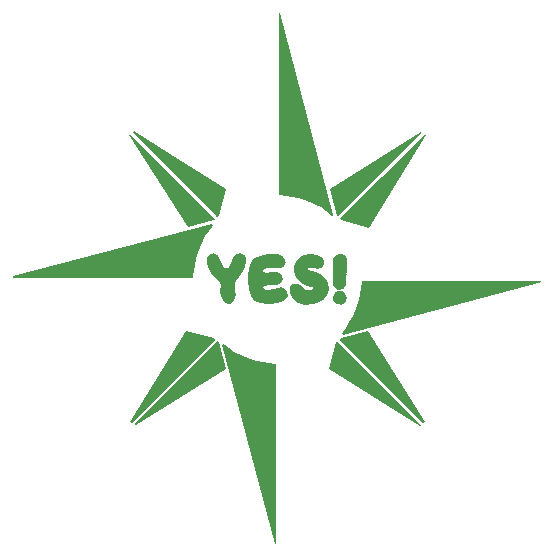
<source format=gtl>
G04*
G04 #@! TF.GenerationSoftware,Altium Limited,Altium Designer,21.8.1 (53)*
G04*
G04 Layer_Physical_Order=1*
G04 Layer_Color=255*
%FSLAX25Y25*%
%MOIN*%
G70*
G04*
G04 #@! TF.SameCoordinates,2A3705A3-5D1E-4C85-BF93-37B68EBEE7C7*
G04*
G04*
G04 #@! TF.FilePolarity,Positive*
G04*
G01*
G75*
G36*
X159569Y182003D02*
X159150Y181731D01*
X158434Y182305D01*
X157083Y183308D01*
X155373Y184448D01*
X153188Y185609D01*
X150043Y186970D01*
X147816Y187614D01*
X145758Y188057D01*
X143763Y188374D01*
X141926Y188475D01*
X141443Y188517D01*
Y249092D01*
X141939Y249156D01*
X159569Y182003D01*
D02*
G37*
G36*
X189148Y209347D02*
X161223Y181480D01*
X160740Y181611D01*
X158348Y190671D01*
X188837Y209738D01*
X189148Y209347D01*
D02*
G37*
G36*
X107815Y200714D02*
X123751Y190711D01*
X121392Y181533D01*
X120836Y181381D01*
X92672Y209546D01*
X92983Y209938D01*
X107815Y200714D01*
D02*
G37*
G36*
X120083Y180662D02*
X119932Y180106D01*
X110973Y177767D01*
X91542Y208537D01*
X91932Y208850D01*
X120083Y180662D01*
D02*
G37*
G36*
X190400Y208439D02*
X171497Y177671D01*
X162073Y180200D01*
X161924Y180758D01*
X190008Y208749D01*
X190400Y208439D01*
D02*
G37*
G36*
X139451Y168997D02*
X139492Y168996D01*
X139533Y168996D01*
X139574Y168995D01*
X139615Y168994D01*
X139656Y168993D01*
X139697Y168992D01*
X139738Y168991D01*
X139778Y168989D01*
X139819Y168987D01*
X139859Y168985D01*
X139900Y168983D01*
X139940Y168981D01*
X139980Y168979D01*
X140020Y168976D01*
X140060Y168973D01*
X140100Y168970D01*
X140140Y168967D01*
X140179Y168963D01*
X140219Y168960D01*
X140258Y168956D01*
X140297Y168952D01*
X140337Y168948D01*
X140376Y168943D01*
X140415Y168939D01*
X140453Y168934D01*
X140492Y168929D01*
X140531Y168924D01*
X140569Y168918D01*
X140607Y168913D01*
X140645Y168907D01*
X140683Y168901D01*
X140721Y168895D01*
X140759Y168888D01*
X140796Y168882D01*
X140834Y168875D01*
X140871Y168868D01*
X140908Y168861D01*
X140945Y168853D01*
X140982Y168846D01*
X141018Y168838D01*
X141055Y168830D01*
X141091Y168822D01*
X141127Y168813D01*
X141151Y168807D01*
X141175Y168802D01*
X141199Y168796D01*
X141223Y168790D01*
X141246Y168783D01*
X141270Y168777D01*
X141294Y168771D01*
X141317Y168764D01*
X141340Y168758D01*
X141364Y168751D01*
X141387Y168745D01*
X141410Y168738D01*
X141433Y168731D01*
X141456Y168724D01*
X141479Y168717D01*
X141502Y168710D01*
X141525Y168702D01*
X141547Y168695D01*
X141570Y168687D01*
X141592Y168680D01*
X141614Y168672D01*
X141637Y168664D01*
X141659Y168656D01*
X141681Y168648D01*
X141703Y168640D01*
X141725Y168632D01*
X141747Y168623D01*
X141769Y168615D01*
X141790Y168606D01*
X141812Y168598D01*
X141833Y168589D01*
X141855Y168580D01*
X141887Y168567D01*
X141918Y168553D01*
X141950Y168539D01*
X141981Y168525D01*
X142012Y168510D01*
X142043Y168496D01*
X142073Y168481D01*
X142104Y168466D01*
X142134Y168450D01*
X142164Y168435D01*
X142193Y168419D01*
X142223Y168403D01*
X142252Y168386D01*
X142281Y168370D01*
X142309Y168353D01*
X142338Y168336D01*
X142366Y168318D01*
X142394Y168301D01*
X142421Y168283D01*
X142449Y168265D01*
X142476Y168246D01*
X142503Y168228D01*
X142530Y168209D01*
X142556Y168190D01*
X142582Y168170D01*
X142608Y168151D01*
X142634Y168131D01*
X142659Y168111D01*
X142684Y168090D01*
X142717Y168063D01*
X142749Y168035D01*
X142781Y168006D01*
X142813Y167977D01*
X142844Y167947D01*
X142849Y167943D01*
X142856Y167935D01*
X143167Y167564D01*
D01*
X143300Y167325D01*
X143429Y167067D01*
X143433Y167059D01*
X143433Y167059D01*
X143569Y166586D01*
X143571Y166573D01*
X143578Y166537D01*
X143584Y166500D01*
X143590Y166464D01*
X143594Y166439D01*
X143597Y166414D01*
X143601Y166389D01*
X143604Y166364D01*
X143607Y166338D01*
X143610Y166313D01*
X143612Y166287D01*
X143615Y166262D01*
X143617Y166236D01*
X143619Y166210D01*
X143621Y166183D01*
X143623Y166157D01*
X143624Y166131D01*
X143626Y166104D01*
X143627Y166077D01*
X143628Y166051D01*
X143622Y166023D01*
X143618Y166004D01*
X143613Y165986D01*
X143609Y165968D01*
X143605Y165949D01*
X143600Y165932D01*
X143595Y165914D01*
X143591Y165896D01*
X143586Y165878D01*
X143581Y165861D01*
X143576Y165843D01*
X143571Y165826D01*
X143566Y165809D01*
X143561Y165792D01*
X143555Y165775D01*
X143550Y165758D01*
X143544Y165742D01*
X143539Y165725D01*
X143533Y165708D01*
X143527Y165692D01*
X143522Y165676D01*
X143513Y165652D01*
X143504Y165628D01*
X143494Y165604D01*
X143485Y165580D01*
X143481Y165570D01*
X143260Y165161D01*
D01*
X143043Y164918D01*
X142855Y164743D01*
X142657Y164608D01*
X142395Y164458D01*
X142394Y164458D01*
X142374Y164449D01*
X142353Y164440D01*
X142333Y164432D01*
X142313Y164423D01*
X142292Y164415D01*
X142272Y164407D01*
X142251Y164399D01*
X142230Y164391D01*
X142216Y164386D01*
X142202Y164381D01*
X142188Y164376D01*
X142174Y164371D01*
X142160Y164366D01*
X142146Y164361D01*
X142132Y164356D01*
X142117Y164352D01*
X142103Y164347D01*
X142089Y164342D01*
X142074Y164338D01*
X142060Y164333D01*
X142045Y164329D01*
X142031Y164325D01*
X142016Y164321D01*
X142002Y164316D01*
X141987Y164312D01*
X141972Y164308D01*
X141958Y164304D01*
X141943Y164300D01*
X141928Y164296D01*
X141913Y164292D01*
X141899Y164288D01*
X141884Y164285D01*
X141869Y164281D01*
X141854Y164277D01*
X141839Y164274D01*
X141823Y164270D01*
X141808Y164267D01*
X141793Y164263D01*
X141778Y164260D01*
X141763Y164257D01*
X141748Y164253D01*
X141732Y164250D01*
X141717Y164247D01*
X141702Y164244D01*
X141686Y164241D01*
X141671Y164238D01*
X141655Y164235D01*
X141640Y164232D01*
X141624Y164229D01*
X141609Y164226D01*
X141593Y164224D01*
X141577Y164221D01*
X141562Y164218D01*
X141546Y164216D01*
X141530Y164213D01*
X141514Y164210D01*
X141498Y164208D01*
X141483Y164206D01*
X141467Y164203D01*
X141451Y164201D01*
X141435Y164199D01*
X141419Y164196D01*
X141403Y164194D01*
X141387Y164192D01*
X141371Y164190D01*
X141355Y164188D01*
X141339Y164186D01*
X141322Y164184D01*
X141306Y164182D01*
X141290Y164180D01*
X141274Y164178D01*
X141257Y164176D01*
X141241Y164174D01*
X141225Y164173D01*
X141208Y164171D01*
X141192Y164169D01*
X141175Y164168D01*
X141159Y164166D01*
X141143Y164164D01*
X141126Y164163D01*
X141110Y164162D01*
X141093Y164160D01*
X141076Y164159D01*
X141060Y164157D01*
X141043Y164156D01*
X141026Y164155D01*
X141010Y164154D01*
X140993Y164152D01*
X140976Y164151D01*
X140960Y164150D01*
X140943Y164149D01*
X140926Y164148D01*
X140909Y164147D01*
X140892Y164146D01*
X140876Y164145D01*
X140859Y164144D01*
X140842Y164143D01*
X140825Y164142D01*
X140808Y164141D01*
X140791Y164140D01*
X140774Y164140D01*
X140757Y164139D01*
X140740Y164138D01*
X140723Y164137D01*
X140706Y164137D01*
X140689Y164136D01*
X140672Y164136D01*
X140654Y164135D01*
X140637Y164134D01*
X140620Y164134D01*
X140603Y164133D01*
X140586Y164133D01*
X140568Y164132D01*
X140551Y164132D01*
X140534Y164131D01*
X140517Y164131D01*
X140499Y164131D01*
X140482Y164130D01*
X140465Y164130D01*
X140447Y164130D01*
X140430Y164130D01*
X140413Y164129D01*
X140395Y164129D01*
X140378Y164129D01*
X140361Y164129D01*
X140326Y164129D01*
X140308Y164128D01*
X140291Y164128D01*
X140265Y164128D01*
X140256Y164128D01*
X140230Y164128D01*
X140212D01*
X140195Y164128D01*
X140168Y164128D01*
X140151Y164128D01*
X140133Y164128D01*
X140107Y164129D01*
X140089Y164129D01*
X140054Y164129D01*
X140028Y164129D01*
X139993Y164130D01*
X139957Y164130D01*
X139940Y164130D01*
X139904Y164131D01*
X139869Y164131D01*
X139834Y164132D01*
X139807Y164132D01*
X139763Y164133D01*
X139727Y164134D01*
X139674Y164135D01*
X139621Y164136D01*
X139586Y164137D01*
X139532Y164138D01*
X139462Y164140D01*
X139453Y164140D01*
X139435Y164141D01*
X139346Y164143D01*
X139329Y164144D01*
X139293Y164145D01*
X139258Y164146D01*
X139240Y164146D01*
X139231Y164146D01*
X139161Y164148D01*
X139152Y164148D01*
X139143Y164148D01*
X139134Y164149D01*
X139125Y164149D01*
X139090Y164150D01*
X139037Y164151D01*
X139028Y164151D01*
X139002Y164152D01*
X138967Y164152D01*
X138914Y164153D01*
X138896Y164154D01*
X138879Y164154D01*
X138870Y164154D01*
X138852Y164155D01*
X138817Y164155D01*
X138791Y164156D01*
X138774Y164156D01*
X138739Y164156D01*
X138704Y164157D01*
X138678Y164157D01*
X138660Y164157D01*
X138634Y164157D01*
X138608Y164158D01*
X138591Y164158D01*
X138565Y164158D01*
X138530Y164158D01*
X138504Y164158D01*
X138487Y164158D01*
X138470D01*
X138452Y164158D01*
X138435Y164158D01*
X138409Y164158D01*
X138383Y164158D01*
X138358Y164158D01*
X138349Y164158D01*
X138324Y164157D01*
X138315Y164157D01*
X138298Y164157D01*
X138272Y164157D01*
X138255Y164157D01*
X138238Y164156D01*
X138222Y164156D01*
X138205Y164156D01*
X138188Y164155D01*
X138171Y164155D01*
X138154Y164155D01*
X138137Y164154D01*
X138120Y164154D01*
X138103Y164153D01*
X138086Y164153D01*
X138070Y164152D01*
X138053Y164152D01*
X138036Y164151D01*
X138019Y164150D01*
X138003Y164150D01*
X137986Y164149D01*
X137970Y164148D01*
X137953Y164148D01*
X137936Y164147D01*
X137920Y164146D01*
X137903Y164145D01*
X137887Y164145D01*
X137870Y164144D01*
X137854Y164143D01*
X137837Y164142D01*
X137821Y164141D01*
X137804Y164140D01*
X137788Y164139D01*
X137772Y164138D01*
X137756Y164137D01*
X137739Y164135D01*
X137723Y164134D01*
X137707Y164133D01*
X137691Y164132D01*
X137674Y164130D01*
X137658Y164129D01*
X137642Y164128D01*
X137626Y164126D01*
X137610Y164125D01*
X137594Y164124D01*
X137578Y164122D01*
X137562Y164120D01*
X137547Y164119D01*
X137531Y164117D01*
X137515Y164116D01*
X137499Y164114D01*
X137483Y164112D01*
X137468Y164110D01*
X137452Y164109D01*
X137436Y164107D01*
X137420Y164105D01*
X137405Y164103D01*
X137389Y164101D01*
X137374Y164099D01*
X137358Y164097D01*
X137343Y164095D01*
X137327Y164093D01*
X137312Y164090D01*
X137297Y164088D01*
X137281Y164086D01*
X137266Y164084D01*
X137251Y164081D01*
X137236Y164079D01*
X137221Y164076D01*
X137205Y164074D01*
X137190Y164071D01*
X137175Y164068D01*
X137160Y164066D01*
X137145Y164063D01*
X137130Y164060D01*
X137116Y164058D01*
X137101Y164055D01*
X137086Y164052D01*
X137071Y164049D01*
X137056Y164046D01*
X137042Y164043D01*
X137027Y164040D01*
X137012Y164037D01*
X136998Y164033D01*
X136983Y164030D01*
X136969Y164027D01*
X136954Y164023D01*
X136940Y164020D01*
X136926Y164016D01*
X136911Y164013D01*
X136897Y164009D01*
X136883Y164006D01*
X136869Y164002D01*
X136855Y163998D01*
X136840Y163994D01*
X136826Y163991D01*
X136812Y163987D01*
X136799Y163983D01*
X136785Y163979D01*
X136771Y163974D01*
X136757Y163970D01*
X136743Y163966D01*
X136730Y163962D01*
X136716Y163958D01*
X136702Y163953D01*
X136689Y163949D01*
X136675Y163944D01*
X136662Y163940D01*
X136648Y163935D01*
X136635Y163930D01*
X136622Y163926D01*
X136608Y163921D01*
X136595Y163916D01*
X136582Y163911D01*
X136569Y163906D01*
X136556Y163901D01*
X136543Y163896D01*
X136530Y163891D01*
X136517Y163885D01*
X136504Y163880D01*
X136498Y163877D01*
X136483Y163867D01*
X136474Y163860D01*
X136469Y163857D01*
X136460Y163850D01*
X136456Y163847D01*
X136442Y163837D01*
X136433Y163830D01*
X136428Y163827D01*
X136420Y163820D01*
X136411Y163814D01*
X136407Y163810D01*
X136398Y163804D01*
X136394Y163800D01*
X136386Y163794D01*
X136377Y163787D01*
X136373Y163784D01*
X136369Y163781D01*
X136361Y163774D01*
X136357Y163771D01*
X136353Y163768D01*
X136345Y163761D01*
X136341Y163758D01*
X136337Y163755D01*
X136329Y163749D01*
X136325Y163745D01*
X136318Y163739D01*
X136314Y163736D01*
X136310Y163733D01*
X136303Y163726D01*
X136295Y163720D01*
X136288Y163714D01*
X136281Y163707D01*
X136277Y163704D01*
X136270Y163698D01*
X136267Y163695D01*
X136260Y163689D01*
X136253Y163682D01*
X136250Y163680D01*
X136243Y163673D01*
X136236Y163667D01*
X136230Y163661D01*
X136223Y163655D01*
X136217Y163649D01*
X136214Y163646D01*
X136208Y163640D01*
X136205Y163637D01*
X136202Y163634D01*
X136196Y163628D01*
X136190Y163622D01*
X136184Y163616D01*
X136181Y163613D01*
X136178Y163610D01*
X136172Y163604D01*
X136167Y163599D01*
X136167Y163598D01*
X136167Y163598D01*
X136164Y163595D01*
X136164Y163595D01*
X136161Y163592D01*
X136161Y163592D01*
X136158Y163589D01*
X136158Y163589D01*
X136156Y163586D01*
X136156Y163586D01*
X136153Y163584D01*
X136153Y163584D01*
X136150Y163581D01*
X136150Y163581D01*
X136148Y163578D01*
X136148Y163578D01*
X136145Y163575D01*
X136145Y163575D01*
X136142Y163572D01*
X136142Y163572D01*
X136140Y163569D01*
X136140Y163569D01*
X136137Y163566D01*
X136137Y163566D01*
X136135Y163563D01*
X136135Y163563D01*
X136132Y163560D01*
X136132Y163560D01*
X136130Y163558D01*
X136130Y163558D01*
X136127Y163555D01*
X136127Y163555D01*
X136125Y163552D01*
X136125Y163552D01*
X136122Y163549D01*
X136122Y163549D01*
X136120Y163546D01*
Y163546D01*
X136118Y163543D01*
X136117Y163543D01*
X136115Y163540D01*
X136115Y163540D01*
X136113Y163538D01*
X136113Y163538D01*
X136110Y163535D01*
X136110Y163535D01*
X136108Y163532D01*
X136108Y163532D01*
X136106Y163529D01*
X136106Y163529D01*
X136104Y163526D01*
X136104Y163526D01*
X136101Y163523D01*
X136101Y163523D01*
X136099Y163521D01*
X136099Y163521D01*
X136097Y163518D01*
X136097Y163518D01*
X136095Y163515D01*
X136095Y163515D01*
X136093Y163512D01*
X136093Y163512D01*
X136090Y163509D01*
X136090Y163509D01*
X136088Y163507D01*
X136088Y163507D01*
X136086Y163504D01*
X136086Y163504D01*
X136084Y163501D01*
X136084Y163501D01*
X136082Y163498D01*
X136082Y163498D01*
X136080Y163496D01*
X136080Y163496D01*
X136078Y163493D01*
X136078Y163493D01*
X136076Y163490D01*
X136076Y163490D01*
X136074Y163487D01*
X136074Y163487D01*
X136072Y163485D01*
X136072Y163485D01*
X136070Y163482D01*
X136070Y163482D01*
X136068Y163479D01*
X136068Y163479D01*
X136066Y163476D01*
X136066Y163476D01*
X136064Y163474D01*
X136064Y163474D01*
X136062Y163471D01*
X136062Y163471D01*
X136061Y163468D01*
X136061Y163468D01*
X136059Y163466D01*
X136059Y163465D01*
X136057Y163463D01*
X136057Y163463D01*
X136055Y163460D01*
X136055Y163460D01*
X136053Y163458D01*
X136053Y163458D01*
X136052Y163455D01*
X136052Y163455D01*
X136050Y163452D01*
X136050Y163452D01*
X136048Y163450D01*
X136048Y163449D01*
X136047Y163447D01*
X136047Y163447D01*
X136045Y163444D01*
X136045Y163444D01*
X136043Y163442D01*
X136043Y163441D01*
X136041Y163439D01*
X136041Y163439D01*
X136040Y163436D01*
X136040Y163436D01*
X136038Y163434D01*
X136038Y163434D01*
X136037Y163431D01*
X136037Y163431D01*
X136035Y163428D01*
X136035Y163428D01*
X136034Y163426D01*
X136034Y163426D01*
X136032Y163423D01*
X136032Y163423D01*
X136031Y163420D01*
X136031Y163420D01*
X136029Y163418D01*
X136029Y163418D01*
X136028Y163415D01*
X136028Y163415D01*
X136026Y163413D01*
X136026Y163412D01*
X136025Y163410D01*
X136025Y163410D01*
X136023Y163407D01*
X136023Y163407D01*
X136022Y163405D01*
X136022Y163405D01*
X136021Y163402D01*
X136021Y163402D01*
X136019Y163400D01*
X136019Y163400D01*
X136018Y163397D01*
X136018Y163397D01*
X136017Y163394D01*
X136017Y163394D01*
X136015Y163392D01*
X136015Y163392D01*
X136014Y163389D01*
X136014Y163389D01*
X136013Y163387D01*
X136013Y163387D01*
X136012Y163384D01*
X136012Y163384D01*
X136010Y163382D01*
X136010Y163382D01*
X136009Y163379D01*
X136009Y163379D01*
X136008Y163377D01*
X136008Y163377D01*
X136007Y163374D01*
X136007Y163374D01*
X136006Y163372D01*
X136006Y163372D01*
X136005Y163369D01*
X136005Y163369D01*
X136003Y163367D01*
X136003Y163366D01*
X136002Y163364D01*
X136002Y163364D01*
X136001Y163362D01*
X136001Y163362D01*
X136000Y163359D01*
Y163359D01*
X135999Y163357D01*
Y163356D01*
X135998Y163354D01*
Y163354D01*
X135997Y163352D01*
Y163352D01*
X135996Y163349D01*
Y163349D01*
X135995Y163347D01*
Y163347D01*
X135994Y163344D01*
Y163344D01*
X135994Y163342D01*
Y163342D01*
X135993Y163339D01*
Y163339D01*
X135992Y163337D01*
Y163337D01*
X135991Y163334D01*
Y163334D01*
X135990Y163332D01*
Y163332D01*
X135989Y163330D01*
Y163329D01*
X135988Y163327D01*
Y163327D01*
X135988Y163325D01*
Y163325D01*
X135987Y163322D01*
Y163322D01*
X135985Y163317D01*
Y163317D01*
X135984Y163313D01*
Y163312D01*
X135983Y163308D01*
Y163308D01*
X135981Y163303D01*
Y163303D01*
X135980Y163298D01*
Y163298D01*
X135979Y163294D01*
Y163294D01*
X135978Y163289D01*
Y163289D01*
X135977Y163284D01*
Y163284D01*
X135976Y163279D01*
Y163279D01*
X135975Y163275D01*
Y163275D01*
X135974Y163270D01*
Y163270D01*
X135973Y163266D01*
Y163265D01*
X135973Y163261D01*
Y163261D01*
X135972Y163256D01*
X135972Y163256D01*
X135972Y163252D01*
X135972Y163252D01*
X135971Y163247D01*
X135971Y163247D01*
X135971Y163243D01*
X135971Y163243D01*
X135971Y163243D01*
X135971Y163243D01*
X135970Y163238D01*
X135970Y163238D01*
X135970Y163238D01*
X135970Y163238D01*
X135970Y163234D01*
X135970Y163234D01*
X135970Y163234D01*
X135970Y163234D01*
X135970Y163229D01*
X135970Y163229D01*
Y163229D01*
Y163229D01*
X135970Y163225D01*
X135970Y163225D01*
Y163225D01*
Y163225D01*
X135970Y163224D01*
X135970Y163224D01*
Y163224D01*
Y163224D01*
X135970Y163222D01*
X135970Y163222D01*
Y163222D01*
X135970Y163222D01*
X135970Y163221D01*
X135970Y163221D01*
Y163221D01*
X135970Y163221D01*
X135970Y163219D01*
X135970Y163219D01*
Y163219D01*
X135970Y163219D01*
X135970Y163218D01*
X135970Y163218D01*
X135970Y163217D01*
X135970Y163217D01*
X135970Y163216D01*
X135970Y163216D01*
X135970Y163214D01*
X135970Y163214D01*
X135970Y163213D01*
X135970Y163212D01*
Y163212D01*
X135970Y163212D01*
Y163211D01*
X135970Y163211D01*
X135970Y163209D01*
X135970Y163209D01*
X135970Y163208D01*
X135970Y163207D01*
X135970Y163206D01*
X135970Y163206D01*
X135970Y163205D01*
X135970Y163205D01*
X135970Y163204D01*
X135970Y163204D01*
X135970Y163203D01*
X135970Y163203D01*
X135970Y163201D01*
X135970Y163201D01*
X135970Y163199D01*
X135970Y163199D01*
X135970Y163199D01*
X135970Y163198D01*
X135971Y163198D01*
X135971Y163197D01*
X135971Y163195D01*
X135971Y163195D01*
X135971Y163193D01*
X135971Y163193D01*
X135971Y163191D01*
X135971Y163191D01*
X135971Y163190D01*
X135971Y163190D01*
X135971Y163189D01*
X135971Y163189D01*
X135972Y163186D01*
X135972Y163186D01*
X135972Y163183D01*
X135972Y163183D01*
X135972Y163181D01*
X135972Y163181D01*
X135972Y163179D01*
X135972Y163179D01*
X135974Y163173D01*
X135974Y163173D01*
X135976Y163160D01*
X135976Y163160D01*
X135979Y163147D01*
X135979Y163147D01*
X135983Y163134D01*
X135983Y163134D01*
X135985Y163128D01*
X135985Y163128D01*
X135985Y163127D01*
X135985Y163127D01*
X135986Y163125D01*
X135986Y163125D01*
X135986Y163123D01*
X135986Y163123D01*
X135987Y163121D01*
X135987Y163121D01*
X135987Y163120D01*
X135988Y163120D01*
X135988Y163119D01*
X135988Y163119D01*
X135989Y163117D01*
X135989Y163117D01*
X135989Y163115D01*
X135989Y163115D01*
X135990Y163113D01*
X135990Y163113D01*
X135991Y163112D01*
X135991Y163112D01*
X135991Y163111D01*
X135991Y163111D01*
X135991Y163110D01*
X135992Y163110D01*
X135992Y163109D01*
X135992Y163108D01*
X135993Y163107D01*
X135993Y163107D01*
X135993Y163106D01*
X135994Y163105D01*
X135994Y163104D01*
X135994Y163103D01*
X135995Y163103D01*
X135995Y163102D01*
X135995Y163101D01*
X135995Y163101D01*
X135997Y163097D01*
X135997Y163097D01*
X135998Y163095D01*
X135999Y163094D01*
X136000Y163091D01*
X136001Y163089D01*
X136002Y163087D01*
X136004Y163084D01*
X136004Y163083D01*
X136006Y163080D01*
X136006Y163080D01*
X136008Y163076D01*
X136008Y163076D01*
X136010Y163073D01*
X136010Y163072D01*
X136012Y163069D01*
X136013Y163068D01*
X136015Y163065D01*
X136015Y163065D01*
X136017Y163061D01*
X136017Y163061D01*
X136019Y163058D01*
X136020Y163057D01*
X136022Y163054D01*
X136022Y163054D01*
X136024Y163050D01*
X136024Y163050D01*
X136027Y163047D01*
X136027Y163047D01*
X136030Y163043D01*
X136030Y163043D01*
X136032Y163040D01*
X136032Y163039D01*
X136035Y163036D01*
X136035Y163036D01*
X136038Y163032D01*
X136038Y163032D01*
X136040Y163029D01*
X136041Y163029D01*
X136043Y163025D01*
X136044Y163025D01*
X136046Y163022D01*
X136046Y163022D01*
X136049Y163019D01*
X136049Y163018D01*
X136052Y163015D01*
X136052Y163015D01*
X136055Y163012D01*
X136056Y163012D01*
X136059Y163008D01*
X136059Y163008D01*
X136062Y163005D01*
X136062Y163005D01*
X136065Y163001D01*
X136065Y163001D01*
X136068Y162998D01*
X136068Y162998D01*
X136072Y162995D01*
X136072Y162995D01*
X136075Y162991D01*
X136075Y162991D01*
X136078Y162988D01*
X136079Y162988D01*
X136082Y162985D01*
X136082Y162985D01*
X136085Y162982D01*
X136085Y162982D01*
X136089Y162978D01*
X136089Y162978D01*
X136093Y162975D01*
X136093Y162975D01*
X136096Y162972D01*
X136096Y162972D01*
X136100Y162969D01*
X136100Y162969D01*
X136104Y162966D01*
X136104Y162966D01*
X136108Y162962D01*
X136108Y162962D01*
X136111Y162959D01*
X136112Y162959D01*
X136115Y162956D01*
X136116Y162956D01*
X136119Y162953D01*
X136119Y162953D01*
X136123Y162950D01*
X136124Y162950D01*
X136127Y162947D01*
X136127Y162947D01*
X136132Y162944D01*
X136132Y162944D01*
X136136Y162941D01*
X136136Y162941D01*
X136140Y162938D01*
X136140Y162938D01*
X136144Y162935D01*
X136144Y162935D01*
X136148Y162932D01*
X136149Y162932D01*
X136153Y162929D01*
X136153Y162929D01*
X136157Y162926D01*
X136157Y162926D01*
X136162Y162923D01*
X136162Y162923D01*
X136166Y162920D01*
X136166Y162920D01*
X136170Y162917D01*
X136171Y162917D01*
X136175Y162915D01*
X136175Y162915D01*
X136180Y162912D01*
X136180Y162912D01*
X136184Y162909D01*
X136184Y162909D01*
X136189Y162906D01*
X136189Y162906D01*
X136194Y162903D01*
X136194Y162903D01*
X136198Y162901D01*
X136198Y162901D01*
X136203Y162898D01*
X136203Y162898D01*
X136208Y162895D01*
X136208Y162895D01*
X136213Y162892D01*
X136213Y162892D01*
X136218Y162890D01*
X136218Y162890D01*
X136223Y162887D01*
X136223Y162887D01*
X136228Y162884D01*
X136228Y162884D01*
X136233Y162882D01*
X136233Y162882D01*
X136238Y162879D01*
X136238Y162879D01*
X136243Y162876D01*
X136243Y162876D01*
X136248Y162874D01*
X136248Y162874D01*
X136254Y162871D01*
X136254Y162871D01*
X136259Y162869D01*
X136259Y162869D01*
X136264Y162866D01*
X136264Y162866D01*
X136269Y162864D01*
X136269Y162864D01*
X136275Y162861D01*
X136275Y162861D01*
X136280Y162859D01*
X136280Y162859D01*
X136286Y162856D01*
X136286Y162856D01*
X136291Y162854D01*
X136291Y162854D01*
X136297Y162851D01*
X136297Y162851D01*
X136302Y162849D01*
X136302Y162849D01*
X136308Y162847D01*
X136308Y162847D01*
X136313Y162844D01*
X136313Y162844D01*
X136319Y162842D01*
X136319Y162842D01*
X136325Y162839D01*
X136325Y162839D01*
X136330Y162837D01*
X136330Y162837D01*
X136336Y162835D01*
X136336Y162835D01*
X136342Y162832D01*
X136342Y162832D01*
X136348Y162830D01*
X136348Y162830D01*
X136354Y162828D01*
X136354Y162828D01*
X136360Y162826D01*
X136360Y162826D01*
X136366Y162823D01*
X136366Y162823D01*
X136372Y162821D01*
X136372Y162821D01*
X136384Y162817D01*
X136390Y162815D01*
X136396Y162812D01*
X136402Y162810D01*
X136408Y162808D01*
X136414Y162806D01*
X136421Y162804D01*
X136427Y162802D01*
X136433Y162800D01*
X136440Y162798D01*
X136446Y162796D01*
X136452Y162794D01*
X136459Y162792D01*
X136465Y162790D01*
X136472Y162788D01*
X136478Y162786D01*
X136485Y162784D01*
X136491Y162782D01*
X136498Y162780D01*
X136504Y162779D01*
X136511Y162777D01*
X136518Y162775D01*
X136524Y162773D01*
X136531Y162771D01*
X136538Y162770D01*
X136545Y162768D01*
X136551Y162766D01*
X136558Y162764D01*
X136565Y162763D01*
X136572Y162761D01*
X136579Y162759D01*
X136586Y162758D01*
X136593Y162756D01*
X136600Y162754D01*
X136607Y162753D01*
X136614Y162751D01*
X136621Y162750D01*
X136628Y162748D01*
X136635Y162746D01*
X136642Y162745D01*
X136650Y162743D01*
X136657Y162742D01*
X136664Y162740D01*
X136671Y162739D01*
X136678Y162737D01*
X136686Y162736D01*
X136693Y162735D01*
X136700Y162733D01*
X136707Y162732D01*
X136715Y162730D01*
X136722Y162729D01*
X136733Y162727D01*
X136744Y162725D01*
X136756Y162723D01*
X136767Y162721D01*
X136778Y162719D01*
X136789Y162718D01*
X136801Y162716D01*
X136812Y162714D01*
X136823Y162712D01*
X136835Y162711D01*
X136846Y162709D01*
X136858Y162707D01*
X136870Y162706D01*
X136881Y162704D01*
X136893Y162703D01*
X136904Y162701D01*
X136916Y162700D01*
X136928Y162698D01*
X136939Y162697D01*
X136951Y162696D01*
X136967Y162694D01*
X136983Y162692D01*
X136998Y162691D01*
X137014Y162689D01*
X137030Y162688D01*
X137046Y162686D01*
X137062Y162685D01*
X137082Y162683D01*
X137102Y162682D01*
X137122Y162680D01*
X137142Y162679D01*
X137167Y162678D01*
X137191Y162676D01*
X137219Y162675D01*
X137251Y162674D01*
X137292Y162672D01*
X137349Y162671D01*
X137373Y162671D01*
X137423Y162670D01*
X137472Y162671D01*
X137522Y162671D01*
X137546Y162672D01*
X137582Y162673D01*
X137614Y162674D01*
X137642Y162675D01*
X137665Y162677D01*
X137685Y162678D01*
X137704Y162679D01*
X137724Y162680D01*
X137739Y162681D01*
X137755Y162682D01*
X137770Y162684D01*
X137785Y162685D01*
X137801Y162686D01*
X137816Y162688D01*
X137831Y162689D01*
X137842Y162690D01*
X137853Y162691D01*
X137864Y162692D01*
X137876Y162694D01*
X137887Y162695D01*
X137898Y162696D01*
X137909Y162697D01*
X137920Y162699D01*
X137931Y162700D01*
X137942Y162701D01*
X137952Y162703D01*
X137963Y162704D01*
X137974Y162706D01*
X137992Y162708D01*
X137999Y162709D01*
X138013Y162711D01*
X138020Y162712D01*
X138034Y162714D01*
X138041Y162715D01*
X138048Y162716D01*
X138055Y162717D01*
X138061Y162719D01*
X138068Y162720D01*
X138075Y162721D01*
X138082Y162722D01*
X138089Y162723D01*
X138095Y162724D01*
X138102Y162726D01*
X138115Y162728D01*
X138122Y162729D01*
X138135Y162732D01*
X138142Y162733D01*
X138148Y162734D01*
X138155Y162736D01*
X138168Y162738D01*
X138180Y162741D01*
X138187Y162742D01*
X138193Y162744D01*
X138199Y162745D01*
X138205Y162747D01*
X138218Y162749D01*
X138224Y162751D01*
X138230Y162752D01*
X138242Y162755D01*
X138248Y162757D01*
X138254Y162758D01*
X138260Y162760D01*
X138272Y162763D01*
X138277Y162764D01*
X138283Y162766D01*
X138292Y162768D01*
X138303Y162773D01*
X138327Y162783D01*
X138350Y162793D01*
X138373Y162803D01*
X138397Y162812D01*
X138420Y162821D01*
X138443Y162830D01*
X138467Y162839D01*
X138491Y162848D01*
X138517Y162857D01*
X138542Y162867D01*
X138568Y162875D01*
X138596Y162885D01*
X138626Y162895D01*
X138657Y162905D01*
X138687Y162914D01*
X138702Y162919D01*
X138720Y162924D01*
X138754Y162934D01*
X138789Y162944D01*
X138824Y162953D01*
X138863Y162963D01*
X138904Y162973D01*
X138946Y162983D01*
X138988Y162993D01*
X139009Y162997D01*
X139035Y163002D01*
X139088Y163013D01*
X139142Y163022D01*
X139195Y163031D01*
X139261Y163040D01*
X139341Y163050D01*
X139421Y163058D01*
X139502Y163065D01*
X139606Y163070D01*
X139736Y163073D01*
X139865Y163071D01*
X139994Y163063D01*
X140059Y163057D01*
X140108Y163053D01*
X140207Y163041D01*
X140306Y163026D01*
X140392Y163011D01*
X140843Y162893D01*
Y162893D01*
X141080Y162794D01*
X141316Y162692D01*
Y162692D01*
X141714Y162446D01*
X141717Y162445D01*
X141754Y162417D01*
X141790Y162389D01*
X141826Y162361D01*
X141861Y162332D01*
X141890Y162307D01*
X141919Y162283D01*
X141947Y162258D01*
X141974Y162232D01*
X142001Y162207D01*
X142028Y162181D01*
X142054Y162155D01*
X142080Y162129D01*
X142105Y162102D01*
X142130Y162075D01*
X142155Y162048D01*
X142178Y162021D01*
X142197Y161998D01*
X142216Y161976D01*
X142234Y161954D01*
X142251Y161931D01*
X142269Y161908D01*
X142286Y161886D01*
X142303Y161863D01*
X142319Y161839D01*
X142335Y161816D01*
X142351Y161793D01*
X142367Y161769D01*
X142380Y161748D01*
X142500Y161500D01*
X142591Y161285D01*
X142635Y161062D01*
X142663Y160854D01*
X142648Y160577D01*
X142626Y160462D01*
X142593Y160317D01*
X142533Y160141D01*
X142469Y160011D01*
X142333Y159764D01*
X142329Y159757D01*
X142315Y159738D01*
X142300Y159718D01*
X142285Y159698D01*
X142270Y159678D01*
X142254Y159659D01*
X142238Y159639D01*
X142222Y159620D01*
X142206Y159600D01*
X142189Y159581D01*
X142172Y159561D01*
X142160Y159548D01*
X142148Y159535D01*
X142137Y159522D01*
X142124Y159510D01*
X142112Y159497D01*
X142100Y159484D01*
X142088Y159471D01*
X142075Y159458D01*
X142062Y159445D01*
X142049Y159433D01*
X142036Y159420D01*
X142023Y159407D01*
X142010Y159395D01*
X141996Y159382D01*
X141983Y159369D01*
X141969Y159357D01*
X141955Y159344D01*
X141941Y159331D01*
X141927Y159319D01*
X141912Y159306D01*
X141898Y159294D01*
X141883Y159281D01*
X141868Y159269D01*
X141853Y159256D01*
X141838Y159244D01*
X141823Y159232D01*
X141808Y159219D01*
X141792Y159207D01*
X141776Y159195D01*
X141761Y159183D01*
X141744Y159170D01*
X141728Y159158D01*
X141712Y159146D01*
X141696Y159134D01*
X141679Y159122D01*
X141662Y159110D01*
X141645Y159098D01*
X141628Y159086D01*
X141611Y159074D01*
X141594Y159062D01*
X141576Y159050D01*
X141558Y159038D01*
X141541Y159026D01*
X141522Y159014D01*
X141504Y159002D01*
X141486Y158991D01*
X141467Y158979D01*
X141449Y158967D01*
X141430Y158956D01*
X141411Y158944D01*
X141392Y158932D01*
X141373Y158921D01*
X141353Y158909D01*
X141334Y158898D01*
X141314Y158886D01*
X141294Y158875D01*
X141274Y158863D01*
X141254Y158852D01*
X141233Y158841D01*
X141213Y158829D01*
X141192Y158818D01*
X141171Y158807D01*
X141161Y158801D01*
X141152Y158794D01*
X141146Y158789D01*
X141140Y158784D01*
X141134Y158779D01*
X141128Y158774D01*
X141122Y158770D01*
X141116Y158765D01*
X141109Y158760D01*
X141103Y158756D01*
X141097Y158751D01*
X141090Y158746D01*
X141084Y158742D01*
X141077Y158737D01*
X141071Y158733D01*
X141064Y158729D01*
X141057Y158724D01*
X141051Y158720D01*
X141044Y158716D01*
X141037Y158712D01*
X141030Y158707D01*
X141023Y158703D01*
X141016Y158699D01*
X141009Y158695D01*
X141001Y158691D01*
X140994Y158687D01*
X140987Y158683D01*
X140980Y158679D01*
X140972Y158676D01*
X140965Y158672D01*
X140957Y158668D01*
X140950Y158664D01*
X140942Y158661D01*
X140934Y158657D01*
X140927Y158653D01*
X140919Y158650D01*
X140911Y158647D01*
X140903Y158643D01*
X140895Y158640D01*
X140887Y158636D01*
X140879Y158633D01*
X140871Y158630D01*
X140863Y158626D01*
X140855Y158623D01*
X140846Y158620D01*
X140838Y158617D01*
X140830Y158614D01*
X140821Y158610D01*
X140813Y158607D01*
X140804Y158604D01*
X140796Y158601D01*
X140787Y158598D01*
X140779Y158596D01*
X140770Y158593D01*
X140761Y158590D01*
X140752Y158587D01*
X140744Y158584D01*
X140735Y158582D01*
X140726Y158579D01*
X140717Y158576D01*
X140708Y158574D01*
X140699Y158571D01*
X140690Y158569D01*
X140680Y158566D01*
X140671Y158563D01*
X140662Y158561D01*
X140653Y158559D01*
X140643Y158556D01*
X140634Y158554D01*
X140624Y158552D01*
X140615Y158549D01*
X140605Y158547D01*
X140596Y158545D01*
X140586Y158543D01*
X140577Y158540D01*
X140567Y158538D01*
X140557Y158536D01*
X140548Y158534D01*
X140538Y158532D01*
X140528Y158530D01*
X140518Y158528D01*
X140508Y158526D01*
X140498Y158524D01*
X140488Y158522D01*
X140478Y158521D01*
X140468Y158519D01*
X140458Y158517D01*
X140448Y158515D01*
X140437Y158513D01*
X140427Y158512D01*
X140417Y158510D01*
X140407Y158508D01*
X140396Y158507D01*
X140386Y158505D01*
X140375Y158503D01*
X140365Y158502D01*
X140354Y158501D01*
X140344Y158499D01*
X140333Y158498D01*
X140323Y158496D01*
X140312Y158495D01*
X140301Y158493D01*
X140291Y158492D01*
X140280Y158491D01*
X140269Y158489D01*
X140258Y158488D01*
X140247Y158487D01*
X140237Y158485D01*
X140226Y158484D01*
X140215Y158483D01*
X140204Y158482D01*
X140193Y158481D01*
X140182Y158480D01*
X140171Y158478D01*
X140159Y158477D01*
X140148Y158476D01*
X140137Y158475D01*
X140126Y158474D01*
X140115Y158473D01*
X140103Y158472D01*
X140092Y158471D01*
X140081Y158470D01*
X140069Y158470D01*
X140058Y158469D01*
X140047Y158468D01*
X140035Y158467D01*
X140024Y158466D01*
X140012Y158465D01*
X140001Y158465D01*
X139989Y158464D01*
X139978Y158463D01*
X139966Y158463D01*
X139954Y158462D01*
X139943Y158461D01*
X139931Y158460D01*
X139919Y158460D01*
X139908Y158459D01*
X139896Y158459D01*
X139884Y158458D01*
X139872Y158457D01*
X139860Y158457D01*
X139848Y158456D01*
X139837Y158456D01*
X139825Y158455D01*
X139813Y158455D01*
X139801Y158454D01*
X139789Y158454D01*
X139777Y158454D01*
X139765Y158453D01*
X139753Y158453D01*
X139741Y158452D01*
X139729Y158452D01*
X139717Y158452D01*
X139704Y158451D01*
X139692Y158451D01*
X139680Y158451D01*
X139668Y158450D01*
X139656Y158450D01*
X139644Y158450D01*
X139631Y158449D01*
X139619Y158449D01*
X139594Y158449D01*
X139576Y158449D01*
X139557Y158448D01*
X139526Y158448D01*
X139514Y158448D01*
X139489Y158448D01*
X139477Y158447D01*
X139471Y158447D01*
X139464Y158447D01*
X139439Y158447D01*
X139427Y158447D01*
X139408Y158447D01*
X139389Y158447D01*
X139370Y158447D01*
X139339D01*
X139307Y158447D01*
X139276Y158447D01*
X139244Y158447D01*
X139237Y158447D01*
X139231Y158447D01*
X139218Y158447D01*
X139180Y158448D01*
X139148Y158448D01*
X139123Y158448D01*
X139091Y158449D01*
X139072Y158449D01*
X139065Y158449D01*
X139052Y158449D01*
X139046Y158449D01*
X139026Y158449D01*
X138988Y158450D01*
X138982Y158450D01*
X138969Y158450D01*
X138962Y158450D01*
X138943Y158450D01*
X138930Y158450D01*
X138917Y158451D01*
X138827Y158452D01*
X138814Y158452D01*
X138730Y158453D01*
X138698Y158454D01*
X138685Y158454D01*
X138672Y158454D01*
X138666Y158454D01*
X138653Y158454D01*
X138647Y158454D01*
X138621Y158455D01*
X138614Y158455D01*
X138589Y158455D01*
X138576Y158455D01*
X138569Y158455D01*
X138556Y158455D01*
X138550Y158456D01*
X138537Y158456D01*
X138531Y158456D01*
X138524Y158456D01*
X138492Y158456D01*
X138479Y158456D01*
X138441Y158457D01*
X138435Y158457D01*
X138428Y158457D01*
X138409Y158457D01*
X138402Y158457D01*
X138396Y158457D01*
X138358Y158457D01*
X138332Y158457D01*
X138301Y158457D01*
X138275D01*
X138262Y158457D01*
X138250Y158457D01*
X138237Y158457D01*
X138224Y158457D01*
X138212Y158457D01*
X138199Y158457D01*
X138187Y158457D01*
X138161Y158457D01*
X138149Y158457D01*
X138124Y158456D01*
X138099Y158456D01*
X138080Y158456D01*
X138061Y158456D01*
X138042Y158455D01*
X138017Y158455D01*
X138005Y158455D01*
X137993Y158454D01*
X137980Y158454D01*
X137968Y158454D01*
X137955Y158453D01*
X137943Y158453D01*
X137931Y158453D01*
X137919Y158452D01*
X137906Y158452D01*
X137894Y158452D01*
X137882Y158451D01*
X137870Y158451D01*
X137857Y158450D01*
X137845Y158450D01*
X137833Y158450D01*
X137821Y158449D01*
X137809Y158449D01*
X137797Y158448D01*
X137785Y158448D01*
X137773Y158447D01*
X137760Y158447D01*
X137749Y158446D01*
X137736Y158445D01*
X137725Y158445D01*
X137713Y158444D01*
X137701Y158444D01*
X137689Y158443D01*
X137677Y158442D01*
X137665Y158441D01*
X137653Y158441D01*
X137641Y158440D01*
X137630Y158439D01*
X137618Y158439D01*
X137606Y158438D01*
X137594Y158437D01*
X137583Y158436D01*
X137571Y158435D01*
X137559Y158434D01*
X137548Y158433D01*
X137536Y158433D01*
X137525Y158432D01*
X137513Y158431D01*
X137502Y158430D01*
X137490Y158429D01*
X137479Y158428D01*
X137468Y158427D01*
X137456Y158425D01*
X137445Y158424D01*
X137434Y158423D01*
X137422Y158422D01*
X137411Y158421D01*
X137400Y158420D01*
X137389Y158419D01*
X137377Y158417D01*
X137366Y158416D01*
X137355Y158415D01*
X137344Y158413D01*
X137333Y158412D01*
X137322Y158411D01*
X137311Y158409D01*
X137300Y158408D01*
X137289Y158406D01*
X137278Y158405D01*
X137267Y158404D01*
X137257Y158402D01*
X137246Y158400D01*
X137235Y158399D01*
X137224Y158397D01*
X137214Y158396D01*
X137203Y158394D01*
X137192Y158392D01*
X137182Y158391D01*
X137171Y158389D01*
X137161Y158387D01*
X137150Y158385D01*
X137140Y158383D01*
X137130Y158382D01*
X137119Y158380D01*
X137109Y158378D01*
X137099Y158376D01*
X137088Y158374D01*
X137078Y158372D01*
X137068Y158370D01*
X137058Y158368D01*
X137048Y158366D01*
X137038Y158363D01*
X137028Y158361D01*
X137018Y158359D01*
X137008Y158357D01*
X136998Y158355D01*
X136988Y158352D01*
X136978Y158350D01*
X136969Y158348D01*
X136959Y158345D01*
X136949Y158343D01*
X136940Y158341D01*
X136930Y158338D01*
X136920Y158335D01*
X136911Y158333D01*
X136902Y158330D01*
X136892Y158328D01*
X136883Y158325D01*
X136873Y158322D01*
X136864Y158320D01*
X136855Y158317D01*
X136846Y158314D01*
X136837Y158311D01*
X136828Y158308D01*
X136819Y158306D01*
X136809Y158302D01*
X136801Y158300D01*
X136792Y158297D01*
X136783Y158293D01*
X136774Y158290D01*
X136765Y158287D01*
X136756Y158284D01*
X136748Y158281D01*
X136739Y158278D01*
X136731Y158274D01*
X136722Y158271D01*
X136714Y158268D01*
X136705Y158264D01*
X136697Y158261D01*
X136688Y158257D01*
X136680Y158254D01*
X136672Y158250D01*
X136664Y158247D01*
X136655Y158243D01*
X136647Y158240D01*
X136639Y158236D01*
X136631Y158232D01*
X136624Y158228D01*
X136616Y158224D01*
X136608Y158221D01*
X136600Y158217D01*
X136592Y158213D01*
X136585Y158209D01*
X136577Y158205D01*
X136569Y158201D01*
X136562Y158197D01*
X136555Y158192D01*
X136547Y158188D01*
X136540Y158184D01*
X136532Y158180D01*
X136525Y158175D01*
X136518Y158171D01*
X136511Y158167D01*
X136504Y158162D01*
X136497Y158158D01*
X136490Y158153D01*
X136483Y158149D01*
X136476Y158144D01*
X136470Y158139D01*
X136463Y158134D01*
X136463Y158134D01*
X136456Y158130D01*
X136456Y158130D01*
X136450Y158125D01*
X136450Y158125D01*
X136443Y158120D01*
X136443Y158120D01*
X136437Y158115D01*
X136436Y158115D01*
X136430Y158110D01*
X136430Y158110D01*
X136424Y158105D01*
X136424Y158105D01*
X136417Y158100D01*
X136417Y158100D01*
X136411Y158095D01*
X136411Y158095D01*
X136405Y158090D01*
X136405Y158090D01*
X136399Y158084D01*
X136399Y158084D01*
X136393Y158079D01*
X136393Y158079D01*
X136384Y158071D01*
X136384Y158071D01*
X136375Y158063D01*
X136375Y158063D01*
X136366Y158055D01*
X136366Y158055D01*
X136358Y158047D01*
X136358Y158047D01*
X136349Y158038D01*
X136349Y158038D01*
X136341Y158030D01*
X136341Y158030D01*
X136333Y158021D01*
X136333Y158021D01*
X136325Y158013D01*
X136325Y158012D01*
X136324Y158011D01*
X136324Y158011D01*
X136321Y158008D01*
X136321Y158008D01*
X136319Y158005D01*
X136319Y158005D01*
X136316Y158002D01*
X136316Y158002D01*
X136315Y158001D01*
X136315Y158001D01*
X136313Y157999D01*
X136313Y157999D01*
X136311Y157996D01*
X136311Y157996D01*
X136308Y157993D01*
X136308Y157993D01*
X136306Y157990D01*
X136306Y157990D01*
X136305Y157989D01*
X136305Y157989D01*
X136303Y157987D01*
X136303Y157987D01*
X136300Y157983D01*
X136300Y157983D01*
X136297Y157979D01*
X136297Y157979D01*
X136294Y157975D01*
X136294Y157975D01*
X136292Y157973D01*
X136292Y157973D01*
X136291Y157971D01*
X136291Y157971D01*
X136287Y157966D01*
X136287Y157966D01*
X136283Y157962D01*
X136283Y157962D01*
X136280Y157957D01*
X136280Y157957D01*
X136278Y157955D01*
X136278Y157955D01*
X136276Y157951D01*
X136275Y157951D01*
X136270Y157944D01*
X136270Y157944D01*
X136265Y157937D01*
X136265Y157936D01*
X136260Y157929D01*
X136260Y157929D01*
X136258Y157925D01*
X136258Y157925D01*
X136251Y157915D01*
X136251Y157915D01*
X136239Y157895D01*
X136239Y157895D01*
X136227Y157875D01*
X136227Y157874D01*
X136216Y157853D01*
X136216Y157853D01*
X136211Y157843D01*
X136211Y157842D01*
X136210Y157840D01*
X136210Y157840D01*
X136207Y157834D01*
X136207Y157834D01*
X136205Y157829D01*
X136205Y157828D01*
X136202Y157824D01*
X136202Y157823D01*
X136201Y157821D01*
X136201Y157820D01*
X136200Y157818D01*
X136200Y157818D01*
X136198Y157814D01*
X136198Y157813D01*
X136196Y157809D01*
X136196Y157808D01*
X136194Y157804D01*
X136194Y157804D01*
X136193Y157802D01*
X136193Y157801D01*
X136192Y157800D01*
X136192Y157799D01*
X136191Y157796D01*
X136190Y157795D01*
X136189Y157792D01*
X136189Y157791D01*
X136188Y157789D01*
X136187Y157788D01*
X136187Y157787D01*
X136187Y157786D01*
X136186Y157785D01*
X136186Y157783D01*
X136185Y157781D01*
X136184Y157779D01*
X136183Y157777D01*
X136182Y157773D01*
X136181Y157771D01*
X136181Y157771D01*
X136179Y157764D01*
X136186Y157744D01*
X136186Y157744D01*
X136192Y157730D01*
X136192Y157730D01*
X136198Y157716D01*
X136199Y157716D01*
X136205Y157702D01*
X136205Y157702D01*
X136211Y157688D01*
X136211Y157688D01*
X136218Y157675D01*
X136218Y157674D01*
X136225Y157661D01*
X136225Y157661D01*
X136234Y157643D01*
X136234Y157643D01*
X136243Y157626D01*
X136243Y157626D01*
X136253Y157608D01*
X136253Y157608D01*
X136263Y157591D01*
X136263Y157591D01*
X136264Y157589D01*
X136264Y157589D01*
X136268Y157583D01*
X136268Y157583D01*
X136271Y157578D01*
X136274Y157573D01*
X136277Y157568D01*
X136280Y157563D01*
X136284Y157558D01*
X136287Y157553D01*
X136289Y157550D01*
X136291Y157547D01*
X136295Y157541D01*
X136299Y157535D01*
X136303Y157529D01*
X136308Y157522D01*
X136313Y157514D01*
X136319Y157507D01*
X136324Y157499D01*
X136327Y157495D01*
X136332Y157488D01*
X136343Y157474D01*
X136354Y157460D01*
X136366Y157446D01*
X136372Y157440D01*
X136380Y157429D01*
X136398Y157409D01*
X136417Y157390D01*
X136425Y157381D01*
X136436Y157371D01*
X136436Y157370D01*
X136445Y157361D01*
X136446Y157361D01*
X136449Y157358D01*
X136449Y157358D01*
X136456Y157352D01*
X136456Y157352D01*
X136463Y157345D01*
X136463Y157345D01*
X136469Y157339D01*
X136470Y157339D01*
X136473Y157336D01*
X136473Y157336D01*
X136476Y157334D01*
X136476Y157333D01*
X136481Y157329D01*
X136481Y157329D01*
X136486Y157324D01*
X136486Y157324D01*
X136491Y157320D01*
X136492Y157320D01*
X136494Y157317D01*
X136494Y157317D01*
X136497Y157315D01*
X136497Y157315D01*
X136502Y157311D01*
X136502Y157310D01*
X136507Y157306D01*
X136508Y157306D01*
X136513Y157302D01*
X136513Y157302D01*
X136516Y157300D01*
X136516Y157299D01*
X136518Y157298D01*
X136518Y157298D01*
X136522Y157294D01*
X136523Y157294D01*
X136527Y157291D01*
X136528Y157290D01*
X136532Y157287D01*
X136532Y157287D01*
X136534Y157285D01*
X136535Y157284D01*
X136536Y157283D01*
X136537Y157283D01*
X136541Y157280D01*
X136543Y157279D01*
X136546Y157276D01*
X136552Y157271D01*
X136553Y157271D01*
X136553Y157271D01*
X136568Y157260D01*
X136582Y157250D01*
X136583Y157249D01*
X136598Y157239D01*
X136598Y157239D01*
X136614Y157229D01*
X136614Y157228D01*
X136626Y157221D01*
X136626Y157221D01*
X136638Y157213D01*
X136638Y157213D01*
X136650Y157206D01*
X136650Y157206D01*
X136662Y157199D01*
X136662Y157199D01*
X136674Y157192D01*
X136675Y157192D01*
X136687Y157185D01*
X136687Y157185D01*
X136699Y157178D01*
X136700Y157178D01*
X136712Y157171D01*
X136712Y157171D01*
X136725Y157165D01*
X136725Y157164D01*
X136738Y157158D01*
X136738Y157158D01*
X136751Y157152D01*
X136751Y157151D01*
X136764Y157145D01*
X136764Y157145D01*
X136777Y157139D01*
X136777Y157139D01*
X136790Y157133D01*
X136790Y157133D01*
X136803Y157127D01*
X136804Y157127D01*
X136817Y157122D01*
X136817Y157121D01*
X136830Y157116D01*
X136831Y157116D01*
X136844Y157110D01*
X136844Y157110D01*
X136853Y157107D01*
X136853Y157106D01*
X136862Y157103D01*
X136863Y157103D01*
X136872Y157099D01*
X136872Y157099D01*
X136881Y157096D01*
X136881Y157096D01*
X136890Y157092D01*
X136890Y157092D01*
X136900Y157089D01*
X136900Y157089D01*
X136909Y157086D01*
X136909Y157086D01*
X136918Y157082D01*
X136918Y157082D01*
X136928Y157079D01*
X136928Y157079D01*
X136937Y157076D01*
X136937Y157076D01*
X136947Y157073D01*
X136947Y157073D01*
X136957Y157070D01*
X136957Y157070D01*
X136966Y157067D01*
X136966Y157067D01*
X136968Y157066D01*
X136976Y157064D01*
X136986Y157061D01*
X136995Y157058D01*
X137005Y157055D01*
X137015Y157052D01*
X137025Y157050D01*
X137035Y157047D01*
X137045Y157044D01*
X137055Y157042D01*
X137065Y157039D01*
X137075Y157037D01*
X137085Y157034D01*
X137095Y157032D01*
X137105Y157029D01*
X137115Y157027D01*
X137126Y157025D01*
X137136Y157023D01*
X137146Y157020D01*
X137157Y157018D01*
X137167Y157016D01*
X137177Y157014D01*
X137188Y157012D01*
X137198Y157010D01*
X137209Y157008D01*
X137220Y157006D01*
X137230Y157004D01*
X137241Y157003D01*
X137251Y157001D01*
X137262Y156999D01*
X137273Y156998D01*
X137284Y156996D01*
X137294Y156994D01*
X137305Y156993D01*
X137316Y156991D01*
X137327Y156990D01*
X137338Y156989D01*
X137349Y156987D01*
X137360Y156986D01*
X137371Y156985D01*
X137382Y156983D01*
X137393Y156982D01*
X137404Y156981D01*
X137416Y156980D01*
X137427Y156979D01*
X137438Y156978D01*
X137449Y156977D01*
X137460Y156976D01*
X137472Y156975D01*
X137483Y156974D01*
X137495Y156973D01*
X137506Y156973D01*
X137517Y156972D01*
X137529Y156971D01*
X137540Y156970D01*
X137552Y156970D01*
X137563Y156969D01*
X137575Y156969D01*
X137586Y156968D01*
X137598Y156968D01*
X137610Y156967D01*
X137621Y156967D01*
X137633Y156966D01*
X137645Y156966D01*
X137657Y156966D01*
X137669Y156966D01*
X137680Y156965D01*
X137692Y156965D01*
X137704Y156965D01*
X137716Y156965D01*
X137728Y156965D01*
X137740Y156965D01*
X137752Y156965D01*
X137764Y156965D01*
X137776Y156965D01*
X137788Y156965D01*
X137800Y156965D01*
X137812Y156965D01*
X137824Y156966D01*
X137836Y156966D01*
X137848Y156966D01*
X137861Y156966D01*
X137873Y156967D01*
X137885Y156967D01*
X137898Y156967D01*
X137910Y156968D01*
X137922Y156968D01*
X137934Y156969D01*
X137947Y156969D01*
X137959Y156970D01*
X137971Y156971D01*
X137984Y156971D01*
X137996Y156972D01*
X138009Y156973D01*
X138021Y156974D01*
X138034Y156974D01*
X138046Y156975D01*
X138059Y156976D01*
X138072Y156977D01*
X138084Y156978D01*
X138097Y156979D01*
X138109Y156980D01*
X138122Y156981D01*
X138135Y156982D01*
X138147Y156983D01*
X138160Y156984D01*
X138173Y156985D01*
X138186Y156986D01*
X138198Y156987D01*
X138211Y156988D01*
X138224Y156989D01*
X138237Y156991D01*
X138249Y156992D01*
X138262Y156993D01*
X138275Y156995D01*
X138288Y156996D01*
X138301Y156997D01*
X138314Y156999D01*
X138327Y157000D01*
X138340Y157002D01*
X138353Y157003D01*
X138366Y157005D01*
X138379Y157006D01*
X138392Y157008D01*
X138405Y157009D01*
X138418Y157011D01*
X138431Y157013D01*
X138444Y157014D01*
X138457Y157016D01*
X138470Y157018D01*
X138483Y157019D01*
X138496Y157021D01*
X138509Y157023D01*
X138522Y157025D01*
X138535Y157027D01*
X138549Y157029D01*
X138562Y157030D01*
X138575Y157032D01*
X138588Y157034D01*
X138601Y157036D01*
X138615Y157038D01*
X138628Y157040D01*
X138641Y157042D01*
X138654Y157044D01*
X138668Y157046D01*
X138681Y157049D01*
X138694Y157051D01*
X138707Y157053D01*
X138734Y157057D01*
X138748Y157060D01*
X138761Y157062D01*
X138774Y157064D01*
X138801Y157069D01*
X138814Y157071D01*
X138828Y157073D01*
X138841Y157076D01*
X138868Y157080D01*
X138881Y157083D01*
X138895Y157085D01*
X138921Y157090D01*
X138948Y157095D01*
X138962Y157097D01*
X138975Y157100D01*
X138989Y157103D01*
X139016Y157108D01*
X139029Y157110D01*
X139043Y157113D01*
X139056Y157116D01*
X139083Y157121D01*
X139097Y157124D01*
X139124Y157129D01*
X139151Y157135D01*
X139178Y157140D01*
X139191Y157143D01*
X139218Y157149D01*
X139245Y157154D01*
X139259Y157157D01*
X139286Y157163D01*
X139300Y157166D01*
X139327Y157172D01*
X139354Y157178D01*
X139367Y157181D01*
X139394Y157187D01*
X139421Y157193D01*
X139435Y157196D01*
X139462Y157202D01*
X139489Y157208D01*
X139516Y157214D01*
X139543Y157221D01*
X139557Y157224D01*
X139584Y157230D01*
X139597Y157233D01*
X139624Y157240D01*
X139651Y157246D01*
X139678Y157252D01*
X139705Y157259D01*
X139732Y157265D01*
X139746Y157269D01*
X139773Y157275D01*
X139799Y157282D01*
X139826Y157288D01*
X139853Y157295D01*
X139893Y157305D01*
X139933Y157315D01*
X139960Y157322D01*
X139987Y157328D01*
X140027Y157338D01*
X140080Y157352D01*
X140086Y157354D01*
X140093Y157355D01*
X140100Y157357D01*
X140120Y157362D01*
X140139Y157367D01*
X140146Y157369D01*
X140192Y157381D01*
X140231Y157391D01*
X140264Y157399D01*
X140271Y157401D01*
X140284Y157405D01*
X140336Y157418D01*
X140342Y157420D01*
X140368Y157427D01*
X140375Y157429D01*
X140407Y157437D01*
X140471Y157454D01*
X140497Y157461D01*
X140504Y157462D01*
X140516Y157466D01*
X140529Y157469D01*
X140535Y157471D01*
X140567Y157479D01*
X140637Y157498D01*
X140718Y157519D01*
X140749Y157527D01*
X140793Y157539D01*
X140842Y157552D01*
X140854Y157555D01*
X140884Y157563D01*
X140896Y157566D01*
X140903Y157568D01*
X140951Y157580D01*
X140975Y157586D01*
X140981Y157588D01*
X140993Y157591D01*
X140999Y157592D01*
X141017Y157597D01*
X141040Y157603D01*
X141058Y157608D01*
X141087Y157615D01*
X141093Y157617D01*
X141117Y157623D01*
X141146Y157630D01*
X141169Y157636D01*
X141186Y157640D01*
X141203Y157645D01*
X141232Y157652D01*
X141249Y157656D01*
X141266Y157660D01*
X141283Y157665D01*
X141299Y157669D01*
X141322Y157674D01*
X141349Y157681D01*
X141360Y157683D01*
X141383Y157689D01*
X141404Y157694D01*
X141415Y157696D01*
X141421Y157698D01*
X141442Y157703D01*
X141464Y157708D01*
X141480Y157712D01*
X141496Y157715D01*
X141511Y157719D01*
X141517Y157720D01*
X141527Y157722D01*
X141553Y157728D01*
X141559Y157729D01*
X141564Y157731D01*
X141579Y157734D01*
X141600Y157739D01*
X141610Y157741D01*
X141630Y157745D01*
X141646Y157748D01*
X141671Y157754D01*
X141685Y157757D01*
X141695Y157759D01*
X141705Y157761D01*
X141715Y157763D01*
X141746Y157770D01*
X141773Y157776D01*
X141804Y157783D01*
X141835Y157789D01*
X141866Y157794D01*
X141871Y157795D01*
X141880Y157796D01*
X141889Y157798D01*
X141898Y157799D01*
X141902Y157800D01*
X141907Y157800D01*
X141916Y157802D01*
X141925Y157803D01*
X141934Y157804D01*
X141943Y157805D01*
X141954Y157807D01*
X141964Y157808D01*
X141974Y157809D01*
X141979Y157809D01*
X141985Y157810D01*
X141996Y157811D01*
X142008Y157812D01*
X142019Y157813D01*
X142025Y157813D01*
X142025Y157813D01*
X142349Y157791D01*
X142572Y157757D01*
X142726Y157703D01*
X142801Y157676D01*
X142999Y157588D01*
X143327Y157374D01*
X143332Y157369D01*
X143355Y157350D01*
X143377Y157331D01*
X143399Y157312D01*
X143421Y157292D01*
X143442Y157272D01*
X143464Y157251D01*
X143488Y157227D01*
X143513Y157202D01*
X143537Y157177D01*
X143561Y157152D01*
X143584Y157126D01*
X143607Y157100D01*
X143630Y157074D01*
X143656Y157043D01*
X143681Y157012D01*
X143706Y156981D01*
X143730Y156949D01*
X143757Y156913D01*
X143783Y156876D01*
X143787Y156870D01*
X143794Y156860D01*
X143801Y156850D01*
X143809Y156839D01*
X143816Y156828D01*
X143824Y156817D01*
X143831Y156805D01*
X143839Y156793D01*
X143847Y156781D01*
X143855Y156768D01*
X143863Y156755D01*
X143871Y156743D01*
X143880Y156729D01*
X143888Y156715D01*
X143897Y156701D01*
X143905Y156687D01*
X143914Y156671D01*
X143924Y156655D01*
X143933Y156638D01*
X143942Y156622D01*
X143953Y156603D01*
X143964Y156581D01*
X143976Y156560D01*
X143987Y156538D01*
X144002Y156508D01*
X144021Y156469D01*
X144031Y156448D01*
X144031Y156448D01*
X144021Y156469D01*
X144034Y156440D01*
X144040Y156424D01*
X144029Y156448D01*
X144021Y156469D01*
X144002Y156508D01*
X144029Y156448D01*
X144034Y156434D01*
X144011Y156485D01*
X144002Y156508D01*
X143987Y156538D01*
X144011Y156485D01*
X144016Y156472D01*
X143995Y156518D01*
X144002Y156500D01*
X143986Y156535D01*
X143976Y156560D01*
X143964Y156581D01*
X143986Y156535D01*
X143994Y156513D01*
X143977Y156550D01*
X143964Y156581D01*
X143953Y156603D01*
X143977Y156550D01*
X143987Y156527D01*
X143968Y156567D01*
X143953Y156603D01*
X143942Y156622D01*
X143968Y156567D01*
X143979Y156541D01*
X143960Y156581D01*
X143942Y156622D01*
X143933Y156638D01*
X143960Y156581D01*
X143975Y156548D01*
X143957Y156585D01*
X143933Y156638D01*
X143924Y156655D01*
X143957Y156585D01*
X143976Y156544D01*
X143959Y156578D01*
X143971Y156553D01*
X143947Y156603D01*
X143991Y156508D01*
X144003Y156482D01*
X144015Y156455D01*
X144029Y156425D01*
X144042Y156393D01*
X144056Y156358D01*
X144070Y156323D01*
X144089Y156277D01*
X144109Y156222D01*
X144109Y156221D01*
X144177Y156024D01*
X144186Y155995D01*
X144196Y155960D01*
X144250Y155686D01*
X144290Y155452D01*
X144301Y155313D01*
X144309Y155187D01*
X144309Y155165D01*
X144308Y155130D01*
X144306Y155101D01*
X144304Y155071D01*
X144302Y155042D01*
X144299Y155012D01*
X144296Y154983D01*
X144293Y154954D01*
X144289Y154925D01*
X144288Y154922D01*
X144238Y154723D01*
X144134Y154422D01*
X143934Y154183D01*
X143787Y154024D01*
X143768Y154006D01*
X143737Y153977D01*
X143706Y153949D01*
X143674Y153921D01*
X143642Y153893D01*
X143610Y153866D01*
X143577Y153838D01*
X143544Y153811D01*
X143511Y153784D01*
X143485Y153764D01*
X143460Y153745D01*
X143434Y153725D01*
X143409Y153706D01*
X143383Y153686D01*
X143356Y153667D01*
X143330Y153648D01*
X143303Y153629D01*
X143277Y153611D01*
X143249Y153592D01*
X143222Y153574D01*
X143195Y153555D01*
X143167Y153537D01*
X143140Y153519D01*
X143112Y153501D01*
X143084Y153483D01*
X143056Y153466D01*
X143027Y153448D01*
X142999Y153431D01*
X142970Y153414D01*
X142941Y153397D01*
X142912Y153380D01*
X142883Y153363D01*
X142853Y153347D01*
X142824Y153330D01*
X142794Y153314D01*
X142764Y153298D01*
X142734Y153282D01*
X142704Y153266D01*
X142674Y153250D01*
X142643Y153234D01*
X142612Y153219D01*
X142581Y153203D01*
X142551Y153188D01*
X142519Y153173D01*
X142488Y153158D01*
X142457Y153144D01*
X142425Y153129D01*
X142393Y153114D01*
X142361Y153100D01*
X142330Y153086D01*
X142297Y153072D01*
X142265Y153058D01*
X142233Y153044D01*
X142189Y153026D01*
X142145Y153008D01*
X142102Y152990D01*
X142057Y152972D01*
X142013Y152955D01*
X141968Y152938D01*
X141923Y152921D01*
X141878Y152905D01*
X141833Y152889D01*
X141788Y152873D01*
X141742Y152857D01*
X141696Y152841D01*
X141650Y152826D01*
X141604Y152811D01*
X141557Y152796D01*
X141510Y152781D01*
X141463Y152767D01*
X141416Y152753D01*
X141369Y152739D01*
X141321Y152725D01*
X141274Y152712D01*
X141226Y152699D01*
X141178Y152686D01*
X141130Y152673D01*
X141081Y152660D01*
X141033Y152648D01*
X140984Y152636D01*
X140935Y152624D01*
X140886Y152613D01*
X140825Y152599D01*
X140763Y152585D01*
X140701Y152571D01*
X140639Y152558D01*
X140577Y152546D01*
X140514Y152533D01*
X140451Y152521D01*
X140388Y152510D01*
X140325Y152498D01*
X140262Y152487D01*
X140198Y152477D01*
X140122Y152465D01*
X140045Y152453D01*
X139968Y152442D01*
X139891Y152431D01*
X139814Y152421D01*
X139736Y152411D01*
X139646Y152400D01*
X139555Y152390D01*
X139464Y152381D01*
X139359Y152371D01*
X139255Y152362D01*
X139137Y152353D01*
X139006Y152344D01*
X138861Y152336D01*
X138703Y152329D01*
X138505Y152323D01*
X138473Y152322D01*
X138407Y152321D01*
X138341Y152320D01*
X138275Y152319D01*
X138102Y152319D01*
X137824Y152323D01*
X137616Y152331D01*
X137128Y152361D01*
X137128Y152361D01*
X136648Y152409D01*
X136551Y152420D01*
X136450Y152434D01*
X136349Y152447D01*
X136261Y152460D01*
X136174Y152473D01*
X136099Y152485D01*
X136025Y152498D01*
X135951Y152510D01*
X135878Y152524D01*
X135804Y152537D01*
X135744Y152549D01*
X135683Y152561D01*
X135623Y152573D01*
X135563Y152586D01*
X135503Y152599D01*
X135444Y152612D01*
X135385Y152625D01*
X135338Y152636D01*
X135291Y152647D01*
X135244Y152658D01*
X135197Y152670D01*
X135151Y152682D01*
X135105Y152694D01*
X135059Y152706D01*
X135013Y152718D01*
X134968Y152730D01*
X134923Y152743D01*
X134878Y152755D01*
X134833Y152769D01*
X134788Y152782D01*
X134744Y152795D01*
X134700Y152808D01*
X134667Y152819D01*
X134634Y152829D01*
X134601Y152839D01*
X134569Y152850D01*
X134536Y152860D01*
X134504Y152871D01*
X134472Y152882D01*
X134440Y152893D01*
X134408Y152904D01*
X134376Y152915D01*
X134345Y152926D01*
X134313Y152937D01*
X134282Y152949D01*
X134251Y152960D01*
X134220Y152972D01*
X134189Y152984D01*
X134159Y152995D01*
X134128Y153007D01*
X134098Y153019D01*
X134068Y153031D01*
X134038Y153044D01*
X134008Y153056D01*
X133978Y153068D01*
X133948Y153081D01*
X133919Y153093D01*
X133890Y153106D01*
X133861Y153119D01*
X133832Y153131D01*
X133803Y153144D01*
X133775Y153157D01*
X133746Y153171D01*
X133718Y153184D01*
X133690Y153197D01*
X133662Y153210D01*
X133635Y153224D01*
X133607Y153238D01*
X133580Y153251D01*
X133553Y153265D01*
X133526Y153279D01*
X133499Y153293D01*
X133472Y153307D01*
X133446Y153321D01*
X133429Y153331D01*
X133411Y153340D01*
X133394Y153350D01*
X133377Y153359D01*
X133359Y153369D01*
X133342Y153379D01*
X133325Y153388D01*
X133308Y153398D01*
X133292Y153408D01*
X133275Y153418D01*
X133258Y153428D01*
X133242Y153438D01*
X133225Y153448D01*
X133209Y153458D01*
X133193Y153468D01*
X133177Y153478D01*
X133160Y153488D01*
X133144Y153498D01*
X133128Y153508D01*
X133113Y153518D01*
X133097Y153529D01*
X133081Y153539D01*
X133066Y153550D01*
X133050Y153560D01*
X133029Y153583D01*
X133015Y153598D01*
X133001Y153613D01*
X132987Y153629D01*
X132974Y153644D01*
X132960Y153660D01*
X132946Y153676D01*
X132932Y153692D01*
X132919Y153709D01*
X132905Y153725D01*
X132891Y153742D01*
X132878Y153758D01*
X132864Y153775D01*
X132851Y153792D01*
X132837Y153809D01*
X132824Y153827D01*
X132811Y153844D01*
X132798Y153862D01*
X132784Y153879D01*
X132771Y153897D01*
X132758Y153915D01*
X132745Y153934D01*
X132732Y153952D01*
X132719Y153970D01*
X132706Y153989D01*
X132694Y154007D01*
X132681Y154026D01*
X132668Y154045D01*
X132655Y154065D01*
X132643Y154084D01*
X132630Y154103D01*
X132617Y154123D01*
X132605Y154142D01*
X132592Y154162D01*
X132580Y154182D01*
X132568Y154202D01*
X132555Y154222D01*
X132543Y154243D01*
X132531Y154263D01*
X132519Y154283D01*
X132507Y154304D01*
X132495Y154325D01*
X132483Y154346D01*
X132471Y154367D01*
X132459Y154388D01*
X132447Y154409D01*
X132435Y154431D01*
X132423Y154452D01*
X132412Y154474D01*
X132400Y154496D01*
X132388Y154518D01*
X132377Y154540D01*
X132365Y154562D01*
X132354Y154584D01*
X132342Y154607D01*
X132331Y154629D01*
X132320Y154652D01*
X132308Y154675D01*
X132297Y154698D01*
X132286Y154721D01*
X132275Y154744D01*
X132264Y154767D01*
X132253Y154790D01*
X132242Y154814D01*
X132231Y154837D01*
X132220Y154861D01*
X132210Y154885D01*
X132199Y154909D01*
X132188Y154933D01*
X132177Y154957D01*
X132167Y154981D01*
X132156Y155005D01*
X132146Y155030D01*
X132135Y155054D01*
X132125Y155079D01*
X132115Y155104D01*
X132104Y155129D01*
X132094Y155154D01*
X132084Y155179D01*
X132074Y155204D01*
X132064Y155229D01*
X132054Y155254D01*
X132044Y155280D01*
X132034Y155306D01*
X132024Y155331D01*
X132014Y155357D01*
X132004Y155383D01*
X131990Y155422D01*
X131975Y155461D01*
X131961Y155501D01*
X131947Y155540D01*
X131933Y155580D01*
X131919Y155620D01*
X131905Y155661D01*
X131891Y155701D01*
X131878Y155742D01*
X131864Y155783D01*
X131851Y155824D01*
X131838Y155865D01*
X131825Y155907D01*
X131811Y155949D01*
X131799Y155991D01*
X131786Y156033D01*
X131773Y156075D01*
X131761Y156117D01*
X131748Y156160D01*
X131736Y156203D01*
X131724Y156246D01*
X131712Y156289D01*
X131700Y156333D01*
X131688Y156376D01*
X131676Y156420D01*
X131665Y156464D01*
X131653Y156508D01*
X131642Y156552D01*
X131631Y156597D01*
X131620Y156641D01*
X131609Y156686D01*
X131595Y156746D01*
X131580Y156806D01*
X131566Y156866D01*
X131553Y156927D01*
X131539Y156988D01*
X131526Y157049D01*
X131513Y157111D01*
X131500Y157172D01*
X131487Y157234D01*
X131475Y157296D01*
X131463Y157359D01*
X131451Y157422D01*
X131436Y157500D01*
X131422Y157579D01*
X131408Y157658D01*
X131394Y157738D01*
X131381Y157818D01*
X131368Y157898D01*
X131353Y157995D01*
X131339Y158092D01*
X131325Y158189D01*
X131311Y158287D01*
X131296Y158401D01*
X131282Y158516D01*
X131266Y158648D01*
X131250Y158797D01*
X131233Y158963D01*
X131215Y159163D01*
X131194Y159432D01*
X131182Y159600D01*
X131164Y159938D01*
X131152Y160276D01*
X131146Y160614D01*
X131147Y160784D01*
X131148Y160986D01*
X131150Y161155D01*
X131154Y161306D01*
X131159Y161441D01*
X131164Y161575D01*
X131170Y161692D01*
X131176Y161809D01*
X131182Y161908D01*
X131189Y162008D01*
X131196Y162107D01*
X131202Y162190D01*
X131209Y162272D01*
X131216Y162354D01*
X131224Y162436D01*
X131232Y162518D01*
X131240Y162599D01*
X131249Y162680D01*
X131256Y162745D01*
X131264Y162810D01*
X131272Y162874D01*
X131280Y162938D01*
X131288Y163002D01*
X131297Y163066D01*
X131306Y163129D01*
X131315Y163193D01*
X131325Y163256D01*
X131334Y163319D01*
X131344Y163382D01*
X131354Y163444D01*
X131365Y163506D01*
X131376Y163569D01*
X131384Y163615D01*
X131392Y163661D01*
X131401Y163707D01*
X131409Y163753D01*
X131418Y163799D01*
X131427Y163845D01*
X131436Y163890D01*
X131446Y163936D01*
X131455Y163981D01*
X131465Y164026D01*
X131474Y164071D01*
X131484Y164116D01*
X131494Y164160D01*
X131504Y164205D01*
X131515Y164249D01*
X131525Y164293D01*
X131536Y164337D01*
X131546Y164381D01*
X131557Y164425D01*
X131568Y164468D01*
X131580Y164511D01*
X131591Y164555D01*
X131603Y164597D01*
X131614Y164640D01*
X131626Y164683D01*
X131638Y164725D01*
X131650Y164767D01*
X131662Y164809D01*
X131675Y164851D01*
X131687Y164893D01*
X131700Y164934D01*
X131713Y164975D01*
X131726Y165016D01*
X131739Y165057D01*
X131753Y165098D01*
X131766Y165138D01*
X131780Y165178D01*
X131794Y165218D01*
X131808Y165258D01*
X131822Y165297D01*
X131836Y165337D01*
X131846Y165363D01*
X131855Y165389D01*
X131865Y165415D01*
X131875Y165440D01*
X131885Y165466D01*
X131895Y165492D01*
X131905Y165517D01*
X131915Y165543D01*
X131925Y165568D01*
X131935Y165593D01*
X131946Y165618D01*
X131956Y165643D01*
X131966Y165668D01*
X131977Y165693D01*
X131988Y165718D01*
X131998Y165742D01*
X132009Y165767D01*
X132020Y165791D01*
X132031Y165815D01*
X132042Y165839D01*
X132053Y165863D01*
X132064Y165887D01*
X132075Y165911D01*
X132086Y165935D01*
X132097Y165958D01*
X132109Y165982D01*
X132120Y166005D01*
X132132Y166028D01*
X132143Y166051D01*
X132155Y166074D01*
X132167Y166097D01*
X132178Y166120D01*
X132190Y166143D01*
X132202Y166165D01*
X132214Y166188D01*
X132226Y166210D01*
X132238Y166232D01*
X132251Y166254D01*
X132263Y166276D01*
X132275Y166298D01*
X132288Y166320D01*
X132300Y166341D01*
X132313Y166363D01*
X132325Y166384D01*
X132338Y166405D01*
X132351Y166426D01*
X132364Y166447D01*
X132377Y166468D01*
X132390Y166489D01*
X132403Y166509D01*
X132416Y166530D01*
X132429Y166550D01*
X132442Y166570D01*
X132456Y166590D01*
X132469Y166610D01*
X132483Y166630D01*
X132496Y166649D01*
X132510Y166669D01*
X132524Y166688D01*
X132537Y166708D01*
X132551Y166727D01*
X132565Y166746D01*
X132579Y166764D01*
X132593Y166783D01*
X132607Y166802D01*
X132622Y166820D01*
X132636Y166838D01*
X132650Y166857D01*
X132665Y166875D01*
X132679Y166892D01*
X132694Y166910D01*
X132708Y166928D01*
X132723Y166945D01*
X132738Y166963D01*
X132753Y166980D01*
X132768Y166997D01*
X132783Y167014D01*
X132798Y167030D01*
X132813Y167047D01*
X132828Y167063D01*
X132844Y167080D01*
X132859Y167096D01*
X132875Y167112D01*
X132890Y167128D01*
X132906Y167143D01*
X132921Y167159D01*
X132937Y167174D01*
X132953Y167190D01*
X132969Y167205D01*
X132993Y167227D01*
X133017Y167249D01*
X133041Y167271D01*
X133049Y167278D01*
X133072Y167293D01*
X133087Y167304D01*
X133103Y167314D01*
X133118Y167324D01*
X133134Y167334D01*
X133149Y167345D01*
X133165Y167355D01*
X133181Y167365D01*
X133197Y167376D01*
X133213Y167386D01*
X133230Y167396D01*
X133246Y167406D01*
X133263Y167417D01*
X133280Y167427D01*
X133296Y167437D01*
X133313Y167447D01*
X133330Y167458D01*
X133348Y167468D01*
X133365Y167478D01*
X133382Y167488D01*
X133400Y167498D01*
X133417Y167509D01*
X133435Y167519D01*
X133453Y167529D01*
X133471Y167539D01*
X133489Y167549D01*
X133508Y167559D01*
X133526Y167569D01*
X133544Y167579D01*
X133563Y167589D01*
X133582Y167600D01*
X133600Y167610D01*
X133619Y167620D01*
X133638Y167630D01*
X133658Y167640D01*
X133677Y167650D01*
X133696Y167660D01*
X133715Y167670D01*
X133735Y167680D01*
X133755Y167690D01*
X133774Y167699D01*
X133794Y167709D01*
X133814Y167719D01*
X133834Y167729D01*
X133855Y167739D01*
X133875Y167749D01*
X133895Y167759D01*
X133916Y167768D01*
X133936Y167778D01*
X133957Y167788D01*
X133978Y167798D01*
X133999Y167807D01*
X134020Y167817D01*
X134041Y167827D01*
X134062Y167836D01*
X134083Y167846D01*
X134115Y167861D01*
X134148Y167875D01*
X134180Y167889D01*
X134213Y167904D01*
X134246Y167918D01*
X134279Y167932D01*
X134312Y167946D01*
X134346Y167960D01*
X134379Y167974D01*
X134413Y167988D01*
X134447Y168002D01*
X134482Y168016D01*
X134516Y168030D01*
X134551Y168044D01*
X134585Y168058D01*
X134620Y168071D01*
X134656Y168085D01*
X134691Y168098D01*
X134739Y168116D01*
X134786Y168134D01*
X134834Y168152D01*
X134883Y168169D01*
X134931Y168187D01*
X134980Y168204D01*
X135029Y168221D01*
X135079Y168238D01*
X135141Y168260D01*
X135204Y168281D01*
X135267Y168301D01*
X135330Y168322D01*
X135407Y168346D01*
X135484Y168370D01*
X135575Y168398D01*
X135679Y168429D01*
X135798Y168463D01*
X135944Y168504D01*
X136159Y168561D01*
X136261Y168587D01*
X136468Y168637D01*
X136675Y168684D01*
X136882Y168728D01*
X136986Y168748D01*
X136986Y168748D01*
X137155Y168780D01*
X137295Y168805D01*
X137408Y168824D01*
X137522Y168842D01*
X137621Y168858D01*
X137706Y168870D01*
X137791Y168882D01*
X137876Y168894D01*
X137961Y168904D01*
X138032Y168913D01*
X138103Y168921D01*
X138174Y168929D01*
X138245Y168936D01*
X138316Y168943D01*
X138387Y168950D01*
X138444Y168955D01*
X138500Y168960D01*
X138557Y168964D01*
X138613Y168968D01*
X138670Y168972D01*
X138726Y168976D01*
X138782Y168979D01*
X138839Y168982D01*
X138895Y168985D01*
X138951Y168988D01*
X139007Y168990D01*
X139063Y168992D01*
X139118Y168993D01*
X139160Y168994D01*
X139202Y168995D01*
X139243Y168996D01*
X139285Y168996D01*
X139327Y168997D01*
X139368Y168997D01*
X139409Y168997D01*
X139451Y168997D01*
D02*
G37*
G36*
X128475Y169096D02*
X128493Y169096D01*
X128510Y169096D01*
X128528Y169095D01*
X128546Y169095D01*
X128563Y169094D01*
X128581Y169093D01*
X128598Y169093D01*
X128615Y169092D01*
X128632Y169091D01*
X128649Y169089D01*
X128666Y169088D01*
X128683Y169087D01*
X128700Y169086D01*
X128717Y169084D01*
X128733Y169082D01*
X128750Y169081D01*
X128766Y169079D01*
X128782Y169077D01*
X128799Y169075D01*
X128815Y169073D01*
X128831Y169071D01*
X128847Y169069D01*
X128863Y169066D01*
X128878Y169064D01*
X128894Y169061D01*
X128910Y169059D01*
X128925Y169056D01*
X128940Y169053D01*
X128956Y169050D01*
X128971Y169047D01*
X128986Y169044D01*
X129001Y169041D01*
X129016Y169038D01*
X129038Y169032D01*
X129060Y169027D01*
X129082Y169022D01*
X129104Y169016D01*
X129125Y169010D01*
X129147Y169004D01*
X129167Y168998D01*
X129188Y168991D01*
X129209Y168984D01*
X129229Y168977D01*
X129250Y168970D01*
X129270Y168963D01*
X129290Y168955D01*
X129309Y168948D01*
X129329Y168940D01*
X129348Y168932D01*
X129374Y168921D01*
X129399Y168909D01*
X129423Y168898D01*
X129448Y168886D01*
X129525Y168840D01*
X129696Y168708D01*
X129783Y168638D01*
X129950Y168478D01*
X130069Y168300D01*
X130096Y168257D01*
X130100Y168250D01*
X130242Y167996D01*
X130249Y167978D01*
X130256Y167959D01*
X130263Y167940D01*
X130270Y167921D01*
X130277Y167902D01*
X130284Y167883D01*
X130290Y167864D01*
X130297Y167844D01*
X130303Y167825D01*
X130309Y167805D01*
X130315Y167786D01*
X130321Y167766D01*
X130326Y167746D01*
X130332Y167726D01*
X130337Y167706D01*
X130343Y167686D01*
X130348Y167665D01*
X130353Y167645D01*
X130358Y167624D01*
X130362Y167604D01*
X130367Y167583D01*
X130371Y167562D01*
X130375Y167542D01*
X130379Y167521D01*
X130383Y167500D01*
X130387Y167479D01*
X130391Y167457D01*
X130394Y167436D01*
X130398Y167414D01*
X130401Y167393D01*
X130404Y167371D01*
X130407Y167350D01*
X130410Y167328D01*
X130413Y167306D01*
X130416Y167284D01*
X130418Y167262D01*
X130420Y167240D01*
X130423Y167218D01*
X130425Y167196D01*
X130427Y167174D01*
X130429Y167151D01*
X130430Y167129D01*
X130432Y167106D01*
X130433Y167084D01*
X130435Y167061D01*
X130436Y167039D01*
X130437Y167016D01*
X130438Y166993D01*
X130439Y166970D01*
X130439Y166947D01*
X130440Y166924D01*
X130440Y166901D01*
X130441Y166878D01*
X130441Y166855D01*
X130441Y166832D01*
X130441Y166808D01*
X130441Y166785D01*
X130440Y166761D01*
X130440Y166738D01*
X130440Y166714D01*
X130439Y166691D01*
X130438Y166667D01*
X130437Y166644D01*
X130436Y166620D01*
X130435Y166596D01*
X130434Y166572D01*
X130433Y166548D01*
X130431Y166524D01*
X130430Y166500D01*
X130428Y166476D01*
X130426Y166452D01*
X130424Y166428D01*
X130423Y166404D01*
X130420Y166380D01*
X130418Y166356D01*
X130416Y166332D01*
X130413Y166299D01*
X130409Y166267D01*
X130406Y166234D01*
X130402Y166202D01*
X130398Y166169D01*
X130394Y166136D01*
X130389Y166104D01*
X130385Y166071D01*
X130380Y166038D01*
X130375Y166005D01*
X130370Y165973D01*
X130365Y165940D01*
X130359Y165907D01*
X130354Y165874D01*
X130348Y165841D01*
X130342Y165808D01*
X130334Y165767D01*
X130326Y165725D01*
X130318Y165684D01*
X130309Y165643D01*
X130301Y165601D01*
X130292Y165560D01*
X130282Y165519D01*
X130271Y165469D01*
X130259Y165419D01*
X130247Y165370D01*
X130235Y165320D01*
X130220Y165262D01*
X130204Y165205D01*
X130186Y165139D01*
X130165Y165065D01*
X130141Y164983D01*
X130113Y164893D01*
X130074Y164771D01*
X130048Y164692D01*
X130017Y164603D01*
X129840Y164146D01*
X129839Y164146D01*
X129839D01*
X129639Y163708D01*
X129635Y163698D01*
X129617Y163662D01*
X129599Y163626D01*
X129580Y163591D01*
X129562Y163556D01*
X129547Y163528D01*
X129533Y163500D01*
X129499Y163437D01*
X129472Y163388D01*
X129446Y163338D01*
X129419Y163290D01*
X129393Y163242D01*
X129367Y163195D01*
X129341Y163148D01*
X129315Y163101D01*
X129289Y163056D01*
X129263Y163011D01*
X129237Y162966D01*
X129212Y162922D01*
X129186Y162878D01*
X129161Y162834D01*
X129136Y162792D01*
X129111Y162749D01*
X129080Y162697D01*
X129049Y162646D01*
X129018Y162595D01*
X128987Y162545D01*
X128957Y162496D01*
X128920Y162438D01*
X128884Y162381D01*
X128849Y162325D01*
X128807Y162260D01*
X128761Y162188D01*
X128703Y162101D01*
X128584Y161925D01*
X128463Y161751D01*
X128420Y161691D01*
X128388Y161646D01*
X128361Y161610D01*
X128335Y161574D01*
X128314Y161545D01*
X128294Y161517D01*
X128278Y161496D01*
X128263Y161476D01*
X128247Y161455D01*
X128232Y161434D01*
X128217Y161414D01*
X128197Y161388D01*
X128177Y161361D01*
X128167Y161348D01*
X128157Y161335D01*
X128147Y161322D01*
X128137Y161309D01*
X128128Y161296D01*
X128118Y161283D01*
X128108Y161271D01*
X128098Y161258D01*
X128089Y161245D01*
X128079Y161233D01*
X128069Y161220D01*
X128050Y161196D01*
X128031Y161171D01*
X128008Y161141D01*
X127989Y161117D01*
X127975Y161099D01*
X127961Y161081D01*
X127943Y161058D01*
X127920Y161029D01*
X127897Y161000D01*
X127870Y160966D01*
X127866Y160960D01*
X127861Y160955D01*
X127853Y160943D01*
X127792Y160866D01*
X127787Y160861D01*
X127775Y160845D01*
X127766Y160834D01*
X127762Y160828D01*
X127745Y160807D01*
X127736Y160797D01*
X127724Y160781D01*
X127707Y160760D01*
X127695Y160744D01*
X127687Y160734D01*
X127658Y160697D01*
X127642Y160677D01*
X127630Y160662D01*
X127615Y160642D01*
X127595Y160616D01*
X127583Y160601D01*
X127564Y160576D01*
X127557Y160567D01*
X127545Y160552D01*
X127534Y160537D01*
X127519Y160517D01*
X127508Y160503D01*
X127497Y160488D01*
X127486Y160474D01*
X127475Y160459D01*
X127471Y160454D01*
X127464Y160445D01*
X127453Y160430D01*
X127443Y160416D01*
X127436Y160406D01*
X127429Y160397D01*
X127422Y160387D01*
X127411Y160373D01*
X127404Y160363D01*
X127397Y160354D01*
X127391Y160344D01*
X127384Y160335D01*
X127377Y160325D01*
X127370Y160316D01*
X127364Y160306D01*
X127354Y160292D01*
X127347Y160283D01*
X127340Y160273D01*
X127334Y160264D01*
X127327Y160254D01*
X127324Y160249D01*
X127318Y160240D01*
X127311Y160231D01*
X127305Y160221D01*
X127299Y160212D01*
X127292Y160202D01*
X127286Y160193D01*
X127280Y160183D01*
X127274Y160174D01*
X127268Y160164D01*
X127261Y160155D01*
X127255Y160146D01*
X127249Y160136D01*
X127243Y160127D01*
X127237Y160117D01*
X127231Y160108D01*
X127225Y160098D01*
X127219Y160089D01*
X127214Y160079D01*
X127208Y160070D01*
X127202Y160060D01*
X127202Y160060D01*
X127196Y160051D01*
X127196Y160051D01*
X127191Y160041D01*
X127191Y160041D01*
X127185Y160032D01*
X127185Y160032D01*
X127179Y160022D01*
X127179Y160022D01*
X127174Y160013D01*
X127174Y160013D01*
X127168Y160003D01*
X127168Y160003D01*
X127163Y159994D01*
X127163Y159994D01*
X127157Y159984D01*
X127157Y159984D01*
X127152Y159974D01*
X127152Y159974D01*
X127144Y159960D01*
X127144Y159960D01*
X127136Y159945D01*
X127136Y159945D01*
X127128Y159931D01*
X127128Y159931D01*
X127120Y159916D01*
X127120Y159916D01*
X127112Y159902D01*
X127112Y159902D01*
X127104Y159887D01*
X127104Y159887D01*
X127097Y159873D01*
X127097Y159872D01*
X127087Y159853D01*
X127087Y159853D01*
X127077Y159833D01*
X127077Y159833D01*
X127067Y159813D01*
X127067Y159813D01*
X127056Y159788D01*
X127055Y159788D01*
X127041Y159758D01*
X127041Y159758D01*
X127026Y159723D01*
X127025Y159722D01*
X127022Y159715D01*
X127022Y159713D01*
X127015Y159698D01*
X127014Y159696D01*
X127008Y159681D01*
X127006Y159678D01*
X127001Y159664D01*
X126999Y159660D01*
X126997Y159656D01*
X126991Y159640D01*
X126978Y159608D01*
X126966Y159576D01*
X126955Y159544D01*
X126949Y159528D01*
X126936Y159490D01*
X126926Y159458D01*
X126925Y159457D01*
X126917Y159429D01*
X126917Y159429D01*
X126908Y159401D01*
X126908Y159400D01*
X126902Y159378D01*
X126901Y159377D01*
X126895Y159354D01*
X126895Y159354D01*
X126889Y159331D01*
X126889Y159331D01*
X126884Y159313D01*
X126884Y159313D01*
X126880Y159296D01*
X126880Y159295D01*
X126875Y159278D01*
X126875Y159278D01*
X126871Y159260D01*
X126871Y159260D01*
X126866Y159242D01*
X126866Y159241D01*
X126862Y159223D01*
X126862Y159223D01*
X126858Y159205D01*
X126858Y159205D01*
X126854Y159186D01*
X126854Y159186D01*
X126850Y159168D01*
X126850Y159168D01*
X126846Y159149D01*
X126846Y159149D01*
X126843Y159130D01*
X126843Y159130D01*
X126839Y159111D01*
X126839Y159111D01*
X126837Y159098D01*
X126837Y159098D01*
X126834Y159085D01*
X126834Y159085D01*
X126832Y159072D01*
X126830Y159059D01*
X126827Y159046D01*
X126825Y159033D01*
X126823Y159020D01*
X126821Y159006D01*
X126819Y158993D01*
X126817Y158979D01*
X126815Y158966D01*
X126813Y158952D01*
X126811Y158939D01*
X126809Y158925D01*
X126807Y158911D01*
X126805Y158897D01*
X126804Y158884D01*
X126802Y158870D01*
X126800Y158855D01*
X126798Y158841D01*
X126797Y158827D01*
X126795Y158813D01*
X126794Y158798D01*
X126792Y158784D01*
X126791Y158769D01*
X126789Y158755D01*
X126788Y158740D01*
X126787Y158725D01*
X126785Y158710D01*
X126784Y158695D01*
X126783Y158680D01*
X126782Y158665D01*
X126782Y158665D01*
X126780Y158650D01*
X126780Y158650D01*
X126779Y158634D01*
X126779Y158634D01*
X126778Y158619D01*
X126778Y158619D01*
X126777Y158604D01*
X126777Y158603D01*
X126776Y158588D01*
X126776Y158588D01*
X126776Y158572D01*
X126776Y158572D01*
X126775Y158557D01*
X126775Y158556D01*
X126774Y158541D01*
X126774Y158540D01*
X126773Y158525D01*
X126773Y158525D01*
X126772Y158509D01*
X126772Y158508D01*
X126771Y158493D01*
X126771Y158492D01*
X126771Y158476D01*
X126771Y158476D01*
X126770Y158460D01*
X126770Y158460D01*
X126769Y158444D01*
X126769Y158443D01*
X126769Y158427D01*
X126769Y158427D01*
X126768Y158411D01*
X126768Y158410D01*
X126768Y158394D01*
X126768Y158393D01*
X126767Y158377D01*
X126767Y158377D01*
X126767Y158361D01*
X126767Y158360D01*
X126767Y158344D01*
X126767Y158343D01*
X126766Y158326D01*
X126766Y158325D01*
X126766Y158309D01*
X126766Y158308D01*
X126766Y158292D01*
X126766Y158291D01*
X126766Y158275D01*
X126766Y158273D01*
X126765Y158257D01*
X126765Y158255D01*
X126765Y158240D01*
X126765Y158237D01*
X126765Y158222D01*
Y158218D01*
X126765Y158204D01*
X126765Y158195D01*
X126765Y158193D01*
X126765Y158189D01*
X126765Y158186D01*
X126765Y158168D01*
X126765Y158156D01*
X126765Y158150D01*
X126765Y158135D01*
X126766Y158132D01*
X126766Y158116D01*
X126766Y158114D01*
X126766Y158098D01*
X126766Y158096D01*
X126766Y158079D01*
X126766Y158077D01*
X126766Y158060D01*
X126766Y158059D01*
X126767Y158041D01*
X126767Y158040D01*
X126767Y158022D01*
X126767Y158021D01*
X126768Y158003D01*
X126768Y158002D01*
X126768Y157984D01*
X126768Y157983D01*
X126768Y157965D01*
X126768Y157964D01*
X126769Y157945D01*
X126769Y157945D01*
X126769Y157926D01*
X126770Y157925D01*
X126770Y157906D01*
X126770Y157906D01*
X126771Y157887D01*
X126771Y157886D01*
X126771Y157867D01*
X126771Y157867D01*
X126772Y157847D01*
X126772Y157847D01*
X126773Y157827D01*
X126773Y157827D01*
X126774Y157807D01*
X126774Y157807D01*
X126775Y157787D01*
X126775Y157787D01*
X126776Y157767D01*
X126776Y157766D01*
X126777Y157746D01*
X126777Y157746D01*
X126778Y157726D01*
X126778Y157725D01*
X126779Y157705D01*
X126779Y157705D01*
X126780Y157684D01*
X126781Y157663D01*
X126782Y157642D01*
X126783Y157621D01*
X126785Y157600D01*
X126786Y157578D01*
X126787Y157557D01*
X126788Y157535D01*
X126790Y157514D01*
X126791Y157492D01*
X126793Y157470D01*
X126794Y157448D01*
X126796Y157425D01*
X126798Y157403D01*
X126799Y157380D01*
X126801Y157358D01*
X126803Y157335D01*
X126804Y157312D01*
X126806Y157289D01*
X126808Y157266D01*
X126810Y157243D01*
X126812Y157220D01*
X126814Y157196D01*
X126816Y157172D01*
X126818Y157149D01*
X126820Y157125D01*
X126823Y157100D01*
X126825Y157076D01*
X126827Y157052D01*
X126829Y157027D01*
X126832Y157003D01*
X126834Y156978D01*
X126837Y156953D01*
X126839Y156928D01*
X126842Y156903D01*
X126844Y156878D01*
X126847Y156852D01*
X126849Y156827D01*
X126852Y156801D01*
X126855Y156775D01*
X126858Y156749D01*
X126860Y156723D01*
X126863Y156696D01*
X126866Y156670D01*
X126869Y156643D01*
X126872Y156617D01*
X126875Y156590D01*
X126878Y156563D01*
X126881Y156535D01*
X126885Y156508D01*
X126888Y156481D01*
X126891Y156453D01*
X126894Y156425D01*
X126898Y156397D01*
X126901Y156369D01*
X126904Y156341D01*
X126908Y156312D01*
X126911Y156284D01*
X126915Y156255D01*
X126919Y156226D01*
X126922Y156197D01*
X126926Y156168D01*
X126930Y156139D01*
X126934Y156109D01*
X126937Y156079D01*
X126941Y156050D01*
X126945Y156020D01*
X126949Y155989D01*
X126953Y155959D01*
X126957Y155929D01*
X126961Y155898D01*
X126965Y155867D01*
X126970Y155836D01*
X126974Y155805D01*
X126978Y155774D01*
X126982Y155742D01*
X126987Y155711D01*
X126991Y155679D01*
X126996Y155647D01*
X127000Y155615D01*
X127005Y155582D01*
X127009Y155550D01*
X127014Y155517D01*
X127018Y155484D01*
X127023Y155451D01*
X127028Y155418D01*
X127030Y155402D01*
X127020Y155347D01*
X127013Y155311D01*
X127006Y155275D01*
X126999Y155239D01*
X126992Y155203D01*
X126984Y155168D01*
X126977Y155133D01*
X126970Y155099D01*
X126962Y155064D01*
X126954Y155030D01*
X126947Y154996D01*
X126939Y154962D01*
X126931Y154928D01*
X126923Y154895D01*
X126915Y154862D01*
X126907Y154829D01*
X126898Y154797D01*
X126890Y154764D01*
X126882Y154732D01*
X126873Y154700D01*
X126865Y154668D01*
X126856Y154637D01*
X126847Y154606D01*
X126838Y154575D01*
X126830Y154544D01*
X126821Y154514D01*
X126812Y154483D01*
X126802Y154453D01*
X126793Y154423D01*
X126784Y154394D01*
X126775Y154364D01*
X126765Y154335D01*
X126756Y154306D01*
X126746Y154278D01*
X126736Y154249D01*
X126727Y154221D01*
X126717Y154193D01*
X126707Y154165D01*
X126697Y154138D01*
X126687Y154110D01*
X126677Y154083D01*
X126667Y154056D01*
X126656Y154030D01*
X126646Y154003D01*
X126636Y153977D01*
X126625Y153951D01*
X126615Y153925D01*
X126604Y153900D01*
X126594Y153874D01*
X126583Y153849D01*
X126572Y153824D01*
X126561Y153800D01*
X126550Y153775D01*
X126539Y153751D01*
X126528Y153727D01*
X126517Y153703D01*
X126506Y153680D01*
X126495Y153656D01*
X126484Y153633D01*
X126472Y153610D01*
X126461Y153587D01*
X126449Y153565D01*
X126438Y153542D01*
X126426Y153520D01*
X126414Y153498D01*
X126403Y153477D01*
X126391Y153455D01*
X126379Y153434D01*
X126367Y153413D01*
X126355Y153392D01*
X126343Y153372D01*
X126331Y153351D01*
X126319Y153331D01*
X126307Y153311D01*
X126295Y153291D01*
X126282Y153272D01*
X126270Y153252D01*
X126257Y153233D01*
X126245Y153215D01*
X126232Y153196D01*
X126220Y153177D01*
X126207Y153159D01*
X126195Y153141D01*
X126182Y153123D01*
X126169Y153105D01*
X126156Y153088D01*
X126143Y153070D01*
X126130Y153053D01*
X126117Y153036D01*
X126104Y153020D01*
X126091Y153003D01*
X126078Y152987D01*
X126065Y152971D01*
X126052Y152955D01*
X126039Y152939D01*
X126025Y152924D01*
X126012Y152909D01*
X125998Y152893D01*
X125985Y152878D01*
X125971Y152864D01*
X125958Y152849D01*
X125944Y152835D01*
X125931Y152821D01*
X125917Y152807D01*
X125903Y152793D01*
X125890Y152780D01*
X125876Y152767D01*
X125862Y152753D01*
X125848Y152740D01*
X125834Y152728D01*
X125820Y152715D01*
X125806Y152703D01*
X125792Y152691D01*
X125790Y152689D01*
X125578Y152550D01*
X125526Y152518D01*
X125391Y152444D01*
X125260Y152392D01*
X125094Y152344D01*
X125086Y152342D01*
X124999Y152326D01*
X124947Y152319D01*
X124873Y152311D01*
X124867Y152310D01*
X124726Y152306D01*
X124618Y152306D01*
X124453Y152335D01*
X124377Y152350D01*
X124305Y152369D01*
X124079Y152436D01*
X124060Y152444D01*
X124037Y152454D01*
X124014Y152464D01*
X123992Y152475D01*
X123969Y152487D01*
X123946Y152498D01*
X123923Y152510D01*
X123900Y152522D01*
X123878Y152534D01*
X123855Y152547D01*
X123832Y152560D01*
X123810Y152574D01*
X123787Y152587D01*
X123765Y152601D01*
X123742Y152616D01*
X123720Y152630D01*
X123698Y152645D01*
X123676Y152660D01*
X123653Y152675D01*
X123631Y152691D01*
X123609Y152707D01*
X123587Y152723D01*
X123565Y152740D01*
X123544Y152757D01*
X123522Y152774D01*
X123500Y152791D01*
X123479Y152809D01*
X123457Y152827D01*
X123436Y152845D01*
X123414Y152863D01*
X123393Y152882D01*
X123372Y152901D01*
X123351Y152920D01*
X123329Y152940D01*
X123309Y152960D01*
X123288Y152980D01*
X123267Y153000D01*
X123246Y153021D01*
X123225Y153042D01*
X123205Y153063D01*
X123185Y153084D01*
X123164Y153106D01*
X123144Y153127D01*
X123124Y153149D01*
X123104Y153172D01*
X123084Y153194D01*
X123064Y153217D01*
X123044Y153240D01*
X123025Y153264D01*
X123005Y153287D01*
X122986Y153311D01*
X122960Y153343D01*
X122935Y153376D01*
X122909Y153409D01*
X122885Y153442D01*
X122860Y153476D01*
X122835Y153510D01*
X122811Y153545D01*
X122786Y153579D01*
X122763Y153615D01*
X122739Y153651D01*
X122715Y153687D01*
X122692Y153723D01*
X122669Y153760D01*
X122641Y153807D01*
X122613Y153854D01*
X122585Y153902D01*
X122558Y153950D01*
X122531Y153999D01*
X122505Y154049D01*
X122474Y154109D01*
X122444Y154170D01*
X122414Y154231D01*
X122385Y154294D01*
X122352Y154367D01*
X122320Y154442D01*
X122315Y154453D01*
X122306Y154474D01*
X122297Y154496D01*
X122288Y154517D01*
X122284Y154528D01*
X122250Y154616D01*
X122245Y154629D01*
X122236Y154654D01*
X122226Y154679D01*
X122217Y154704D01*
X122208Y154730D01*
X122198Y154759D01*
X122188Y154787D01*
X122178Y154815D01*
X122168Y154845D01*
X122158Y154876D01*
X122148Y154908D01*
X122138Y154940D01*
X122128Y154973D01*
X122117Y155008D01*
X122115Y155016D01*
X122001Y155468D01*
X122001Y155468D01*
X121923Y155936D01*
X121915Y156004D01*
X121904Y156110D01*
X121899Y156163D01*
X121891Y156259D01*
X121881Y156451D01*
X121877Y156644D01*
X121879Y156837D01*
X121883Y156933D01*
X121883Y156933D01*
X121887Y157023D01*
X121900Y157202D01*
X121919Y157380D01*
X121943Y157558D01*
X121958Y157647D01*
X121964Y157684D01*
X121977Y157757D01*
X121991Y157830D01*
X122005Y157903D01*
X122013Y157940D01*
X122016Y157963D01*
X122018Y157982D01*
X122019Y158001D01*
X122021Y158019D01*
X122022Y158038D01*
X122024Y158056D01*
X122025Y158074D01*
X122026Y158092D01*
X122027Y158111D01*
X122028Y158129D01*
X122029Y158147D01*
X122030Y158164D01*
X122030Y158182D01*
X122031Y158200D01*
X122031Y158217D01*
X122031Y158235D01*
X122032Y158252D01*
X122032Y158270D01*
X122032Y158287D01*
X122032Y158304D01*
X122031Y158321D01*
X122031Y158338D01*
X122031Y158355D01*
X122030Y158372D01*
X122029Y158388D01*
X122029Y158409D01*
X122028Y158430D01*
X122027Y158443D01*
X122026Y158450D01*
X122026Y158450D01*
X122025Y158471D01*
X122025Y158471D01*
X122023Y158491D01*
X122023Y158491D01*
X122022Y158511D01*
X122022Y158511D01*
X122020Y158531D01*
X122020Y158531D01*
X122018Y158551D01*
X122018Y158551D01*
X122016Y158571D01*
X122016Y158571D01*
X122013Y158595D01*
X122013Y158595D01*
X122010Y158618D01*
X122010Y158618D01*
X122007Y158641D01*
X122007Y158642D01*
X122004Y158665D01*
X122004Y158665D01*
X122000Y158687D01*
X122000Y158688D01*
X121996Y158714D01*
X121995Y158714D01*
X121991Y158740D01*
X121991Y158741D01*
X121985Y158770D01*
X121985Y158771D01*
X121979Y158800D01*
X121979Y158800D01*
X121972Y158833D01*
X121971Y158834D01*
X121963Y158869D01*
X121963Y158870D01*
X121962Y158874D01*
X121961Y158875D01*
X121959Y158885D01*
X121958Y158887D01*
X121956Y158895D01*
X121955Y158899D01*
X121953Y158906D01*
X121953Y158906D01*
X121952Y158912D01*
X121950Y158918D01*
X121947Y158932D01*
X121943Y158945D01*
X121939Y158958D01*
X121937Y158964D01*
X121934Y158976D01*
X121927Y158998D01*
X121920Y159020D01*
X121912Y159043D01*
X121908Y159053D01*
X121900Y159075D01*
X121885Y159119D01*
X121868Y159161D01*
X121850Y159204D01*
X121841Y159225D01*
X121840Y159225D01*
X121838Y159231D01*
X121832Y159243D01*
X121827Y159255D01*
X121821Y159267D01*
X121818Y159273D01*
X121818Y159273D01*
X121816Y159277D01*
X121811Y159287D01*
X121807Y159296D01*
X121804Y159302D01*
X121800Y159310D01*
X121784Y159341D01*
X121770Y159368D01*
X121769Y159369D01*
X121756Y159393D01*
X121756Y159393D01*
X121743Y159417D01*
X121742Y159417D01*
X121730Y159438D01*
X121730Y159439D01*
X121718Y159459D01*
X121718Y159459D01*
X121707Y159477D01*
X121707Y159477D01*
X121696Y159495D01*
X121696Y159495D01*
X121685Y159512D01*
X121685Y159512D01*
X121674Y159530D01*
X121674Y159530D01*
X121665Y159544D01*
X121664Y159545D01*
X121655Y159559D01*
X121655Y159559D01*
X121645Y159573D01*
X121645Y159573D01*
X121635Y159588D01*
X121635Y159588D01*
X121625Y159602D01*
X121625Y159602D01*
X121616Y159616D01*
X121615Y159616D01*
X121605Y159630D01*
X121605Y159630D01*
X121595Y159644D01*
X121595Y159644D01*
X121587Y159655D01*
X121587Y159655D01*
X121579Y159667D01*
X121579Y159667D01*
X121570Y159678D01*
X121570Y159678D01*
X121562Y159689D01*
X121562Y159689D01*
X121553Y159700D01*
X121553Y159700D01*
X121550Y159705D01*
X121545Y159711D01*
X121536Y159722D01*
X121528Y159733D01*
X121519Y159744D01*
X121510Y159755D01*
X121501Y159766D01*
X121492Y159777D01*
X121483Y159788D01*
X121474Y159798D01*
X121465Y159809D01*
X121456Y159820D01*
X121449Y159828D01*
X121442Y159836D01*
X121435Y159844D01*
X121428Y159852D01*
X121421Y159860D01*
X121414Y159868D01*
X121407Y159876D01*
X121400Y159884D01*
X121393Y159892D01*
X121386Y159900D01*
X121378Y159907D01*
X121371Y159915D01*
X121364Y159923D01*
X121357Y159931D01*
X121349Y159939D01*
X121342Y159947D01*
X121335Y159955D01*
X121327Y159962D01*
X121320Y159970D01*
X121312Y159978D01*
X121305Y159986D01*
X121297Y159993D01*
X121290Y160001D01*
X121282Y160009D01*
X121274Y160017D01*
X121267Y160024D01*
X121259Y160032D01*
X121251Y160040D01*
X121244Y160047D01*
X121236Y160055D01*
X121228Y160063D01*
X121220Y160070D01*
X121212Y160078D01*
X121204Y160086D01*
X121197Y160093D01*
X121189Y160101D01*
X121181Y160108D01*
X121173Y160116D01*
X121165Y160124D01*
X121157Y160131D01*
X121146Y160141D01*
X121141Y160146D01*
X121130Y160157D01*
X121119Y160167D01*
X121113Y160172D01*
X121102Y160182D01*
X121091Y160192D01*
X121081Y160202D01*
X121064Y160217D01*
X121053Y160227D01*
X121042Y160237D01*
X121025Y160252D01*
X121019Y160257D01*
X121008Y160267D01*
X120997Y160277D01*
X120985Y160287D01*
X120974Y160296D01*
X120968Y160301D01*
X120951Y160316D01*
X120934Y160331D01*
X120922Y160341D01*
X120905Y160356D01*
X120887Y160371D01*
X120869Y160386D01*
X120864Y160391D01*
X120846Y160406D01*
X120834Y160416D01*
X120816Y160431D01*
X120804Y160441D01*
X120792Y160450D01*
X120768Y160470D01*
X120753Y160483D01*
X120741Y160493D01*
X120735Y160498D01*
X120732Y160500D01*
X120717Y160513D01*
X120707Y160520D01*
X120698Y160528D01*
X120677Y160545D01*
X120674Y160547D01*
X120671Y160550D01*
X120652Y160565D01*
X120649Y160567D01*
X120627Y160585D01*
X120621Y160590D01*
X120618Y160592D01*
X120606Y160602D01*
X120578Y160625D01*
X120571Y160630D01*
X120568Y160633D01*
X120565Y160635D01*
X120562Y160638D01*
X120559Y160640D01*
X120549Y160648D01*
X120534Y160660D01*
X120530Y160663D01*
X120512Y160678D01*
X120477Y160706D01*
X120467Y160714D01*
X120461Y160719D01*
X120451Y160726D01*
X120442Y160734D01*
X120429Y160744D01*
X120400Y160767D01*
X120397Y160770D01*
X120394Y160772D01*
X120381Y160783D01*
X120374Y160788D01*
X120371Y160790D01*
X120352Y160806D01*
X120349Y160808D01*
X120345Y160811D01*
X120319Y160832D01*
X120316Y160834D01*
X120303Y160845D01*
X120300Y160847D01*
X120293Y160852D01*
X120287Y160858D01*
X120267Y160873D01*
X120245Y160892D01*
X120238Y160897D01*
X120235Y160899D01*
X120212Y160918D01*
X120209Y160921D01*
X120195Y160931D01*
X120192Y160934D01*
X120185Y160939D01*
X120182Y160942D01*
X120169Y160952D01*
X120153Y160966D01*
X120143Y160974D01*
X120139Y160977D01*
X120126Y160987D01*
X120100Y161009D01*
X120082Y161023D01*
X120070Y161033D01*
X120058Y161042D01*
X120046Y161052D01*
X120034Y161062D01*
X120022Y161072D01*
X120010Y161082D01*
X119999Y161093D01*
X119987Y161103D01*
X119975Y161113D01*
X119963Y161124D01*
X119951Y161134D01*
X119939Y161145D01*
X119927Y161156D01*
X119915Y161166D01*
X119903Y161177D01*
X119891Y161188D01*
X119879Y161199D01*
X119868Y161210D01*
X119856Y161222D01*
X119844Y161233D01*
X119832Y161244D01*
X119820Y161256D01*
X119808Y161267D01*
X119796Y161279D01*
X119784Y161291D01*
X119772Y161302D01*
X119761Y161314D01*
X119749Y161326D01*
X119737Y161338D01*
X119725Y161350D01*
X119713Y161362D01*
X119701Y161375D01*
X119689Y161387D01*
X119677Y161399D01*
X119666Y161412D01*
X119654Y161425D01*
X119642Y161437D01*
X119630Y161450D01*
X119618Y161463D01*
X119606Y161476D01*
X119594Y161488D01*
X119583Y161501D01*
X119571Y161514D01*
X119553Y161534D01*
X119535Y161554D01*
X119518Y161574D01*
X119500Y161594D01*
X119483Y161615D01*
X119465Y161635D01*
X119447Y161656D01*
X119430Y161677D01*
X119412Y161698D01*
X119395Y161719D01*
X119377Y161741D01*
X119360Y161762D01*
X119342Y161784D01*
X119325Y161805D01*
X119307Y161827D01*
X119290Y161849D01*
X119273Y161872D01*
X119255Y161894D01*
X119238Y161916D01*
X119221Y161939D01*
X119204Y161962D01*
X119186Y161985D01*
X119169Y162008D01*
X119152Y162031D01*
X119135Y162054D01*
X119112Y162086D01*
X119090Y162117D01*
X119067Y162149D01*
X119045Y162181D01*
X119022Y162213D01*
X119000Y162245D01*
X118978Y162278D01*
X118955Y162311D01*
X118933Y162344D01*
X118911Y162377D01*
X118884Y162419D01*
X118856Y162461D01*
X118829Y162503D01*
X118802Y162546D01*
X118775Y162589D01*
X118743Y162641D01*
X118711Y162694D01*
X118675Y162755D01*
X118638Y162817D01*
X118597Y162889D01*
X118551Y162970D01*
X118500Y163061D01*
X118436Y163181D01*
X118422Y163207D01*
X118395Y163258D01*
X118369Y163309D01*
X118343Y163361D01*
X118300Y163446D01*
X118243Y163565D01*
X118186Y163685D01*
X118132Y163806D01*
X118105Y163866D01*
X118051Y163993D01*
X118006Y164101D01*
X117970Y164189D01*
X117939Y164268D01*
X117913Y164337D01*
X117887Y164407D01*
X117865Y164466D01*
X117844Y164525D01*
X117823Y164585D01*
X117803Y164645D01*
X117786Y164694D01*
X117770Y164744D01*
X117754Y164793D01*
X117738Y164843D01*
X117723Y164893D01*
X117708Y164942D01*
X117696Y164982D01*
X117684Y165022D01*
X117673Y165061D01*
X117662Y165101D01*
X117651Y165140D01*
X117640Y165180D01*
X117630Y165219D01*
X117619Y165259D01*
X117609Y165298D01*
X117599Y165338D01*
X117590Y165377D01*
X117580Y165417D01*
X117571Y165456D01*
X117565Y165485D01*
X117558Y165515D01*
X117552Y165544D01*
X117545Y165573D01*
X117539Y165603D01*
X117533Y165632D01*
X117528Y165661D01*
X117522Y165690D01*
X117516Y165719D01*
X117511Y165748D01*
X117506Y165777D01*
X117500Y165806D01*
X117496Y165835D01*
X117491Y165864D01*
X117486Y165893D01*
X117481Y165922D01*
X117477Y165951D01*
X117473Y165979D01*
X117469Y166008D01*
X117465Y166036D01*
X117461Y166065D01*
X117457Y166093D01*
X117454Y166122D01*
X117450Y166150D01*
X117447Y166178D01*
X117444Y166207D01*
X117441Y166235D01*
X117438Y166263D01*
X117436Y166291D01*
X117433Y166319D01*
X117431Y166347D01*
X117429Y166374D01*
X117427Y166402D01*
X117425Y166430D01*
X117424Y166457D01*
X117422Y166485D01*
X117421Y166512D01*
X117420Y166539D01*
X117419Y166567D01*
X117418Y166594D01*
X117417Y166621D01*
X117417Y166648D01*
X117416Y166675D01*
X117416Y166702D01*
X117416Y166712D01*
X117416Y166718D01*
X117416Y166728D01*
X117416Y166728D01*
X117416Y166746D01*
X117417Y166764D01*
X117417Y166781D01*
X117417Y166799D01*
X117418Y166817D01*
X117418Y166834D01*
X117419Y166852D01*
X117419Y166869D01*
X117420Y166887D01*
X117421Y166904D01*
X117422Y166921D01*
X117423Y166939D01*
X117424Y166956D01*
X117425Y166973D01*
X117426Y166990D01*
X117427Y167008D01*
X117429Y167025D01*
X117430Y167042D01*
X117432Y167059D01*
X117433Y167076D01*
X117435Y167092D01*
X117437Y167109D01*
X117439Y167126D01*
X117440Y167143D01*
X117443Y167159D01*
X117445Y167176D01*
X117447Y167192D01*
X117449Y167209D01*
X117451Y167226D01*
X117454Y167242D01*
X117456Y167258D01*
X117459Y167275D01*
X117462Y167291D01*
X117464Y167307D01*
X117467Y167323D01*
X117470Y167339D01*
X117473Y167355D01*
X117476Y167371D01*
X117479Y167387D01*
X117482Y167403D01*
X117486Y167419D01*
X117489Y167435D01*
X117493Y167450D01*
X117496Y167466D01*
X117500Y167482D01*
X117504Y167497D01*
X117508Y167513D01*
X117512Y167528D01*
X117516Y167544D01*
X117520Y167559D01*
X117524Y167574D01*
X117531Y167597D01*
X117537Y167619D01*
X117544Y167642D01*
X117551Y167664D01*
X117558Y167686D01*
X117566Y167709D01*
X117574Y167730D01*
X117581Y167752D01*
X117589Y167774D01*
X117598Y167795D01*
X117606Y167816D01*
X117615Y167838D01*
X117624Y167859D01*
X117633Y167879D01*
X117642Y167900D01*
X117652Y167921D01*
X117662Y167941D01*
X117672Y167961D01*
X117682Y167981D01*
X117692Y168001D01*
X117703Y168021D01*
X117714Y168041D01*
X117725Y168060D01*
X117740Y168086D01*
X117755Y168111D01*
X117771Y168136D01*
X117787Y168161D01*
X117804Y168185D01*
X117806Y168189D01*
X117812Y168196D01*
X117817Y168204D01*
X117822Y168211D01*
X117828Y168219D01*
X117833Y168226D01*
X117839Y168234D01*
X117844Y168241D01*
X117847Y168245D01*
X117850Y168249D01*
X117857Y168258D01*
X117864Y168266D01*
X117871Y168275D01*
X117878Y168284D01*
X117886Y168294D01*
X117894Y168304D01*
X118083Y168472D01*
X118322Y168658D01*
X118599Y168792D01*
X118767Y168868D01*
X118769Y168869D01*
X118790Y168878D01*
X118811Y168887D01*
X118832Y168896D01*
X118853Y168904D01*
X118873Y168912D01*
X118894Y168921D01*
X118914Y168928D01*
X118935Y168936D01*
X118955Y168944D01*
X118975Y168951D01*
X118995Y168958D01*
X119015Y168965D01*
X119035Y168972D01*
X119054Y168978D01*
X119074Y168985D01*
X119094Y168991D01*
X119113Y168997D01*
X119132Y169002D01*
X119151Y169008D01*
X119171Y169014D01*
X119190Y169019D01*
X119209Y169024D01*
X119228Y169029D01*
X119246Y169033D01*
X119265Y169038D01*
X119284Y169042D01*
X119302Y169046D01*
X119321Y169050D01*
X119339Y169054D01*
X119357Y169058D01*
X119375Y169061D01*
X119394Y169064D01*
X119412Y169068D01*
X119429Y169070D01*
X119447Y169073D01*
X119465Y169076D01*
X119483Y169078D01*
X119500Y169080D01*
X119518Y169082D01*
X119535Y169084D01*
X119552Y169086D01*
X119569Y169087D01*
X119587Y169089D01*
X119604Y169090D01*
X119621Y169091D01*
X119637Y169092D01*
X119654Y169092D01*
X119671Y169093D01*
X119687Y169093D01*
X119704Y169094D01*
X119720Y169094D01*
X119902Y169080D01*
X120141Y169015D01*
X120359Y168946D01*
X120541Y168827D01*
X120591Y168792D01*
X120809Y168631D01*
X120820Y168620D01*
X120831Y168609D01*
X120842Y168598D01*
X120853Y168587D01*
X120863Y168576D01*
X120874Y168565D01*
X120885Y168554D01*
X120896Y168542D01*
X120906Y168531D01*
X120917Y168519D01*
X120927Y168508D01*
X120938Y168496D01*
X120948Y168484D01*
X120958Y168472D01*
X120969Y168460D01*
X120979Y168448D01*
X120989Y168436D01*
X120999Y168423D01*
X121009Y168411D01*
X121019Y168399D01*
X121029Y168386D01*
X121039Y168373D01*
X121049Y168361D01*
X121059Y168348D01*
X121069Y168335D01*
X121079Y168322D01*
X121089Y168309D01*
X121099Y168296D01*
X121108Y168283D01*
X121118Y168269D01*
X121127Y168256D01*
X121137Y168243D01*
X121147Y168229D01*
X121156Y168215D01*
X121166Y168202D01*
X121175Y168188D01*
X121184Y168174D01*
X121194Y168160D01*
X121203Y168146D01*
X121212Y168132D01*
X121221Y168118D01*
X121231Y168104D01*
X121240Y168089D01*
X121249Y168075D01*
X121258Y168061D01*
X121267Y168046D01*
X121276Y168032D01*
X121285Y168017D01*
X121294Y168002D01*
X121303Y167988D01*
X121312Y167973D01*
X121320Y167958D01*
X121329Y167943D01*
X121338Y167928D01*
X121347Y167913D01*
X121355Y167898D01*
X121364Y167883D01*
X121373Y167868D01*
X121381Y167852D01*
X121390Y167837D01*
X121398Y167822D01*
X121407Y167806D01*
X121415Y167791D01*
X121424Y167775D01*
X121432Y167760D01*
X121441Y167744D01*
X121449Y167728D01*
X121457Y167713D01*
X121466Y167697D01*
X121474Y167681D01*
X121482Y167665D01*
X121491Y167649D01*
X121495Y167641D01*
X121503Y167625D01*
X121507Y167617D01*
X121511Y167609D01*
X121515Y167601D01*
X121523Y167585D01*
X121531Y167569D01*
X121543Y167544D01*
X121547Y167536D01*
X121555Y167520D01*
X121560Y167512D01*
X121567Y167495D01*
X121580Y167471D01*
X121587Y167454D01*
X121599Y167429D01*
X121607Y167413D01*
X121615Y167396D01*
X121623Y167379D01*
X121631Y167363D01*
X121639Y167346D01*
X121646Y167329D01*
X121654Y167313D01*
X121662Y167296D01*
X121674Y167271D01*
X121681Y167254D01*
X121689Y167237D01*
X121697Y167220D01*
X121704Y167203D01*
X121712Y167186D01*
X121716Y167177D01*
X121731Y167143D01*
X121739Y167126D01*
X121750Y167101D01*
X121761Y167075D01*
X121773Y167049D01*
X121784Y167023D01*
X121799Y166989D01*
X121806Y166972D01*
X121818Y166946D01*
X121821Y166937D01*
X121829Y166920D01*
X121844Y166885D01*
X121859Y166850D01*
X121873Y166816D01*
X121881Y166798D01*
X121895Y166763D01*
X121903Y166746D01*
X121906Y166737D01*
X121914Y166720D01*
X121917Y166711D01*
X121929Y166685D01*
X121947Y166641D01*
X121958Y166615D01*
X121998Y166519D01*
X122002Y166510D01*
X122009Y166493D01*
X122013Y166484D01*
X122020Y166467D01*
X122024Y166458D01*
X122035Y166432D01*
X122042Y166415D01*
X122046Y166406D01*
X122053Y166389D01*
X122057Y166380D01*
X122075Y166336D01*
X122086Y166310D01*
X122097Y166284D01*
X122104Y166267D01*
X122112Y166250D01*
X122126Y166215D01*
X122141Y166181D01*
X122148Y166163D01*
X122159Y166138D01*
X122170Y166112D01*
X122181Y166086D01*
X122193Y166060D01*
X122200Y166043D01*
X122211Y166018D01*
X122219Y166001D01*
X122226Y165984D01*
X122233Y165967D01*
X122237Y165958D01*
X122245Y165941D01*
X122256Y165916D01*
X122263Y165899D01*
X122271Y165882D01*
X122278Y165865D01*
X122286Y165849D01*
X122293Y165832D01*
X122301Y165815D01*
X122309Y165798D01*
X122316Y165782D01*
X122324Y165765D01*
X122331Y165749D01*
X122339Y165732D01*
X122347Y165716D01*
X122354Y165699D01*
X122366Y165675D01*
X122374Y165658D01*
X122385Y165634D01*
X122389Y165626D01*
X122397Y165609D01*
X122405Y165593D01*
X122412Y165577D01*
X122416Y165569D01*
X122424Y165553D01*
X122436Y165529D01*
X122444Y165513D01*
X122452Y165497D01*
X122463Y165473D01*
X122471Y165457D01*
X122479Y165442D01*
X122487Y165426D01*
X122491Y165418D01*
X122499Y165403D01*
X122507Y165387D01*
X122515Y165372D01*
X122520Y165364D01*
X122528Y165348D01*
X122536Y165333D01*
X122540Y165325D01*
X122548Y165310D01*
X122556Y165295D01*
X122560Y165287D01*
X122568Y165272D01*
X122577Y165257D01*
X122589Y165235D01*
X122597Y165220D01*
X122606Y165205D01*
X122614Y165190D01*
X122623Y165175D01*
X122631Y165161D01*
X122639Y165146D01*
X122648Y165131D01*
X122656Y165117D01*
X122665Y165103D01*
X122673Y165088D01*
X122682Y165074D01*
X122691Y165060D01*
X122699Y165046D01*
X122708Y165032D01*
X122717Y165018D01*
X122726Y165004D01*
X122734Y164990D01*
X122743Y164976D01*
X122752Y164962D01*
X122761Y164949D01*
X122770Y164935D01*
X122779Y164922D01*
X122788Y164908D01*
X122797Y164895D01*
X122806Y164882D01*
X122815Y164869D01*
X122824Y164856D01*
X122833Y164843D01*
X122843Y164830D01*
X122852Y164817D01*
X122861Y164804D01*
X122871Y164792D01*
X122880Y164779D01*
X122889Y164767D01*
X122899Y164754D01*
X122908Y164742D01*
X122918Y164730D01*
X122927Y164717D01*
X122937Y164705D01*
X122947Y164693D01*
X122956Y164682D01*
X122966Y164670D01*
X122976Y164658D01*
X122986Y164647D01*
X122995Y164635D01*
X123005Y164624D01*
X123015Y164612D01*
X123025Y164601D01*
X123035Y164590D01*
X123045Y164579D01*
X123056Y164568D01*
X123066Y164557D01*
X123076Y164547D01*
X123086Y164536D01*
X123097Y164526D01*
X123107Y164515D01*
X123117Y164505D01*
X123128Y164495D01*
X123138Y164485D01*
X123149Y164475D01*
X123159Y164465D01*
X123159Y164465D01*
X123170Y164455D01*
X123170Y164455D01*
X123181Y164445D01*
X123181Y164445D01*
X123191Y164436D01*
X123191Y164436D01*
X123202Y164426D01*
X123202Y164426D01*
X123213Y164417D01*
X123213Y164417D01*
X123224Y164408D01*
X123224Y164408D01*
X123235Y164399D01*
X123235Y164399D01*
X123246Y164390D01*
X123246Y164390D01*
X123257Y164381D01*
X123257Y164381D01*
X123268Y164372D01*
X123268Y164372D01*
X123279Y164364D01*
X123279Y164364D01*
X123290Y164355D01*
X123291Y164355D01*
X123302Y164347D01*
X123302Y164347D01*
X123313Y164338D01*
X123313Y164338D01*
X123324Y164330D01*
X123325Y164330D01*
X123336Y164322D01*
X123336Y164322D01*
X123347Y164314D01*
X123347Y164314D01*
X123359Y164306D01*
X123359Y164306D01*
X123370Y164298D01*
X123371Y164298D01*
X123382Y164291D01*
X123382Y164291D01*
X123394Y164284D01*
X123394Y164283D01*
X123412Y164272D01*
X123412Y164272D01*
X123429Y164262D01*
X123430Y164262D01*
X123447Y164251D01*
X123448Y164251D01*
X123465Y164241D01*
X123466Y164241D01*
X123484Y164232D01*
X123484Y164231D01*
X123502Y164222D01*
X123503Y164222D01*
X123520Y164213D01*
X123521Y164212D01*
X123523Y164211D01*
X123523Y164211D01*
X123530Y164208D01*
X123530Y164208D01*
X123536Y164205D01*
X123536Y164205D01*
X123542Y164202D01*
X123542Y164202D01*
X123545Y164201D01*
X123545Y164201D01*
X123548Y164199D01*
X123548Y164199D01*
X123554Y164197D01*
X123555Y164197D01*
X123561Y164194D01*
X123561Y164194D01*
X123567Y164191D01*
X123567Y164191D01*
X123570Y164190D01*
X123570Y164190D01*
X123574Y164188D01*
X123574Y164188D01*
X123582Y164184D01*
X123582Y164184D01*
X123590Y164181D01*
X123590Y164181D01*
X123598Y164178D01*
X123598Y164178D01*
X123602Y164176D01*
X123602Y164176D01*
X123607Y164174D01*
X123607Y164174D01*
X123616Y164170D01*
X123616Y164170D01*
X123626Y164167D01*
X123626Y164167D01*
X123635Y164163D01*
X123636Y164163D01*
X123640Y164161D01*
X123641Y164161D01*
X123668Y164151D01*
X123668Y164151D01*
X123723Y164134D01*
X123723Y164134D01*
X123778Y164119D01*
X123779Y164119D01*
X123835Y164107D01*
X123863Y164101D01*
X123865Y164101D01*
X123867Y164101D01*
X123874Y164100D01*
X123876Y164099D01*
X123883Y164098D01*
X123885Y164098D01*
X123893Y164097D01*
X123894Y164097D01*
X123897Y164096D01*
X123898Y164096D01*
X123901Y164095D01*
X123902Y164095D01*
X123909Y164094D01*
X123909Y164094D01*
X123916Y164094D01*
X123916Y164093D01*
X123923Y164093D01*
X123923Y164093D01*
X123930Y164092D01*
X123931Y164092D01*
X123937Y164091D01*
X123938Y164091D01*
X123945Y164090D01*
X123945Y164090D01*
X123952Y164089D01*
X123952Y164089D01*
X123956Y164089D01*
X123956Y164089D01*
X123977Y164087D01*
X123978Y164087D01*
X124000Y164085D01*
X124000Y164085D01*
X124022Y164084D01*
X124022Y164084D01*
X124044Y164083D01*
X124044Y164083D01*
X124067Y164083D01*
X124067Y164083D01*
X124090Y164083D01*
X124105Y164083D01*
X124120Y164083D01*
X124135Y164084D01*
X124151Y164084D01*
X124167Y164085D01*
X124182Y164086D01*
X124198Y164087D01*
X124214Y164088D01*
X124229Y164090D01*
X124245Y164091D01*
X124261Y164093D01*
X124277Y164095D01*
X124294Y164097D01*
X124310Y164099D01*
X124326Y164102D01*
X124351Y164124D01*
X124367Y164140D01*
X124384Y164155D01*
X124400Y164171D01*
X124416Y164187D01*
X124432Y164203D01*
X124448Y164219D01*
X124463Y164235D01*
X124479Y164252D01*
X124494Y164269D01*
X124509Y164285D01*
X124524Y164302D01*
X124536Y164315D01*
X124547Y164328D01*
X124558Y164341D01*
X124569Y164354D01*
X124580Y164367D01*
X124591Y164380D01*
X124602Y164393D01*
X124613Y164406D01*
X124624Y164420D01*
X124634Y164433D01*
X124645Y164446D01*
X124655Y164460D01*
X124666Y164474D01*
X124676Y164487D01*
X124687Y164501D01*
X124697Y164515D01*
X124707Y164529D01*
X124717Y164543D01*
X124727Y164557D01*
X124738Y164571D01*
X124748Y164585D01*
X124758Y164600D01*
X124767Y164614D01*
X124777Y164628D01*
X124787Y164643D01*
X124797Y164657D01*
X124806Y164672D01*
X124816Y164686D01*
X124826Y164701D01*
X124835Y164716D01*
X124845Y164730D01*
X124854Y164745D01*
X124863Y164760D01*
X124873Y164775D01*
X124882Y164790D01*
X124891Y164805D01*
X124900Y164820D01*
X124909Y164836D01*
X124919Y164851D01*
X124928Y164866D01*
X124934Y164876D01*
X124940Y164887D01*
X124945Y164897D01*
X124952Y164907D01*
X124957Y164918D01*
X124963Y164928D01*
X124969Y164938D01*
X124975Y164949D01*
X124981Y164959D01*
X124987Y164969D01*
X124992Y164980D01*
X124998Y164990D01*
X125004Y165001D01*
X125010Y165011D01*
X125015Y165022D01*
X125021Y165032D01*
X125027Y165043D01*
X125032Y165054D01*
X125038Y165064D01*
X125044Y165075D01*
X125049Y165086D01*
X125055Y165096D01*
X125060Y165107D01*
X125066Y165118D01*
X125072Y165129D01*
X125077Y165139D01*
X125083Y165150D01*
X125088Y165161D01*
X125093Y165172D01*
X125099Y165182D01*
X125104Y165193D01*
X125110Y165204D01*
X125115Y165215D01*
X125121Y165226D01*
X125126Y165237D01*
X125131Y165248D01*
X125137Y165259D01*
X125147Y165281D01*
X125158Y165303D01*
X125168Y165325D01*
X125174Y165336D01*
X125179Y165347D01*
X125184Y165358D01*
X125189Y165369D01*
X125194Y165380D01*
X125200Y165392D01*
X125205Y165403D01*
X125210Y165414D01*
X125215Y165425D01*
X125220Y165436D01*
X125225Y165447D01*
X125235Y165470D01*
X125241Y165481D01*
X125251Y165504D01*
X125261Y165526D01*
X125266Y165538D01*
X125271Y165549D01*
X125276Y165560D01*
X125281Y165572D01*
X125291Y165595D01*
X125301Y165617D01*
X125305Y165629D01*
X125310Y165640D01*
X125320Y165663D01*
X125325Y165675D01*
X125335Y165698D01*
X125340Y165709D01*
X125349Y165732D01*
X125357Y165749D01*
X125364Y165767D01*
X125366Y165772D01*
X125369Y165778D01*
X125376Y165796D01*
X125388Y165824D01*
X125390Y165830D01*
X125393Y165836D01*
X125397Y165848D01*
X125400Y165854D01*
X125407Y165871D01*
X125412Y165883D01*
X125423Y165912D01*
X125433Y165935D01*
X125440Y165952D01*
X125449Y165976D01*
X125461Y166005D01*
X125468Y166023D01*
X125470Y166028D01*
X125475Y166040D01*
X125480Y166052D01*
X125482Y166058D01*
X125489Y166075D01*
X125494Y166087D01*
X125498Y166099D01*
X125503Y166110D01*
X125505Y166116D01*
X125522Y166157D01*
X125524Y166163D01*
X125533Y166186D01*
X125538Y166198D01*
X125540Y166204D01*
X125563Y166263D01*
X125568Y166275D01*
X125575Y166292D01*
X125577Y166298D01*
X125582Y166310D01*
X125589Y166328D01*
X125591Y166333D01*
X125593Y166339D01*
X125598Y166351D01*
X125605Y166369D01*
X125607Y166375D01*
X125609Y166380D01*
X125619Y166404D01*
X125621Y166410D01*
X125623Y166416D01*
X125626Y166422D01*
X125630Y166433D01*
X125632Y166439D01*
X125637Y166451D01*
X125644Y166469D01*
X125660Y166510D01*
X125662Y166516D01*
X125669Y166533D01*
X125672Y166539D01*
X125679Y166557D01*
X125683Y166568D01*
X125688Y166580D01*
X125692Y166592D01*
X125707Y166627D01*
X125709Y166633D01*
X125711Y166639D01*
X125725Y166674D01*
X125734Y166697D01*
X125744Y166720D01*
X125746Y166726D01*
X125751Y166738D01*
X125760Y166761D01*
X125770Y166784D01*
X125781Y166813D01*
X125786Y166825D01*
X125793Y166842D01*
X125800Y166859D01*
X125807Y166877D01*
X125815Y166894D01*
X125824Y166917D01*
X125829Y166929D01*
X125831Y166935D01*
X125839Y166952D01*
X125848Y166975D01*
X125853Y166986D01*
X125858Y166998D01*
X125863Y167009D01*
X125868Y167021D01*
X125877Y167043D01*
X125887Y167066D01*
X125892Y167078D01*
X125902Y167100D01*
X125907Y167112D01*
X125912Y167123D01*
X125922Y167146D01*
X125932Y167168D01*
X125937Y167180D01*
X125942Y167191D01*
X125947Y167202D01*
X125952Y167213D01*
X125957Y167225D01*
X125967Y167247D01*
X125972Y167258D01*
X125977Y167269D01*
X125982Y167280D01*
X125987Y167291D01*
X125992Y167303D01*
X125997Y167314D01*
X126003Y167325D01*
X126013Y167347D01*
X126023Y167369D01*
X126029Y167380D01*
X126039Y167402D01*
X126044Y167413D01*
X126050Y167424D01*
X126055Y167435D01*
X126060Y167446D01*
X126066Y167456D01*
X126071Y167467D01*
X126076Y167478D01*
X126082Y167489D01*
X126087Y167500D01*
X126092Y167511D01*
X126098Y167521D01*
X126103Y167532D01*
X126109Y167543D01*
X126114Y167554D01*
X126120Y167564D01*
X126125Y167575D01*
X126131Y167586D01*
X126136Y167596D01*
X126142Y167607D01*
X126147Y167617D01*
X126153Y167628D01*
X126158Y167639D01*
X126164Y167649D01*
X126170Y167660D01*
X126175Y167670D01*
X126181Y167681D01*
X126187Y167691D01*
X126192Y167701D01*
X126198Y167712D01*
X126204Y167722D01*
X126210Y167733D01*
X126215Y167743D01*
X126221Y167753D01*
X126227Y167764D01*
X126233Y167774D01*
X126239Y167784D01*
X126245Y167794D01*
X126251Y167805D01*
X126256Y167815D01*
X126262Y167825D01*
X126268Y167835D01*
X126274Y167845D01*
X126280Y167855D01*
X126286Y167865D01*
X126292Y167875D01*
X126298Y167885D01*
X126308Y167900D01*
X126317Y167915D01*
X126326Y167930D01*
X126335Y167945D01*
X126345Y167959D01*
X126354Y167974D01*
X126363Y167989D01*
X126373Y168003D01*
X126382Y168018D01*
X126392Y168032D01*
X126402Y168046D01*
X126411Y168061D01*
X126421Y168075D01*
X126431Y168089D01*
X126441Y168103D01*
X126451Y168117D01*
X126461Y168131D01*
X126471Y168145D01*
X126481Y168159D01*
X126491Y168173D01*
X126501Y168186D01*
X126512Y168200D01*
X126522Y168214D01*
X126532Y168227D01*
X126543Y168240D01*
X126553Y168254D01*
X126564Y168267D01*
X126574Y168280D01*
X126585Y168293D01*
X126596Y168306D01*
X126607Y168319D01*
X126618Y168332D01*
X126629Y168345D01*
X126640Y168358D01*
X126651Y168370D01*
X126662Y168383D01*
X126673Y168395D01*
X126684Y168408D01*
X126699Y168424D01*
X126715Y168441D01*
X126730Y168457D01*
X126746Y168473D01*
X126761Y168489D01*
X126762Y168489D01*
X127136Y168793D01*
X127136Y168794D01*
X127554Y168992D01*
X127569Y168995D01*
X127591Y169000D01*
X127613Y169004D01*
X127636Y169009D01*
X127658Y169013D01*
X127680Y169017D01*
X127701Y169021D01*
X127723Y169025D01*
X127745Y169029D01*
X127766Y169033D01*
X127788Y169037D01*
X127809Y169040D01*
X127830Y169044D01*
X127851Y169047D01*
X127872Y169050D01*
X127893Y169053D01*
X127914Y169056D01*
X127935Y169059D01*
X127955Y169062D01*
X127976Y169065D01*
X127996Y169067D01*
X128017Y169070D01*
X128037Y169072D01*
X128057Y169074D01*
X128077Y169076D01*
X128097Y169078D01*
X128117Y169080D01*
X128136Y169082D01*
X128156Y169084D01*
X128175Y169085D01*
X128195Y169087D01*
X128214Y169088D01*
X128234Y169089D01*
X128253Y169090D01*
X128272Y169091D01*
X128291Y169092D01*
X128310Y169093D01*
X128328Y169094D01*
X128347Y169095D01*
X128366Y169095D01*
X128384Y169096D01*
X128402Y169096D01*
X128421Y169096D01*
X128439Y169096D01*
X128457D01*
X128475Y169096D01*
D02*
G37*
G36*
X151835Y168852D02*
X151907Y168851D01*
X151979Y168849D01*
X152051Y168846D01*
X152124Y168843D01*
X152197Y168839D01*
X152271Y168834D01*
X152345Y168828D01*
X152419Y168822D01*
X152494Y168815D01*
X152569Y168807D01*
X152645Y168799D01*
X152721Y168789D01*
X152797Y168779D01*
X152874Y168768D01*
X152951Y168756D01*
X153029Y168744D01*
X153107Y168730D01*
X153185Y168716D01*
X153264Y168702D01*
X153343Y168686D01*
X153423Y168669D01*
X153503Y168652D01*
X153583Y168634D01*
X153664Y168615D01*
X153745Y168595D01*
X153826Y168574D01*
X153908Y168553D01*
X153990Y168530D01*
X154073Y168507D01*
X154156Y168483D01*
X154239Y168458D01*
X154323Y168432D01*
X154407Y168406D01*
X154491Y168378D01*
X154576Y168350D01*
X154661Y168321D01*
X154747Y168290D01*
X154833Y168259D01*
X154919Y168227D01*
X155006Y168194D01*
X155093Y168161D01*
X155180Y168126D01*
X155268Y168090D01*
X155356Y168054D01*
X155444Y168017D01*
X155533Y167978D01*
X155622Y167939D01*
X155629Y167935D01*
X155641Y167927D01*
X155654Y167919D01*
X155666Y167911D01*
X155680Y167902D01*
X155694Y167892D01*
X155708Y167883D01*
X155722Y167873D01*
X155729Y167868D01*
X155740Y167859D01*
X155764Y167841D01*
X155787Y167824D01*
X155809Y167805D01*
X155821Y167796D01*
D01*
X156038Y167552D01*
X156171Y167370D01*
X156239Y167235D01*
X156280Y167151D01*
X156350Y166971D01*
X156385Y166839D01*
X156439Y166612D01*
X156454Y166261D01*
X156430Y165889D01*
X156342Y165545D01*
X156263Y165334D01*
X156165Y165126D01*
X155973Y164816D01*
X155971Y164813D01*
X155656Y164505D01*
X155344Y164307D01*
X155315Y164290D01*
X155306Y164284D01*
X154877Y164112D01*
X154875Y164111D01*
X154870Y164110D01*
X154865Y164109D01*
X154860Y164108D01*
X154855Y164107D01*
X154850Y164107D01*
X154845Y164106D01*
X154840Y164105D01*
X154830Y164103D01*
X154821Y164102D01*
X154815Y164101D01*
X154805Y164099D01*
X154800Y164098D01*
X154795Y164098D01*
X154790Y164097D01*
X154785Y164096D01*
X154780Y164095D01*
X154770Y164094D01*
X154760Y164093D01*
X154754Y164092D01*
X154744Y164091D01*
X154734Y164089D01*
X154723Y164088D01*
X154712Y164087D01*
X154702Y164086D01*
X154691Y164084D01*
X154681Y164083D01*
X154670Y164082D01*
X154659Y164081D01*
X154648Y164080D01*
X154638Y164079D01*
X154627Y164079D01*
X154616Y164078D01*
X154605Y164077D01*
X154594Y164076D01*
X154583Y164075D01*
X154571Y164075D01*
X154560Y164074D01*
X154549Y164073D01*
X154538Y164073D01*
X154526Y164072D01*
X154515Y164072D01*
X154504Y164071D01*
X154492Y164071D01*
X154481Y164070D01*
X154469Y164070D01*
X154458Y164069D01*
X154446Y164069D01*
X154435Y164069D01*
X154423Y164069D01*
X154411Y164068D01*
X154400Y164068D01*
X154388Y164068D01*
X154376Y164068D01*
X154364Y164068D01*
X154352Y164068D01*
X154340Y164068D01*
X154328Y164068D01*
X154316Y164068D01*
X154304Y164068D01*
X154292Y164068D01*
X154280Y164068D01*
X154268Y164068D01*
X154256Y164068D01*
X154244Y164068D01*
X154232Y164069D01*
X154219Y164069D01*
X154207Y164069D01*
X154195Y164069D01*
X154182Y164070D01*
X154170Y164070D01*
X154157Y164071D01*
X154145Y164071D01*
X154133Y164072D01*
X154120Y164072D01*
X154108Y164072D01*
X154095Y164073D01*
X154083Y164074D01*
X154070Y164074D01*
X154057Y164075D01*
X154045Y164075D01*
X154032Y164076D01*
X154019Y164076D01*
X154007Y164077D01*
X153994Y164078D01*
X153981Y164079D01*
X153968Y164079D01*
X153955Y164080D01*
X153943Y164081D01*
X153917Y164083D01*
X153904Y164084D01*
X153891Y164084D01*
X153865Y164086D01*
X153839Y164088D01*
X153813Y164090D01*
X153787Y164092D01*
X153761Y164094D01*
X153748Y164095D01*
X153721Y164097D01*
X153708Y164099D01*
X153682Y164101D01*
X153655Y164103D01*
X153629Y164106D01*
X153616Y164107D01*
X153596Y164109D01*
X153576Y164111D01*
X153563Y164112D01*
X153556Y164113D01*
X153549Y164113D01*
X153536Y164115D01*
X153516Y164117D01*
X153489Y164120D01*
X153469Y164121D01*
X153443Y164124D01*
X153416Y164127D01*
X153389Y164130D01*
X153362Y164133D01*
X153329Y164137D01*
X153282Y164142D01*
X153255Y164145D01*
X153222Y164149D01*
X153202Y164151D01*
X153175Y164154D01*
X153168Y164155D01*
X153148Y164157D01*
X153108Y164162D01*
X153101Y164163D01*
X153068Y164167D01*
X153014Y164173D01*
X152941Y164182D01*
X152935Y164183D01*
X152895Y164188D01*
X152888Y164189D01*
X152822Y164197D01*
X152816Y164197D01*
X152789Y164201D01*
X152743Y164206D01*
X152737Y164207D01*
X152717Y164209D01*
X152691Y164212D01*
X152685Y164213D01*
X152678Y164214D01*
X152639Y164218D01*
X152607Y164222D01*
X152601Y164223D01*
X152594Y164224D01*
X152556Y164228D01*
X152537Y164231D01*
X152511Y164233D01*
X152486Y164236D01*
X152461Y164239D01*
X152429Y164243D01*
X152410Y164245D01*
X152398Y164246D01*
X152373Y164249D01*
X152355Y164251D01*
X152336Y164253D01*
X152311Y164255D01*
X152293Y164257D01*
X152269Y164260D01*
X152251Y164261D01*
X152238Y164262D01*
X152220Y164264D01*
X152196Y164267D01*
X152173Y164269D01*
X152149Y164271D01*
X152131Y164272D01*
X152114Y164274D01*
X152102Y164275D01*
X152079Y164277D01*
X152061Y164278D01*
X152050Y164279D01*
X152044Y164279D01*
X152021Y164281D01*
X152010Y164282D01*
X151993Y164283D01*
X151982Y164284D01*
X151971Y164285D01*
X151959Y164286D01*
X151948Y164286D01*
X151932Y164287D01*
X151921Y164288D01*
X151910Y164288D01*
X151899Y164289D01*
X151888Y164290D01*
X151877Y164290D01*
X151866Y164291D01*
X151856Y164291D01*
X151845Y164292D01*
X151840Y164292D01*
X151834Y164292D01*
X151824Y164293D01*
X151813Y164293D01*
X151808Y164293D01*
X151797Y164294D01*
X151792Y164294D01*
X151787Y164294D01*
X151777Y164294D01*
X151766Y164295D01*
X151756Y164295D01*
X151746Y164295D01*
X151736Y164295D01*
X151726Y164295D01*
X151716Y164295D01*
X151706Y164295D01*
X151696Y164296D01*
X151686Y164296D01*
X151676Y164296D01*
X151661Y164296D01*
X151652Y164296D01*
X151647Y164296D01*
X151637Y164295D01*
X151628Y164295D01*
X151623Y164295D01*
X151613Y164295D01*
X151604Y164295D01*
X151595Y164295D01*
X151585Y164294D01*
X151576Y164294D01*
X151567Y164294D01*
X151558Y164293D01*
X151553Y164293D01*
X151544Y164293D01*
X151540Y164292D01*
X151531Y164292D01*
X151522Y164291D01*
X151518Y164291D01*
X151513Y164291D01*
X151504Y164290D01*
X151500Y164290D01*
X151491Y164289D01*
X151487Y164289D01*
X151483Y164289D01*
X151470Y164288D01*
X151466Y164287D01*
X151462Y164287D01*
X151453Y164286D01*
X151449Y164286D01*
X151449Y164286D01*
X151445Y164285D01*
X151445Y164285D01*
X151441Y164285D01*
X151441Y164285D01*
X151437Y164284D01*
X151437Y164284D01*
X151433Y164284D01*
X151433Y164284D01*
X151429Y164283D01*
X151429Y164283D01*
X151425Y164283D01*
X151425Y164283D01*
X151420Y164282D01*
X151420Y164282D01*
X151417Y164282D01*
X151417Y164282D01*
X151412Y164281D01*
X151412Y164281D01*
X151409Y164281D01*
X151409Y164281D01*
X151405Y164280D01*
X151405Y164280D01*
X151401Y164280D01*
X151400Y164280D01*
X151397Y164279D01*
X151397Y164279D01*
X151393Y164279D01*
X151393Y164279D01*
X151389Y164278D01*
X151389Y164278D01*
X151385Y164278D01*
X151385Y164278D01*
X151381Y164277D01*
X151381Y164277D01*
X151377Y164277D01*
X151377Y164277D01*
X151373Y164276D01*
X151373Y164276D01*
X151370Y164275D01*
X151370Y164275D01*
X151366Y164275D01*
X151366Y164275D01*
X151362Y164274D01*
X151362Y164274D01*
X151358Y164273D01*
X151358Y164273D01*
X151354Y164273D01*
X151354Y164273D01*
X151351Y164272D01*
X151351Y164272D01*
X151351Y164272D01*
X151347Y164271D01*
X151347Y164271D01*
X151343Y164271D01*
X151343Y164271D01*
X151340Y164270D01*
X151340Y164270D01*
X151336Y164269D01*
X151336Y164269D01*
X151332Y164269D01*
X151332Y164269D01*
X151329Y164268D01*
X151329Y164268D01*
X151325Y164267D01*
X151325Y164267D01*
X151321Y164267D01*
X151321Y164267D01*
X151318Y164266D01*
X151318Y164266D01*
X151314Y164265D01*
X151314Y164265D01*
X151311Y164264D01*
X151311Y164264D01*
X151307Y164263D01*
X151307Y164263D01*
X151304Y164263D01*
X151304Y164263D01*
X151300Y164262D01*
X151300Y164262D01*
X151294Y164260D01*
X151294Y164260D01*
X151293Y164260D01*
X151289Y164259D01*
X151289D01*
X151284Y164258D01*
X151284Y164258D01*
X151281Y164257D01*
X151281Y164257D01*
X151278Y164256D01*
X151278Y164256D01*
X151274Y164255D01*
Y164255D01*
X151273Y164255D01*
X151267Y164253D01*
X151261Y164251D01*
X151256Y164250D01*
X151250Y164248D01*
X151245Y164247D01*
X151242Y164246D01*
X151235Y164244D01*
X151229Y164242D01*
X151224Y164240D01*
X151220Y164238D01*
X151218Y164237D01*
X151211Y164235D01*
X151205Y164233D01*
X151200Y164230D01*
X151197Y164229D01*
X151191Y164227D01*
X151188Y164225D01*
X151183Y164223D01*
X151178Y164221D01*
X151174Y164219D01*
X151174Y164219D01*
X151172Y164218D01*
X151172Y164218D01*
X151169Y164217D01*
X151169Y164217D01*
X151166Y164215D01*
X151166Y164215D01*
X151164Y164214D01*
X151164Y164214D01*
X151161Y164213D01*
X151161Y164213D01*
X151159Y164211D01*
X151159Y164211D01*
X151156Y164210D01*
X151156Y164210D01*
X151154Y164208D01*
X151154Y164208D01*
X151151Y164207D01*
X151151Y164207D01*
X151149Y164206D01*
X151149Y164206D01*
X151146Y164204D01*
X151146Y164204D01*
X151144Y164203D01*
X151144Y164203D01*
X151142Y164201D01*
X151142Y164201D01*
X151139Y164200D01*
X151139Y164200D01*
X151137Y164199D01*
X151137Y164199D01*
X151135Y164197D01*
X151135Y164197D01*
X151132Y164196D01*
X151132Y164196D01*
X151130Y164194D01*
X151130Y164194D01*
X151128Y164193D01*
X151128Y164193D01*
X151125Y164191D01*
X151125Y164191D01*
X151123Y164190D01*
X151123Y164190D01*
X151121Y164188D01*
X151121Y164188D01*
X151119Y164187D01*
X151119Y164186D01*
X151117Y164185D01*
X151117Y164185D01*
X151114Y164183D01*
X151114Y164183D01*
X151112Y164182D01*
X151112Y164182D01*
X151110Y164180D01*
X151110Y164180D01*
X151108Y164179D01*
X151108Y164178D01*
X151106Y164177D01*
X151106Y164177D01*
X151104Y164175D01*
X151104Y164175D01*
X151102Y164173D01*
X151102Y164173D01*
X151100Y164172D01*
X151100Y164172D01*
X151098Y164170D01*
X151098Y164170D01*
X151096Y164168D01*
X151096Y164168D01*
X151094Y164167D01*
X151094Y164167D01*
X151092Y164165D01*
X151092Y164165D01*
X151091Y164163D01*
X151091Y164163D01*
X151089Y164162D01*
X151089Y164161D01*
X151087Y164160D01*
X151087Y164160D01*
X151085Y164158D01*
X151085Y164158D01*
X151083Y164156D01*
X151083Y164156D01*
X151083Y164156D01*
X151083Y164156D01*
X151082Y164155D01*
X151082Y164155D01*
X151081Y164154D01*
X151081Y164154D01*
X151080Y164153D01*
X151080Y164153D01*
X151080Y164152D01*
X151080Y164152D01*
X151079Y164152D01*
X151079Y164152D01*
X151078Y164151D01*
X151078Y164151D01*
X151078Y164150D01*
X151077Y164150D01*
X151077Y164149D01*
X151077Y164149D01*
X151076Y164149D01*
X151076Y164149D01*
X151076Y164148D01*
X151076Y164148D01*
X151075Y164147D01*
X151075Y164147D01*
X151074Y164146D01*
X151074Y164146D01*
X151073Y164146D01*
X151073Y164145D01*
X151073Y164145D01*
X151073Y164145D01*
X151073Y164145D01*
X151073Y164145D01*
X151072Y164144D01*
X151072Y164144D01*
X151071Y164143D01*
X151071Y164143D01*
X151070Y164142D01*
X151070Y164142D01*
X151070Y164141D01*
X151070Y164141D01*
X151069Y164141D01*
X151069Y164141D01*
X151069Y164140D01*
X151068Y164140D01*
X151068Y164139D01*
X151068Y164139D01*
X151067Y164138D01*
X151067Y164138D01*
X151067Y164137D01*
X151067Y164137D01*
X151066Y164137D01*
X151066Y164137D01*
X151066Y164136D01*
X151066Y164136D01*
X151065Y164135D01*
X151065Y164135D01*
X151064Y164134D01*
X151064Y164134D01*
X151064Y164133D01*
X151064Y164133D01*
X151063Y164133D01*
X151063Y164133D01*
X151063Y164132D01*
X151062Y164132D01*
X151062Y164131D01*
X151062Y164131D01*
X151061Y164130D01*
X151061Y164130D01*
X151061Y164129D01*
X151061Y164129D01*
X151060Y164129D01*
X151060Y164129D01*
X151059Y164127D01*
X151059Y164127D01*
X151058Y164126D01*
X151058Y164126D01*
X151057Y164124D01*
X151057Y164124D01*
X151057Y164123D01*
X151056Y164123D01*
X151056Y164123D01*
X151056Y164122D01*
X151055Y164121D01*
X151055Y164121D01*
X151054Y164120D01*
X151054Y164119D01*
X151053Y164118D01*
X151053Y164118D01*
X151052Y164117D01*
X151052Y164117D01*
X151051Y164116D01*
X151051Y164116D01*
X151049Y164112D01*
X151049Y164112D01*
X151048Y164109D01*
X151048Y164109D01*
X151046Y164106D01*
X151046Y164106D01*
X151045Y164104D01*
X151045Y164104D01*
X151044Y164102D01*
X151044Y164102D01*
X151041Y164097D01*
X151041Y164096D01*
X151039Y164092D01*
X151038Y164091D01*
X151037Y164087D01*
X151036Y164084D01*
X151034Y164082D01*
X151034Y164080D01*
X151032Y164076D01*
X151032Y164075D01*
X151031Y164073D01*
X151030Y164070D01*
X151030Y164069D01*
X151029Y164067D01*
X151029Y164066D01*
X151029Y164065D01*
X151029Y164065D01*
X151028Y164062D01*
X151028Y164061D01*
X151026Y164057D01*
X151026Y164056D01*
X151026Y164056D01*
X151026Y164055D01*
X151025Y164052D01*
X151025Y164051D01*
X151025Y164051D01*
X151024Y164049D01*
X151024Y164046D01*
X151024Y164046D01*
X151023Y164043D01*
X151023Y164040D01*
X151023Y164039D01*
X151022Y164038D01*
X151022Y164035D01*
X151021Y164032D01*
X151021Y164031D01*
X151021Y164030D01*
X151021Y164028D01*
X151021Y164027D01*
X151020Y164025D01*
X151020Y164025D01*
X151020Y164022D01*
X151020Y164022D01*
X151020Y164020D01*
X151020Y164019D01*
X151019Y164017D01*
X151019Y164016D01*
X151019Y164014D01*
X151019Y164014D01*
X151019Y164011D01*
X151019Y164011D01*
X151019Y164008D01*
X151019Y164008D01*
X151019Y164006D01*
X151019Y164005D01*
X151018Y164003D01*
X151018Y164003D01*
X151018Y164000D01*
X151018Y164000D01*
X151018Y163997D01*
X151018Y163997D01*
X151018Y163994D01*
X151018Y163994D01*
X151018Y163991D01*
X151018Y163991D01*
X151018Y163991D01*
X151018Y163991D01*
Y163990D01*
X151018Y163990D01*
X151018Y163990D01*
X151018Y163990D01*
X151018Y163989D01*
X151018Y163989D01*
X151018Y163989D01*
X151018Y163988D01*
X151018Y163986D01*
X151018Y163986D01*
X151018Y163983D01*
X151018Y163983D01*
X151018Y163980D01*
X151018Y163980D01*
X151018Y163977D01*
X151018Y163977D01*
X151019Y163974D01*
X151019Y163974D01*
X151019Y163971D01*
Y163971D01*
X151019Y163968D01*
Y163968D01*
X151019Y163965D01*
Y163965D01*
X151019Y163962D01*
Y163962D01*
X151020Y163959D01*
Y163959D01*
X151020Y163956D01*
Y163956D01*
X151020Y163953D01*
Y163953D01*
X151021Y163950D01*
Y163950D01*
X151021Y163947D01*
Y163947D01*
X151021Y163944D01*
Y163944D01*
X151022Y163940D01*
Y163940D01*
X151022Y163937D01*
Y163937D01*
X151023Y163934D01*
Y163934D01*
X151023Y163931D01*
Y163931D01*
X151024Y163928D01*
Y163928D01*
X151024Y163928D01*
X151024Y163924D01*
X151024Y163924D01*
X151025Y163921D01*
X151025Y163921D01*
X151025Y163918D01*
X151025Y163918D01*
X151026Y163915D01*
X151026Y163915D01*
X151027Y163911D01*
X151027Y163911D01*
X151028Y163908D01*
X151028Y163908D01*
X151028Y163905D01*
X151028Y163905D01*
X151029Y163901D01*
X151029Y163901D01*
X151030Y163898D01*
X151030Y163898D01*
X151031Y163895D01*
X151031Y163895D01*
X151031Y163891D01*
X151031Y163891D01*
X151032Y163888D01*
X151032Y163888D01*
X151033Y163884D01*
X151033Y163884D01*
X151034Y163881D01*
X151034Y163881D01*
X151035Y163878D01*
X151035Y163878D01*
X151036Y163874D01*
X151036Y163874D01*
X151037Y163871D01*
X151037Y163871D01*
X151038Y163867D01*
X151038Y163867D01*
X151039Y163864D01*
X151039Y163864D01*
X151040Y163860D01*
X151040Y163860D01*
X151041Y163856D01*
X151041Y163856D01*
X151043Y163853D01*
X151043Y163853D01*
X151044Y163849D01*
X151044Y163849D01*
X151045Y163846D01*
X151045Y163846D01*
X151046Y163842D01*
X151046Y163842D01*
X151048Y163838D01*
X151048Y163838D01*
X151049Y163835D01*
X151049Y163835D01*
X151050Y163831D01*
X151050Y163831D01*
X151052Y163827D01*
X151052Y163827D01*
X151053Y163824D01*
X151053Y163824D01*
X151054Y163820D01*
X151054Y163820D01*
X151056Y163816D01*
X151056Y163816D01*
X151057Y163812D01*
X151057Y163812D01*
X151059Y163809D01*
X151059Y163809D01*
X151060Y163805D01*
X151060Y163805D01*
X151062Y163801D01*
X151062Y163801D01*
X151064Y163797D01*
X151064Y163797D01*
X151065Y163793D01*
X151065Y163793D01*
X151067Y163789D01*
X151067Y163789D01*
X151068Y163785D01*
X151068Y163785D01*
X151070Y163781D01*
X151070Y163781D01*
X151072Y163777D01*
X151072Y163777D01*
X151074Y163774D01*
X151074Y163774D01*
X151076Y163770D01*
X151076Y163770D01*
X151077Y163766D01*
X151077Y163766D01*
X151079Y163762D01*
X151079Y163761D01*
X151081Y163758D01*
X151081Y163758D01*
X151083Y163753D01*
X151083Y163753D01*
X151085Y163749D01*
X151085Y163749D01*
X151087Y163745D01*
X151087Y163745D01*
X151089Y163741D01*
X151089Y163741D01*
X151091Y163737D01*
X151091Y163737D01*
X151093Y163733D01*
X151093Y163733D01*
X151095Y163729D01*
X151095Y163729D01*
X151098Y163725D01*
X151098Y163725D01*
X151100Y163720D01*
X151100Y163720D01*
X151102Y163716D01*
X151102Y163716D01*
X151104Y163712D01*
X151104Y163712D01*
X151106Y163708D01*
X151106Y163708D01*
X151109Y163703D01*
X151109Y163703D01*
X151111Y163699D01*
X151111Y163699D01*
X151113Y163695D01*
X151113Y163695D01*
X151116Y163690D01*
X151116Y163690D01*
X151118Y163686D01*
X151118Y163686D01*
X151121Y163682D01*
X151121Y163682D01*
X151123Y163677D01*
X151123Y163677D01*
X151126Y163673D01*
X151126Y163673D01*
X151128Y163669D01*
X151128Y163669D01*
X151131Y163664D01*
X151131Y163664D01*
X151133Y163660D01*
X151133Y163660D01*
X151136Y163655D01*
X151136Y163655D01*
X151139Y163651D01*
X151139Y163651D01*
X151141Y163646D01*
X151141Y163646D01*
X151144Y163642D01*
X151144Y163642D01*
X151147Y163637D01*
X151147Y163637D01*
X151150Y163632D01*
X151150Y163632D01*
X151152Y163628D01*
X151152Y163628D01*
X151155Y163623D01*
X151155Y163623D01*
X151158Y163619D01*
X151158Y163619D01*
X151161Y163614D01*
X151161Y163614D01*
X151164Y163609D01*
X151164Y163609D01*
X151167Y163604D01*
X151167Y163604D01*
X151170Y163600D01*
X151170Y163600D01*
X151176Y163590D01*
X151182Y163581D01*
X151186Y163576D01*
X151192Y163566D01*
X151199Y163556D01*
X151205Y163546D01*
X151209Y163541D01*
X151216Y163531D01*
X151219Y163526D01*
X151223Y163521D01*
X151226Y163516D01*
X151230Y163511D01*
X151230Y163511D01*
X151339Y163498D01*
X151339Y163498D01*
X151420Y163488D01*
X151420Y163488D01*
X151458Y163483D01*
X151501Y163477D01*
X151581Y163466D01*
X151661Y163454D01*
X151740Y163442D01*
X151819Y163429D01*
X151897Y163416D01*
X152001Y163398D01*
X152103Y163379D01*
X152205Y163359D01*
X152306Y163338D01*
X152406Y163317D01*
X152506Y163294D01*
X152604Y163271D01*
X152701Y163247D01*
X152798Y163223D01*
X152893Y163197D01*
X152988Y163171D01*
X153082Y163144D01*
X153175Y163117D01*
X153267Y163088D01*
X153358Y163059D01*
X153449Y163029D01*
X153538Y162999D01*
X153627Y162967D01*
X153715Y162935D01*
X153801Y162903D01*
X153887Y162869D01*
X153972Y162835D01*
X154057Y162801D01*
X154140Y162766D01*
X154222Y162730D01*
X154304Y162693D01*
X154384Y162656D01*
X154464Y162618D01*
X154543Y162579D01*
X154621Y162540D01*
X154698Y162500D01*
X154774Y162460D01*
X154850Y162419D01*
X154924Y162378D01*
X154998Y162335D01*
X155071Y162293D01*
X155142Y162250D01*
X155231Y162195D01*
X155318Y162139D01*
X155404Y162082D01*
X155488Y162025D01*
X155571Y161967D01*
X155653Y161908D01*
X155733Y161848D01*
X155812Y161787D01*
X155890Y161726D01*
X155966Y161664D01*
X156041Y161601D01*
X156114Y161538D01*
X156186Y161474D01*
X156256Y161409D01*
X156267Y161399D01*
X156288Y161380D01*
X156308Y161360D01*
X156329Y161340D01*
X156350Y161320D01*
X156370Y161300D01*
X156390Y161280D01*
X156410Y161260D01*
X156430Y161240D01*
X156450Y161220D01*
X156470Y161200D01*
X156490Y161180D01*
X156499Y161170D01*
X156509Y161160D01*
X156528Y161139D01*
X156548Y161119D01*
X156567Y161099D01*
X156576Y161088D01*
X156576D01*
X156586Y161078D01*
X156605Y161057D01*
X156623Y161037D01*
X156642Y161016D01*
X156660Y160996D01*
X156679Y160975D01*
X156697Y160954D01*
X156715Y160933D01*
X156733Y160912D01*
X156751Y160891D01*
X156769Y160870D01*
X156786Y160849D01*
X156795Y160839D01*
X156795D01*
X156804Y160828D01*
X156821Y160807D01*
X156838Y160786D01*
X156856Y160764D01*
X156874Y160741D01*
X156894Y160716D01*
X156913Y160691D01*
X156932Y160666D01*
X156942Y160654D01*
X156942D01*
X156952Y160641D01*
X156971Y160616D01*
X156989Y160591D01*
X157008Y160566D01*
X157027Y160540D01*
X157045Y160515D01*
X157063Y160489D01*
X157081Y160464D01*
X157099Y160438D01*
X157116Y160413D01*
X157134Y160387D01*
X157151Y160361D01*
X157160Y160348D01*
X157168Y160335D01*
X157185Y160309D01*
X157202Y160283D01*
X157219Y160257D01*
X157227Y160244D01*
X157227D01*
X157236Y160229D01*
X157255Y160200D01*
X157273Y160170D01*
X157291Y160140D01*
X157309Y160110D01*
X157327Y160080D01*
X157344Y160049D01*
X157362Y160019D01*
X157370Y160004D01*
X157379Y159989D01*
X157396Y159959D01*
X157412Y159928D01*
X157429Y159898D01*
X157445Y159867D01*
X157460Y159836D01*
X157476Y159806D01*
X157492Y159775D01*
X157499Y159760D01*
X157508Y159742D01*
X157525Y159708D01*
X157541Y159673D01*
X157558Y159638D01*
X157574Y159603D01*
X157590Y159568D01*
X157605Y159533D01*
X157620Y159498D01*
X157628Y159481D01*
X157628D01*
X157636Y159461D01*
X157652Y159422D01*
X157668Y159383D01*
X157684Y159344D01*
X157699Y159304D01*
X157714Y159265D01*
X157728Y159225D01*
X157742Y159186D01*
X157757Y159144D01*
X157772Y159101D01*
X157786Y159057D01*
X157800Y159013D01*
X157807Y158991D01*
X157814Y158968D01*
X157828Y158920D01*
X157842Y158872D01*
X157855Y158824D01*
X157869Y158774D01*
X157882Y158722D01*
X157895Y158670D01*
X157907Y158617D01*
X157919Y158563D01*
X157930Y158507D01*
X157941Y158450D01*
X157952Y158394D01*
X157962Y158333D01*
X157972Y158268D01*
X157982Y158204D01*
X157990Y158139D01*
X157994Y158106D01*
X157998Y158068D01*
X158006Y157991D01*
X158012Y157914D01*
X158017Y157837D01*
X158022Y157746D01*
X158025Y157640D01*
X158026Y157535D01*
X158024Y157430D01*
X158022Y157377D01*
X158014Y157174D01*
X157964Y156770D01*
X157878Y156372D01*
X157759Y155983D01*
X157683Y155795D01*
X157670Y155762D01*
X157643Y155697D01*
X157615Y155633D01*
X157585Y155569D01*
X157559Y155513D01*
X157535Y155464D01*
X157511Y155415D01*
X157486Y155367D01*
X157462Y155321D01*
X157438Y155277D01*
X157413Y155233D01*
X157388Y155189D01*
X157365Y155149D01*
X157343Y155113D01*
X157321Y155076D01*
X157299Y155040D01*
X157288Y155023D01*
X157278Y155006D01*
X157257Y154974D01*
X157236Y154942D01*
X157215Y154910D01*
X157193Y154878D01*
X157171Y154846D01*
X157150Y154815D01*
X157127Y154783D01*
X157106Y154753D01*
X157091Y154734D01*
X156870Y154459D01*
X156709Y154276D01*
X156598Y154161D01*
X156512Y154075D01*
X156333Y153904D01*
X156030Y153648D01*
X155972Y153603D01*
X155896Y153546D01*
X155818Y153490D01*
X155739Y153435D01*
X155675Y153392D01*
X155610Y153349D01*
X155544Y153306D01*
X155477Y153265D01*
X155409Y153223D01*
X155341Y153183D01*
X155271Y153143D01*
X155201Y153103D01*
X155129Y153065D01*
X155057Y153026D01*
X154984Y152989D01*
X154910Y152952D01*
X154835Y152916D01*
X154760Y152880D01*
X154683Y152845D01*
X154605Y152811D01*
X154527Y152777D01*
X154448Y152744D01*
X154367Y152712D01*
X154286Y152681D01*
X154204Y152650D01*
X154121Y152620D01*
X154038Y152590D01*
X153953Y152561D01*
X153889Y152540D01*
X153824Y152520D01*
X153759Y152499D01*
X153694Y152480D01*
X153628Y152460D01*
X153561Y152441D01*
X153494Y152423D01*
X153426Y152405D01*
X153358Y152387D01*
X153290Y152370D01*
X153221Y152353D01*
X153151Y152337D01*
X153081Y152321D01*
X153010Y152305D01*
X152939Y152290D01*
X152868Y152276D01*
X152796Y152262D01*
X152723Y152248D01*
X152650Y152235D01*
X152576Y152223D01*
X152502Y152210D01*
X152427Y152199D01*
X152352Y152187D01*
X152277Y152177D01*
X152201Y152166D01*
X152124Y152157D01*
X152047Y152147D01*
X151969Y152139D01*
X151891Y152130D01*
X151813Y152122D01*
X151734Y152115D01*
X151654Y152108D01*
X151574Y152102D01*
X151493Y152096D01*
X151412Y152091D01*
X151330Y152086D01*
X151248Y152082D01*
X151166Y152078D01*
X151083Y152075D01*
X151082Y152075D01*
X150999Y152073D01*
X150999Y152073D01*
X150971Y152072D01*
X150843Y152057D01*
X150589Y152034D01*
X150342Y152020D01*
X149919Y152025D01*
X149894Y152027D01*
X149820Y152032D01*
X149784Y152036D01*
X149784Y152036D01*
X149686Y152045D01*
X149491Y152072D01*
X149297Y152107D01*
X149105Y152150D01*
X149011Y152175D01*
X148986Y152182D01*
X148937Y152196D01*
X148888Y152210D01*
X148838Y152225D01*
X148794Y152239D01*
X148753Y152252D01*
X148712Y152266D01*
X148671Y152280D01*
X148635Y152293D01*
X148602Y152305D01*
X148569Y152317D01*
X148536Y152330D01*
X148503Y152342D01*
X148471Y152355D01*
X148439Y152368D01*
X148406Y152382D01*
X148390Y152388D01*
Y152388D01*
X148376Y152394D01*
X148347Y152407D01*
X148319Y152419D01*
X148291Y152431D01*
X148263Y152444D01*
X148234Y152457D01*
X148206Y152470D01*
X148179Y152483D01*
X148153Y152496D01*
X148128Y152507D01*
X148104Y152519D01*
X148080Y152531D01*
X148068Y152538D01*
Y152538D01*
X148056Y152544D01*
X148032Y152556D01*
X148021Y152561D01*
X147894Y152635D01*
X147876Y152646D01*
X147755Y152721D01*
X147457Y152909D01*
X147421Y152935D01*
X147324Y153007D01*
X147288Y153034D01*
X147248Y153064D01*
X147209Y153094D01*
X147170Y153125D01*
X147131Y153155D01*
X147092Y153186D01*
X147051Y153219D01*
X147010Y153253D01*
X146968Y153287D01*
X146910Y153337D01*
X146936Y153314D01*
X146894Y153349D01*
X146806Y153425D01*
X146831Y153402D01*
X146894Y153349D01*
X146933Y153316D01*
X146900Y153343D01*
X146831Y153402D01*
X146856Y153379D01*
X146900Y153343D01*
X146941Y153308D01*
X146915Y153329D01*
X146856Y153379D01*
X146881Y153356D01*
X146915Y153329D01*
X146952Y153297D01*
X146931Y153315D01*
X146881Y153356D01*
X146905Y153335D01*
X146931Y153315D01*
X146965Y153285D01*
X146947Y153299D01*
X146905Y153335D01*
X146927Y153315D01*
X146947Y153299D01*
X146981Y153271D01*
X146967Y153282D01*
X146999Y153255D01*
X146987Y153264D01*
X146950Y153295D01*
X146973Y153276D01*
X146987Y153264D01*
X147018Y153239D01*
X147008Y153246D01*
X146973Y153276D01*
X146996Y153256D01*
X147008Y153246D01*
X147038Y153222D01*
X147029Y153228D01*
X147058Y153205D01*
X147051Y153210D01*
X147019Y153236D01*
X147042Y153217D01*
X147051Y153210D01*
X147061Y153202D01*
X147052Y153208D01*
X147042Y153217D01*
X147049Y153210D01*
X147042Y153217D01*
X147019Y153236D01*
X146996Y153256D01*
X146973Y153276D01*
X146950Y153295D01*
X146927Y153315D01*
X146905Y153335D01*
X146881Y153356D01*
X146856Y153379D01*
X146831Y153402D01*
X146806Y153425D01*
X146780Y153449D01*
X146753Y153475D01*
X146726Y153501D01*
X146699Y153527D01*
X146671Y153554D01*
X146642Y153584D01*
X146613Y153613D01*
X146584Y153642D01*
X146554Y153674D01*
X146520Y153709D01*
X146487Y153745D01*
X146455Y153780D01*
X146415Y153824D01*
X146368Y153877D01*
X146323Y153930D01*
X146277Y153984D01*
X146190Y154090D01*
X146066Y154251D01*
X145948Y154416D01*
X145834Y154585D01*
X145781Y154671D01*
X145770Y154688D01*
X145750Y154721D01*
X145729Y154754D01*
X145709Y154788D01*
X145699Y154805D01*
X145691Y154818D01*
X145675Y154846D01*
X145659Y154874D01*
X145644Y154901D01*
X145629Y154927D01*
X145616Y154952D01*
X145602Y154976D01*
X145589Y155001D01*
X145582Y155013D01*
X145582Y155013D01*
X145537Y155100D01*
X145499Y155174D01*
X145463Y155248D01*
X145433Y155310D01*
X145405Y155373D01*
X145377Y155435D01*
X145356Y155484D01*
X145335Y155534D01*
X145315Y155584D01*
X145295Y155634D01*
X145276Y155683D01*
X145258Y155733D01*
X145240Y155783D01*
X145223Y155832D01*
X145210Y155869D01*
X145198Y155906D01*
X145186Y155943D01*
X145174Y155980D01*
X145163Y156017D01*
X145152Y156054D01*
X145141Y156091D01*
X145131Y156128D01*
X145121Y156165D01*
X145112Y156201D01*
X145103Y156238D01*
X145094Y156274D01*
X145085Y156311D01*
X145077Y156347D01*
X145069Y156383D01*
X145062Y156419D01*
X145055Y156455D01*
X145048Y156491D01*
X145042Y156527D01*
X145038Y156551D01*
X145034Y156575D01*
X145030Y156599D01*
X145026Y156622D01*
X145023Y156646D01*
X145020Y156669D01*
X145017Y156693D01*
X145014Y156717D01*
X145011Y156740D01*
X145008Y156763D01*
X145006Y156787D01*
X145003Y156810D01*
X145001Y156833D01*
X144999Y156856D01*
X144997Y156879D01*
X144996Y156902D01*
X144994Y156925D01*
X144993Y156948D01*
X144992Y156971D01*
X144991Y156993D01*
X144990Y157016D01*
X144989Y157039D01*
X144989Y157061D01*
X144988Y157083D01*
X144988Y157109D01*
X144988Y157120D01*
X144988Y157128D01*
X144988Y157150D01*
X144989Y157173D01*
X144989Y157194D01*
X144990Y157217D01*
X144990Y157238D01*
X144991Y157260D01*
X144993Y157282D01*
X144994Y157304D01*
X144995Y157325D01*
X144997Y157346D01*
X144999Y157368D01*
X145001Y157389D01*
X145003Y157410D01*
X145005Y157431D01*
X145008Y157452D01*
X145010Y157473D01*
X145013Y157494D01*
X145016Y157515D01*
X145019Y157536D01*
X145023Y157556D01*
X145026Y157576D01*
X145030Y157597D01*
X145034Y157617D01*
X145038Y157637D01*
X145042Y157657D01*
X145046Y157677D01*
X145051Y157697D01*
X145056Y157717D01*
X145061Y157736D01*
X145066Y157755D01*
X145071Y157775D01*
X145077Y157794D01*
X145082Y157813D01*
X145088Y157832D01*
X145094Y157851D01*
X145100Y157870D01*
X145106Y157889D01*
X145113Y157907D01*
X145120Y157926D01*
X145126Y157944D01*
X145133Y157962D01*
X145141Y157980D01*
X145148Y157998D01*
X145156Y158016D01*
X145163Y158034D01*
X145171Y158051D01*
X145179Y158069D01*
X145192Y158095D01*
X145205Y158120D01*
X145206Y158123D01*
X145210Y158130D01*
X145213Y158136D01*
X145217Y158142D01*
X145220Y158149D01*
X145223Y158155D01*
X145227Y158161D01*
X145230Y158167D01*
X145234Y158174D01*
X145237Y158180D01*
X145241Y158186D01*
X145244Y158192D01*
X145246Y158195D01*
X145251Y158204D01*
X145255Y158211D01*
X145259Y158217D01*
X145263Y158223D01*
X145266Y158229D01*
X145270Y158235D01*
X145274Y158241D01*
X145276Y158244D01*
X145276D01*
X145278Y158247D01*
X145281Y158253D01*
X145285Y158258D01*
X145289Y158265D01*
X145291Y158267D01*
X145294Y158271D01*
X145299Y158279D01*
X145304Y158287D01*
X145309Y158295D01*
X145315Y158302D01*
X145320Y158310D01*
X145326Y158318D01*
X145331Y158325D01*
X145334Y158329D01*
Y158329D01*
X145337Y158333D01*
X145342Y158341D01*
X145348Y158348D01*
X145354Y158355D01*
X145357Y158359D01*
X145360Y158364D01*
X145368Y158373D01*
X145375Y158382D01*
X145382Y158391D01*
X145386Y158396D01*
X145391Y158402D01*
X145402Y158415D01*
X145413Y158427D01*
X145424Y158439D01*
X145429Y158445D01*
Y158445D01*
X145454Y158473D01*
X145506Y158525D01*
X145561Y158574D01*
X145618Y158620D01*
X145653Y158645D01*
X145663Y158652D01*
X145673Y158659D01*
X145682Y158666D01*
X145687Y158669D01*
X145692Y158672D01*
X145700Y158677D01*
X145708Y158683D01*
X145716Y158688D01*
X145720Y158691D01*
X145724Y158694D01*
X145732Y158699D01*
X145741Y158704D01*
X145749Y158709D01*
X145756Y158713D01*
X145763Y158717D01*
X145769Y158721D01*
X145776Y158725D01*
X145779Y158727D01*
X145782Y158729D01*
X145789Y158732D01*
X145795Y158736D01*
X145802Y158739D01*
X145805Y158741D01*
Y158741D01*
X145808Y158743D01*
X145815Y158747D01*
X145821Y158750D01*
X145828Y158754D01*
X145835Y158757D01*
X145841Y158761D01*
X145848Y158764D01*
X145855Y158768D01*
X145861Y158771D01*
X145868Y158774D01*
X145875Y158778D01*
X145882Y158781D01*
X145889Y158784D01*
X145896Y158788D01*
X145903Y158791D01*
X145910Y158794D01*
X145913Y158796D01*
X145932Y158804D01*
X145951Y158812D01*
X145970Y158820D01*
X145989Y158828D01*
X146009Y158836D01*
X146028Y158843D01*
X146048Y158850D01*
X146069Y158857D01*
X146089Y158864D01*
X146109Y158871D01*
X146130Y158877D01*
X146151Y158884D01*
X146172Y158889D01*
X146194Y158895D01*
X146215Y158901D01*
X146237Y158906D01*
X146259Y158911D01*
X146281Y158916D01*
X146303Y158921D01*
X146326Y158926D01*
X146349Y158930D01*
X146372Y158934D01*
X146395Y158938D01*
X146418Y158942D01*
X146442Y158945D01*
X146466Y158948D01*
X146490Y158951D01*
X146514Y158954D01*
X146538Y158957D01*
X146563Y158959D01*
X146588Y158961D01*
X146613Y158963D01*
X146638Y158965D01*
X146664Y158966D01*
X146689Y158967D01*
X146715Y158968D01*
X146741Y158969D01*
X146768Y158969D01*
X146794Y158970D01*
X146821Y158970D01*
X146848Y158969D01*
X146875Y158969D01*
X146902Y158968D01*
X146930Y158967D01*
X146958Y158966D01*
X146986Y158965D01*
X147014Y158963D01*
X147042Y158961D01*
X147071Y158959D01*
X147100Y158957D01*
X147129Y158954D01*
X147158Y158951D01*
X147188Y158948D01*
X147217Y158944D01*
X147247Y158941D01*
X147277Y158937D01*
X147308Y158933D01*
X147338Y158928D01*
X147369Y158924D01*
X147400Y158919D01*
X147432Y158914D01*
X147463Y158908D01*
X147495Y158902D01*
X147527Y158896D01*
X147559Y158890D01*
X147591Y158884D01*
X147624Y158877D01*
X147656Y158870D01*
X147689Y158862D01*
X147722Y158855D01*
X147756Y158847D01*
X147790Y158839D01*
X147824Y158830D01*
X147858Y158822D01*
X147892Y158813D01*
X147926Y158803D01*
X147961Y158794D01*
X147996Y158784D01*
X148031Y158774D01*
X148067Y158764D01*
X148102Y158753D01*
X148138Y158742D01*
X148175Y158731D01*
X148211Y158719D01*
X148247Y158707D01*
X148284Y158695D01*
X148321Y158683D01*
X148358Y158670D01*
X148396Y158657D01*
X148434Y158644D01*
X148471Y158631D01*
X148510Y158617D01*
X148548Y158603D01*
X148587Y158588D01*
X148626Y158573D01*
X148664Y158558D01*
X148704Y158543D01*
X148743Y158528D01*
X148763Y158520D01*
X148781Y158487D01*
X148816Y158423D01*
X148854Y158359D01*
X148879Y158318D01*
X148892Y158297D01*
X148892Y158296D01*
X148912Y158265D01*
X148912Y158265D01*
X148941Y158222D01*
X148941Y158222D01*
X149000Y158137D01*
X149000Y158137D01*
X149061Y158054D01*
X149062Y158053D01*
X149126Y157973D01*
X149159Y157933D01*
X149159Y157933D01*
X149210Y157874D01*
X149316Y157760D01*
X149317Y157760D01*
X149428Y157651D01*
X149428Y157650D01*
X149546Y157546D01*
X149606Y157497D01*
X149622Y157483D01*
X149655Y157458D01*
X149689Y157432D01*
X149722Y157407D01*
X149739Y157395D01*
X149752Y157385D01*
X149779Y157367D01*
X149805Y157348D01*
X149832Y157330D01*
X149846Y157321D01*
X149846Y157321D01*
X149857Y157314D01*
X149879Y157299D01*
X149902Y157285D01*
X149925Y157271D01*
X149936Y157264D01*
X149946Y157257D01*
X149967Y157245D01*
X149987Y157232D01*
X150008Y157220D01*
X150019Y157214D01*
X150028Y157209D01*
X150046Y157199D01*
X150065Y157188D01*
X150084Y157178D01*
X150093Y157173D01*
X150102Y157168D01*
X150119Y157159D01*
X150137Y157150D01*
X150154Y157141D01*
X150163Y157136D01*
X150172Y157132D01*
X150188Y157124D01*
X150205Y157116D01*
X150222Y157108D01*
X150230Y157104D01*
X150238Y157100D01*
X150253Y157093D01*
X150269Y157086D01*
X150284Y157079D01*
X150292Y157075D01*
X150299Y157072D01*
X150314Y157065D01*
X150328Y157059D01*
X150343Y157053D01*
X150343Y157053D01*
X150350Y157050D01*
X150350Y157050D01*
X150357Y157047D01*
X150357Y157047D01*
X150372Y157041D01*
X150372Y157041D01*
X150386Y157035D01*
X150386Y157035D01*
X150401Y157029D01*
X150401Y157029D01*
X150408Y157026D01*
X150408Y157026D01*
X150415Y157023D01*
X150415Y157023D01*
X150428Y157018D01*
X150428Y157018D01*
X150441Y157013D01*
X150442Y157013D01*
X150455Y157008D01*
X150455Y157008D01*
X150461Y157005D01*
X150462Y157005D01*
X150468Y157003D01*
X150468Y157003D01*
X150482Y156998D01*
X150482Y156998D01*
X150495Y156993D01*
X150495Y156993D01*
X150509Y156988D01*
X150509Y156988D01*
X150515Y156986D01*
X150515Y156986D01*
X150522Y156983D01*
X150522Y156983D01*
X150536Y156979D01*
X150536Y156979D01*
X150549Y156974D01*
X150549Y156974D01*
X150563Y156970D01*
X150563Y156969D01*
X150569Y156967D01*
X150570Y156967D01*
X150575Y156965D01*
X150576Y156965D01*
X150588Y156961D01*
X150588Y156961D01*
X150600Y156957D01*
X150601Y156957D01*
X150612Y156954D01*
X150613Y156953D01*
X150619Y156952D01*
X150619Y156951D01*
X150625Y156950D01*
X150625Y156949D01*
X150637Y156946D01*
X150638Y156946D01*
X150649Y156942D01*
X150650Y156942D01*
X150662Y156939D01*
X150663Y156938D01*
X150668Y156937D01*
X150669Y156937D01*
X150674Y156935D01*
X150675Y156935D01*
X150687Y156931D01*
X150688Y156931D01*
X150699Y156928D01*
X150700Y156928D01*
X150712Y156924D01*
X150713Y156924D01*
X150718Y156923D01*
X150719Y156923D01*
X150724Y156921D01*
X150726Y156921D01*
X150736Y156918D01*
X150739Y156917D01*
X150749Y156915D01*
X150761Y156912D01*
X150768Y156910D01*
X150768Y156910D01*
X150774Y156908D01*
X150787Y156905D01*
X150799Y156902D01*
X150812Y156899D01*
X150818Y156898D01*
X150824Y156896D01*
X150837Y156894D01*
X150849Y156891D01*
X150862Y156888D01*
X150868Y156887D01*
X150874Y156886D01*
X150887Y156883D01*
X150899Y156881D01*
X150911Y156878D01*
X150918Y156877D01*
X150918Y156877D01*
X150924Y156876D01*
X150937Y156873D01*
X150950Y156871D01*
X150962Y156869D01*
X150968Y156868D01*
X150974Y156867D01*
X150985Y156865D01*
X150997Y156863D01*
X151008Y156861D01*
X151019Y156860D01*
X151031Y156858D01*
X151042Y156857D01*
X151053Y156855D01*
X151065Y156853D01*
X151076Y156852D01*
X151087Y156851D01*
X151099Y156849D01*
X151104Y156849D01*
X151111Y156848D01*
X151123Y156846D01*
X151136Y156845D01*
X151148Y156844D01*
X151161Y156843D01*
X151174Y156842D01*
X151186Y156841D01*
X151199Y156840D01*
X151206Y156839D01*
X151211Y156839D01*
X151212D01*
X151224Y156838D01*
X151224D01*
X151236Y156837D01*
X151237D01*
X151249Y156836D01*
X151249Y156836D01*
X151256Y156836D01*
X151256Y156836D01*
X151262Y156835D01*
X151262Y156835D01*
X151274Y156835D01*
X151274D01*
X151287Y156834D01*
X151287Y156834D01*
X151300Y156834D01*
X151312Y156834D01*
X151325Y156833D01*
X151337Y156833D01*
X151350Y156833D01*
X151357Y156833D01*
X151357Y156833D01*
X151363Y156833D01*
X151375Y156832D01*
X151388Y156832D01*
X151388Y156832D01*
X151401Y156832D01*
X151413Y156833D01*
X151426Y156833D01*
X151438Y156833D01*
X151451Y156833D01*
X151464Y156834D01*
X151478Y156834D01*
X151492Y156835D01*
X151506Y156835D01*
X151513Y156836D01*
X151520Y156836D01*
X151533Y156837D01*
X151547Y156838D01*
X151561Y156839D01*
X151568Y156840D01*
X151575Y156840D01*
X151590Y156841D01*
X151605Y156843D01*
X151620Y156844D01*
X151628Y156845D01*
X151636Y156846D01*
X151652Y156848D01*
X151668Y156850D01*
X151684Y156852D01*
X151692Y156853D01*
X151693Y156853D01*
Y156853D01*
X151701Y156854D01*
X151719Y156856D01*
X151736Y156859D01*
X151754Y156862D01*
X151762Y156863D01*
X151771Y156865D01*
X151790Y156868D01*
X151809Y156871D01*
X151827Y156875D01*
X151836Y156877D01*
X151848Y156879D01*
X151870Y156884D01*
X151892Y156889D01*
X151914Y156894D01*
X151925Y156897D01*
X151940Y156900D01*
X151969Y156908D01*
X151998Y156916D01*
X152027Y156924D01*
X152042Y156929D01*
X152101Y156948D01*
X152218Y156991D01*
X152333Y157041D01*
X152444Y157097D01*
X152498Y157128D01*
X152508Y157133D01*
X152526Y157144D01*
X152544Y157155D01*
X152562Y157166D01*
X152571Y157172D01*
X152578Y157177D01*
X152593Y157186D01*
X152607Y157196D01*
X152621Y157205D01*
X152629Y157210D01*
X152635Y157214D01*
X152647Y157223D01*
X152659Y157231D01*
X152671Y157240D01*
X152677Y157244D01*
X152683Y157248D01*
X152693Y157256D01*
X152704Y157264D01*
X152715Y157272D01*
X152721Y157276D01*
X152726Y157280D01*
X152735Y157287D01*
Y157287D01*
X152745Y157295D01*
Y157295D01*
X152755Y157302D01*
Y157302D01*
X152759Y157305D01*
Y157305D01*
X152763Y157309D01*
Y157309D01*
X152772Y157316D01*
Y157316D01*
X152780Y157323D01*
X152788Y157329D01*
X152793Y157333D01*
X152797Y157336D01*
X152806Y157344D01*
X152814Y157351D01*
X152823Y157358D01*
X152831Y157365D01*
X152840Y157373D01*
X152849Y157380D01*
X152856Y157387D01*
X152861Y157391D01*
X152861Y157391D01*
X152890Y157417D01*
X152919Y157444D01*
X152948Y157472D01*
X152972Y157496D01*
X152996Y157521D01*
X153020Y157546D01*
X153044Y157571D01*
X153068Y157597D01*
X153091Y157624D01*
X153110Y157646D01*
X153129Y157669D01*
X153148Y157692D01*
X153167Y157716D01*
X152751Y157787D01*
X152657Y157805D01*
X152657Y157805D01*
X152564Y157824D01*
X152471Y157843D01*
X152380Y157863D01*
X152288Y157883D01*
X152198Y157904D01*
X152109Y157926D01*
X152020Y157948D01*
X151932Y157971D01*
X151845Y157994D01*
X151759Y158018D01*
X151673Y158042D01*
X151588Y158066D01*
X151504Y158092D01*
X151420Y158118D01*
X151338Y158144D01*
X151256Y158171D01*
X151174Y158198D01*
X151094Y158226D01*
X151014Y158254D01*
X150935Y158283D01*
X150857Y158313D01*
X150779Y158343D01*
X150703Y158373D01*
X150627Y158404D01*
X150551Y158435D01*
X150477Y158467D01*
X150403Y158499D01*
X150330Y158532D01*
X150257Y158565D01*
X150186Y158598D01*
X150115Y158632D01*
X150045Y158667D01*
X149975Y158702D01*
X149906Y158737D01*
X149838Y158773D01*
X149771Y158809D01*
X149704Y158845D01*
X149638Y158882D01*
X149573Y158920D01*
X149509Y158958D01*
X149424Y159009D01*
X149340Y159060D01*
X149258Y159113D01*
X149177Y159166D01*
X149097Y159220D01*
X149018Y159274D01*
X148941Y159329D01*
X148865Y159385D01*
X148790Y159441D01*
X148716Y159498D01*
X148644Y159555D01*
X148573Y159614D01*
X148503Y159672D01*
X148434Y159731D01*
X148367Y159791D01*
X148284Y159867D01*
X148204Y159943D01*
X148125Y160020D01*
X148048Y160098D01*
X147973Y160177D01*
X147900Y160256D01*
X147829Y160336D01*
X147818Y160348D01*
X147797Y160372D01*
X147776Y160397D01*
X147756Y160421D01*
X147735Y160445D01*
X147715Y160470D01*
X147695Y160494D01*
X147675Y160519D01*
X147665Y160531D01*
X147655Y160543D01*
X147636Y160568D01*
X147616Y160593D01*
X147597Y160618D01*
X147578Y160643D01*
X147559Y160667D01*
X147540Y160692D01*
X147525Y160713D01*
X147260Y161103D01*
D01*
X147031Y161508D01*
X147017Y161537D01*
X147007Y161556D01*
X147007Y161556D01*
X146996Y161578D01*
X146975Y161623D01*
X146953Y161667D01*
X146933Y161711D01*
X146912Y161758D01*
X146890Y161807D01*
X146869Y161856D01*
X146848Y161906D01*
X146826Y161959D01*
X146803Y162018D01*
X146781Y162076D01*
X146759Y162135D01*
X146737Y162198D01*
X146714Y162266D01*
X146692Y162334D01*
X146671Y162403D01*
X146650Y162475D01*
X146628Y162553D01*
X146608Y162630D01*
X146589Y162708D01*
X146569Y162793D01*
X146550Y162884D01*
X146533Y162976D01*
X146517Y163068D01*
X146510Y163114D01*
X146501Y163169D01*
X146487Y163279D01*
X146475Y163389D01*
X146465Y163499D01*
X146457Y163616D01*
X146452Y163739D01*
X146450Y163863D01*
X146450Y163986D01*
X146452Y164048D01*
X146454Y164111D01*
X146461Y164237D01*
X146472Y164364D01*
X146485Y164490D01*
X146501Y164613D01*
X146520Y164733D01*
X146542Y164852D01*
X146566Y164971D01*
X146580Y165030D01*
X146594Y165089D01*
X146624Y165206D01*
X146657Y165322D01*
X146693Y165438D01*
X146732Y165552D01*
X146774Y165665D01*
X146818Y165778D01*
X146865Y165889D01*
X146890Y165944D01*
X146918Y166007D01*
X146979Y166131D01*
X147044Y166254D01*
X147112Y166375D01*
X147147Y166435D01*
X147147D01*
X147269Y166638D01*
X147552Y167018D01*
X147871Y167369D01*
X148224Y167687D01*
X148415Y167827D01*
X148441Y167847D01*
X148495Y167885D01*
X148549Y167923D01*
X148603Y167959D01*
X148653Y167992D01*
X148697Y168020D01*
X148741Y168048D01*
X148786Y168075D01*
X148827Y168100D01*
X148864Y168122D01*
X148901Y168143D01*
X148939Y168164D01*
X148958Y168175D01*
X148975Y168184D01*
X149009Y168202D01*
X149043Y168220D01*
X149077Y168238D01*
X149095Y168247D01*
X149112Y168256D01*
X149147Y168274D01*
X149182Y168291D01*
X149217Y168308D01*
X149250Y168324D01*
X149281Y168338D01*
X149313Y168352D01*
X149344Y168367D01*
X149376Y168380D01*
X149407Y168394D01*
X149439Y168408D01*
X149471Y168421D01*
X149501Y168433D01*
X149529Y168445D01*
X149557Y168456D01*
X149585Y168467D01*
X149599Y168472D01*
X149613Y168477D01*
X149641Y168488D01*
X149670Y168499D01*
X149698Y168509D01*
X149724Y168518D01*
X149748Y168527D01*
X149772Y168535D01*
X149796Y168543D01*
X149820Y168551D01*
X149844Y168559D01*
X149869Y168567D01*
X149893Y168575D01*
X149917Y168583D01*
X149942Y168590D01*
X149966Y168598D01*
X149991Y168605D01*
X150016Y168613D01*
X150040Y168620D01*
X150065Y168627D01*
X150090Y168634D01*
X150115Y168641D01*
X150141Y168648D01*
X150166Y168654D01*
X150191Y168661D01*
X150204Y168664D01*
X150204Y168664D01*
X150216Y168667D01*
X150242Y168674D01*
X150267Y168680D01*
X150293Y168686D01*
X150305Y168689D01*
Y168689D01*
X150388Y168708D01*
X150471Y168726D01*
X150555Y168743D01*
X150640Y168758D01*
X150726Y168772D01*
X150812Y168786D01*
X150899Y168798D01*
X150987Y168808D01*
X151075Y168818D01*
X151165Y168827D01*
X151255Y168834D01*
X151346Y168840D01*
X151415Y168844D01*
X151484Y168847D01*
X151553Y168850D01*
X151623Y168851D01*
X151693Y168852D01*
X151764Y168852D01*
X151835Y168852D01*
D02*
G37*
G36*
X119443Y178443D02*
X119045Y177946D01*
X118042Y176595D01*
X116902Y174885D01*
X115741Y172700D01*
X114380Y169555D01*
X113736Y167328D01*
X113293Y165270D01*
X112976Y163275D01*
X112875Y161437D01*
X112833Y160955D01*
X52917D01*
X52853Y161451D01*
X119171Y178862D01*
X119443Y178443D01*
D02*
G37*
G36*
X162096Y168998D02*
X162115Y168995D01*
X162135Y168992D01*
X162154Y168989D01*
X162173Y168986D01*
X162192Y168983D01*
X162211Y168980D01*
X162230Y168976D01*
X162248Y168973D01*
X162267Y168969D01*
X162285Y168966D01*
X162303Y168962D01*
X162322Y168958D01*
X162340Y168955D01*
X162358Y168951D01*
X162376Y168947D01*
X162393Y168943D01*
X162411Y168938D01*
X162429Y168934D01*
X162446Y168930D01*
X162463Y168925D01*
X162480Y168921D01*
X162498Y168916D01*
X162515Y168912D01*
X162531Y168907D01*
X162548Y168902D01*
X162565Y168897D01*
X162582Y168892D01*
X162598Y168887D01*
X162614Y168882D01*
X162630Y168877D01*
X162647Y168871D01*
X162663Y168866D01*
X162679Y168860D01*
X162702Y168852D01*
X162726Y168843D01*
X162749Y168835D01*
X162772Y168826D01*
X162795Y168817D01*
X162817Y168807D01*
X162839Y168798D01*
X162861Y168788D01*
X162883Y168779D01*
X162905Y168769D01*
X162926Y168759D01*
X162947Y168748D01*
X162968Y168738D01*
X162989Y168727D01*
X163009Y168716D01*
X163036Y168702D01*
X163320Y168497D01*
X163498Y168332D01*
X163657Y168140D01*
X163755Y167990D01*
X163917Y167689D01*
X163920Y167684D01*
X163928Y167664D01*
X163935Y167644D01*
X163943Y167624D01*
X163951Y167603D01*
X163958Y167583D01*
X163966Y167562D01*
X163973Y167542D01*
X163980Y167521D01*
X163987Y167500D01*
X163994Y167479D01*
X164000Y167458D01*
X164005Y167444D01*
X164009Y167430D01*
X164013Y167416D01*
X164017Y167402D01*
X164021Y167387D01*
X164025Y167373D01*
X164029Y167359D01*
X164033Y167344D01*
X164037Y167330D01*
X164041Y167315D01*
X164044Y167301D01*
X164048Y167287D01*
X164052Y167272D01*
X164055Y167257D01*
X164059Y167243D01*
X164062Y167228D01*
X164066Y167213D01*
X164069Y167198D01*
X164072Y167183D01*
X164075Y167169D01*
X164078Y167154D01*
X164082Y167139D01*
X164085Y167124D01*
X164088Y167109D01*
X164091Y167094D01*
X164093Y167079D01*
X164096Y167063D01*
X164099Y167048D01*
X164102Y167033D01*
X164104Y167018D01*
X164107Y167003D01*
X164110Y166987D01*
X164112Y166972D01*
X164115Y166957D01*
X164117Y166941D01*
X164119Y166926D01*
X164122Y166910D01*
X164124Y166895D01*
X164126Y166879D01*
X164128Y166864D01*
X164130Y166848D01*
X164132Y166832D01*
X164135Y166816D01*
X164137Y166801D01*
X164138Y166785D01*
X164140Y166769D01*
X164142Y166753D01*
X164144Y166738D01*
X164146Y166722D01*
X164147Y166706D01*
X164149Y166690D01*
X164151Y166674D01*
X164152Y166658D01*
X164154Y166642D01*
X164155Y166626D01*
X164156Y166610D01*
X164158Y166593D01*
X164159Y166577D01*
X164160Y166561D01*
X164162Y166545D01*
X164163Y166529D01*
X164164Y166512D01*
X164165Y166496D01*
X164166Y166480D01*
X164167Y166463D01*
X164168Y166447D01*
X164169Y166430D01*
X164170Y166414D01*
X164171Y166398D01*
X164172Y166381D01*
X164172Y166365D01*
X164173Y166348D01*
X164174Y166332D01*
X164174Y166315D01*
X164175Y166298D01*
X164176Y166282D01*
X164176Y166265D01*
X164177Y166248D01*
X164177Y166232D01*
X164178Y166215D01*
X164178Y166198D01*
X164178Y166181D01*
X164179Y166164D01*
X164179Y166148D01*
X164179Y166131D01*
X164180Y166114D01*
X164180Y166097D01*
X164180Y166080D01*
X164180Y166063D01*
X164180Y166046D01*
X164180Y166029D01*
X164180Y166012D01*
X164180Y165995D01*
X164180Y165978D01*
X164180Y165961D01*
X164180Y165944D01*
X164180Y165927D01*
X164180Y165910D01*
X164179Y165893D01*
X164179Y165875D01*
X164179Y165858D01*
X164178Y165841D01*
X164178Y165824D01*
X164178Y165806D01*
X164177Y165789D01*
X164177Y165772D01*
X164176Y165755D01*
X164176Y165737D01*
X164175Y165720D01*
X164175Y165703D01*
X164174Y165685D01*
X164174Y165668D01*
X164173Y165651D01*
X164173Y165633D01*
X164172Y165616D01*
X164171Y165598D01*
X164171Y165581D01*
X164170Y165563D01*
X164169Y165546D01*
X164168Y165529D01*
X164167Y165511D01*
X164167Y165494D01*
X164166Y165476D01*
X164165Y165459D01*
X164164Y165441D01*
X164163Y165424D01*
X164162Y165406D01*
X164161Y165388D01*
X164160Y165371D01*
X164159Y165353D01*
X164158Y165336D01*
X164157Y165318D01*
X164155Y165283D01*
X164153Y165247D01*
X164152Y165230D01*
X164150Y165212D01*
X164148Y165177D01*
X164146Y165141D01*
X164143Y165106D01*
X164140Y165070D01*
X164138Y165044D01*
X164136Y165008D01*
X164134Y164982D01*
X164131Y164955D01*
X164130Y164937D01*
X164127Y164902D01*
X164125Y164875D01*
X164123Y164848D01*
X164120Y164813D01*
X164118Y164786D01*
X164113Y164733D01*
X164111Y164706D01*
X164108Y164679D01*
X164107Y164670D01*
X164107Y164661D01*
X164103Y164626D01*
X164101Y164599D01*
X164099Y164572D01*
X164096Y164546D01*
X164093Y164519D01*
X164091Y164492D01*
X164087Y164448D01*
X164084Y164412D01*
X164083Y164403D01*
X164081Y164385D01*
X164079Y164368D01*
X164078Y164359D01*
X164072Y164288D01*
X164066Y164226D01*
X164054Y164102D01*
X164053Y164093D01*
X164050Y164066D01*
X164049Y164057D01*
X164045Y164013D01*
X164044Y164004D01*
X164043Y163987D01*
X164042Y163978D01*
X164041Y163969D01*
X164035Y163908D01*
X164034Y163899D01*
X164033Y163890D01*
X164027Y163820D01*
X164022Y163767D01*
X164019Y163732D01*
X164015Y163697D01*
X164015Y163689D01*
X164014Y163680D01*
X164012Y163654D01*
X164008Y163619D01*
X164005Y163576D01*
X164002Y163550D01*
X164000Y163524D01*
X163997Y163489D01*
X163996Y163472D01*
X163993Y163446D01*
X163991Y163412D01*
X163988Y163386D01*
X163986Y163352D01*
X163984Y163326D01*
X163982Y163301D01*
X163980Y163284D01*
X163979Y163258D01*
X163977Y163241D01*
X163976Y163224D01*
X163974Y163199D01*
X163973Y163182D01*
X163972Y163165D01*
X163971Y163148D01*
X163970Y163131D01*
X163968Y163106D01*
X163967Y163097D01*
X163966Y163081D01*
X163965Y163056D01*
X163964Y163047D01*
X163963Y163030D01*
X163962Y163014D01*
X163961Y162997D01*
X163960Y162980D01*
X163959Y162964D01*
X163958Y162947D01*
X163957Y162931D01*
X163956Y162914D01*
X163956Y162898D01*
X163955Y162881D01*
X163954Y162865D01*
X163953Y162848D01*
X163953Y162832D01*
X163952Y162815D01*
X163951Y162799D01*
X163951Y162783D01*
X163950Y162767D01*
X163949Y162750D01*
X163949Y162734D01*
X163948Y162718D01*
X163947Y162702D01*
X163947Y162686D01*
X163946Y162669D01*
X163946Y162653D01*
X163946Y162637D01*
X163945Y162621D01*
X163945Y162605D01*
X163944Y162589D01*
X163944Y162573D01*
X163944Y162557D01*
X163944Y162541D01*
X163943Y162526D01*
X163943Y162510D01*
X163943Y162494D01*
X163943Y162478D01*
X163943Y162463D01*
X163943Y162447D01*
X163943Y162431D01*
Y162418D01*
X163943Y162400D01*
X163943Y162384D01*
X163943Y162369D01*
X163943Y162354D01*
X163943Y162338D01*
X163943Y162323D01*
X163944Y162307D01*
X163944Y162292D01*
X163944Y162277D01*
X163944Y162261D01*
X163945Y162246D01*
X163945Y162231D01*
X163946Y162216D01*
X163946Y162201D01*
X163947Y162186D01*
X163947Y162171D01*
X163948Y162156D01*
X163949Y162141D01*
X163949Y162126D01*
X163950Y162111D01*
X163951Y162096D01*
X163952Y162081D01*
X163952Y162066D01*
X163953Y162052D01*
X163954Y162037D01*
X163955Y162022D01*
X163956Y162008D01*
X163957Y162000D01*
X163955Y161979D01*
X163954Y161965D01*
X163952Y161951D01*
X163951Y161937D01*
X163949Y161909D01*
X163948Y161895D01*
X163947Y161881D01*
X163946Y161867D01*
X163945Y161853D01*
X163943Y161825D01*
X163942Y161811D01*
X163941Y161797D01*
X163939Y161783D01*
X163938Y161769D01*
X163937Y161755D01*
X163937Y161741D01*
X163936Y161727D01*
X163934Y161699D01*
X163933Y161685D01*
X163932Y161671D01*
X163930Y161643D01*
X163929Y161615D01*
X163927Y161586D01*
X163926Y161558D01*
X163924Y161530D01*
X163923Y161516D01*
X163922Y161488D01*
X163921Y161474D01*
X163920Y161460D01*
X163919Y161432D01*
X163918Y161404D01*
X163917Y161376D01*
X163916Y161355D01*
X163915Y161334D01*
X163915Y161327D01*
X163914Y161320D01*
X163913Y161299D01*
X163912Y161278D01*
X163912Y161271D01*
X163912Y161257D01*
X163910Y161229D01*
X163909Y161187D01*
X163908Y161166D01*
X163908Y161159D01*
X163908Y161145D01*
X163906Y161103D01*
X163906Y161089D01*
X163904Y161047D01*
X163904Y161033D01*
X163903Y161026D01*
X163903Y161012D01*
X163903Y161005D01*
X163902Y160992D01*
X163902Y160971D01*
X163900Y160922D01*
X163900Y160915D01*
X163900Y160908D01*
X163899Y160880D01*
X163899Y160866D01*
X163899Y160860D01*
X163898Y160839D01*
X163898Y160832D01*
X163897Y160818D01*
X163896Y160769D01*
X163895Y160742D01*
X163895Y160735D01*
X163893Y160659D01*
X163893Y160652D01*
X163892Y160611D01*
X163891Y160604D01*
X163891Y160590D01*
X163890Y160549D01*
X163890Y160543D01*
X163889Y160536D01*
X163889Y160522D01*
X163889Y160515D01*
X163888Y160474D01*
X163886Y160433D01*
X163885Y160379D01*
X163884Y160365D01*
X163883Y160325D01*
X163882Y160291D01*
X163881Y160264D01*
X163880Y160223D01*
X163878Y160183D01*
X163876Y160143D01*
X163875Y160116D01*
X163874Y160096D01*
X163874Y160076D01*
X163873Y160050D01*
X163871Y160023D01*
X163870Y159990D01*
X163869Y159970D01*
X163868Y159957D01*
X163867Y159937D01*
X163866Y159917D01*
X163865Y159891D01*
X163864Y159878D01*
X163863Y159865D01*
X163863Y159852D01*
X163862Y159839D01*
X163861Y159826D01*
X163860Y159813D01*
X163859Y159800D01*
X163859Y159787D01*
X163857Y159761D01*
X163856Y159748D01*
X163855Y159722D01*
X163853Y159696D01*
X163852Y159683D01*
X163851Y159670D01*
X163850Y159657D01*
X163849Y159644D01*
X163848Y159632D01*
X163846Y159606D01*
X163845Y159593D01*
X163844Y159581D01*
X163843Y159568D01*
X163841Y159542D01*
X163840Y159530D01*
X163839Y159517D01*
X163837Y159504D01*
X163836Y159492D01*
X163835Y159479D01*
X163834Y159467D01*
X163833Y159454D01*
X163831Y159441D01*
X163830Y159429D01*
X163829Y159416D01*
X163828Y159404D01*
X163827Y159391D01*
X163825Y159379D01*
X163824Y159367D01*
X163822Y159354D01*
X163821Y159342D01*
X163820Y159329D01*
X163818Y159317D01*
X163817Y159305D01*
X163815Y159292D01*
X163814Y159280D01*
X163813Y159268D01*
X163811Y159255D01*
X163810Y159243D01*
X163808Y159231D01*
X163806Y159219D01*
X163805Y159206D01*
X163803Y159194D01*
X163802Y159182D01*
X163800Y159170D01*
X163798Y159158D01*
X163796Y159146D01*
X163795Y159134D01*
X163793Y159122D01*
X163791Y159110D01*
X163789Y159098D01*
X163788Y159086D01*
X163786Y159074D01*
X163784Y159062D01*
X163782Y159050D01*
X163780Y159038D01*
X163778Y159026D01*
X163776Y159014D01*
X163774Y159003D01*
X163772Y158991D01*
X163770Y158979D01*
X163768Y158967D01*
X163766Y158956D01*
X163764Y158944D01*
X163762Y158932D01*
X163760Y158921D01*
X163758Y158909D01*
X163755Y158897D01*
X163753Y158886D01*
X163751Y158874D01*
X163749Y158863D01*
X163746Y158851D01*
X163744Y158840D01*
X163741Y158828D01*
X163739Y158817D01*
X163736Y158805D01*
X163734Y158794D01*
X163732Y158782D01*
X163729Y158771D01*
X163726Y158760D01*
X163724Y158749D01*
X163721Y158737D01*
X163719Y158726D01*
X163716Y158715D01*
X163713Y158704D01*
X163711Y158693D01*
X163708Y158681D01*
X163705Y158670D01*
X163702Y158659D01*
X163699Y158648D01*
X163697Y158637D01*
X163694Y158626D01*
X163691Y158615D01*
X163688Y158604D01*
X163685Y158593D01*
X163682Y158582D01*
X163679Y158571D01*
X163675Y158561D01*
X163672Y158550D01*
X163669Y158539D01*
X163666Y158528D01*
X163663Y158517D01*
X163658Y158501D01*
X163653Y158485D01*
X163648Y158469D01*
X163643Y158454D01*
X163637Y158438D01*
X163632Y158422D01*
X163627Y158406D01*
X163621Y158391D01*
X163616Y158375D01*
X163610Y158360D01*
X163604Y158344D01*
X163599Y158329D01*
X163593Y158314D01*
X163587Y158298D01*
X163581Y158283D01*
X163575Y158268D01*
X163568Y158253D01*
X163562Y158238D01*
X163556Y158223D01*
X163549Y158209D01*
X163543Y158194D01*
X163536Y158179D01*
X163529Y158165D01*
X163523Y158150D01*
X163516Y158136D01*
X163509Y158121D01*
X163502Y158107D01*
X163494Y158093D01*
X163487Y158079D01*
X163480Y158064D01*
X163472Y158050D01*
X163465Y158036D01*
X163454Y158018D01*
X163444Y158000D01*
X163434Y157981D01*
X163423Y157963D01*
X163412Y157945D01*
X163401Y157928D01*
X163390Y157910D01*
X163378Y157892D01*
X163363Y157871D01*
X163349Y157849D01*
X163333Y157828D01*
X163318Y157807D01*
X163299Y157782D01*
X163280Y157757D01*
X163277Y157754D01*
X163271Y157747D01*
X163265Y157739D01*
X163259Y157732D01*
X163253Y157724D01*
X163054Y157545D01*
X162865Y157383D01*
X162450Y157178D01*
X162448Y157177D01*
X162430Y157171D01*
X162412Y157165D01*
X162394Y157158D01*
X162375Y157152D01*
X162357Y157146D01*
X162338Y157141D01*
X162320Y157135D01*
X162301Y157129D01*
X162282Y157124D01*
X162263Y157118D01*
X162243Y157113D01*
X162224Y157108D01*
X162204Y157103D01*
X162184Y157098D01*
X162164Y157093D01*
X162151Y157090D01*
X162137Y157087D01*
X162124Y157083D01*
X162110Y157080D01*
X162097Y157078D01*
X162083Y157074D01*
X162069Y157072D01*
X162055Y157069D01*
X162041Y157066D01*
X162027Y157063D01*
X162013Y157061D01*
X161999Y157058D01*
X161984Y157055D01*
X161970Y157053D01*
X161956Y157051D01*
X161941Y157048D01*
X161926Y157046D01*
X161912Y157043D01*
X161897Y157041D01*
X161882Y157039D01*
X161867Y157037D01*
X161853Y157035D01*
X161838Y157033D01*
X161822Y157031D01*
X161807Y157029D01*
X161792Y157027D01*
X161777Y157025D01*
X161761Y157023D01*
X161746Y157021D01*
X161730Y157020D01*
X161715Y157018D01*
X161699Y157017D01*
X161683Y157015D01*
X161667Y157014D01*
X161652Y157012D01*
X161635Y157011D01*
X161619Y157009D01*
X161136Y157034D01*
X161136D01*
X160699Y157184D01*
X160694Y157186D01*
X160563Y157255D01*
X160446Y157327D01*
X160299Y157437D01*
X160045Y157669D01*
X160029Y157688D01*
X160014Y157706D01*
X159999Y157725D01*
X159984Y157744D01*
X159969Y157763D01*
X159954Y157782D01*
X159940Y157801D01*
X159925Y157820D01*
X159911Y157840D01*
X159897Y157860D01*
X159884Y157880D01*
X159870Y157900D01*
X159857Y157920D01*
X159843Y157941D01*
X159830Y157961D01*
X159817Y157982D01*
X159805Y158003D01*
X159792Y158024D01*
X159778Y158048D01*
X159764Y158073D01*
X159750Y158098D01*
X159736Y158124D01*
X159723Y158149D01*
X159709Y158175D01*
X159696Y158200D01*
X159684Y158226D01*
X159671Y158252D01*
X159659Y158278D01*
X159647Y158305D01*
X159634Y158335D01*
X159620Y158365D01*
X159608Y158396D01*
X159595Y158427D01*
X159583Y158458D01*
X159570Y158493D01*
X159557Y158528D01*
X159544Y158563D01*
X159531Y158603D01*
X159518Y158642D01*
X159504Y158686D01*
X159490Y158734D01*
X159475Y158786D01*
X159460Y158843D01*
X159458Y158851D01*
X159454Y158867D01*
X159450Y158884D01*
X159446Y158900D01*
X159442Y158918D01*
X159438Y158938D01*
X159433Y158959D01*
X159429Y158979D01*
X159426Y158989D01*
X159423Y159005D01*
X159417Y159035D01*
X159411Y159066D01*
X159406Y159097D01*
X159395Y159157D01*
X159382Y159247D01*
X159371Y159337D01*
X159362Y159427D01*
X159359Y159473D01*
X159358Y159483D01*
X159356Y159502D01*
X159355Y159521D01*
X159354Y159541D01*
X159354Y159550D01*
X159354Y159550D01*
X159351Y159611D01*
X159350Y159664D01*
X159349Y159708D01*
X159349Y159713D01*
X159349Y159723D01*
X159349Y159733D01*
X159349Y159743D01*
X159349Y159748D01*
X159349Y159748D01*
X159350Y159788D01*
X159351Y159824D01*
X159352Y159856D01*
X159353Y159887D01*
X159368Y160004D01*
X159381Y160105D01*
X159391Y160192D01*
X159400Y160278D01*
X159409Y160364D01*
X159417Y160450D01*
X159424Y160522D01*
X159430Y160593D01*
X159435Y160664D01*
X159441Y160734D01*
X159446Y160805D01*
X159450Y160875D01*
X159455Y160945D01*
X159458Y161001D01*
X159461Y161057D01*
X159463Y161113D01*
X159466Y161168D01*
X159468Y161224D01*
X159470Y161279D01*
X159472Y161334D01*
X159474Y161389D01*
X159476Y161444D01*
X159477Y161498D01*
X159478Y161553D01*
X159479Y161594D01*
X159480Y161635D01*
X159480Y161675D01*
X159481Y161716D01*
X159481Y161756D01*
X159481Y161797D01*
X159482Y161837D01*
X159482Y161878D01*
X159482Y161918D01*
X159482Y161958D01*
X159482Y161998D01*
X159482Y162038D01*
X159481Y162078D01*
X159481Y162117D01*
X159480Y162157D01*
X159480Y162197D01*
X159479Y162236D01*
X159479Y162276D01*
X159478Y162302D01*
X159478Y162328D01*
X159477Y162354D01*
X159476Y162380D01*
X159476Y162407D01*
X159475Y162433D01*
X159475Y162459D01*
X159474Y162485D01*
X159473Y162511D01*
X159473Y162536D01*
X159472Y162562D01*
X159471Y162588D01*
X159470Y162614D01*
X159469Y162640D01*
X159468Y162665D01*
X159468Y162691D01*
X159467Y162717D01*
X159466Y162742D01*
X159465Y162768D01*
X159464Y162793D01*
X159463Y162819D01*
X159462Y162844D01*
X159461Y162870D01*
X159460Y162895D01*
X159458Y162920D01*
X159457Y162946D01*
X159456Y162971D01*
X159455Y162996D01*
X159454Y163021D01*
X159453Y163047D01*
X159451Y163072D01*
X159450Y163097D01*
X159449Y163122D01*
X159447Y163159D01*
X159445Y163197D01*
X159444Y163221D01*
X159441Y163271D01*
X159440Y163296D01*
X159438Y163333D01*
X159437Y163357D01*
X159434Y163406D01*
X159432Y163431D01*
X159430Y163468D01*
X159428Y163504D01*
X159426Y163541D01*
X159424Y163577D01*
X159422Y163601D01*
X159420Y163638D01*
X159418Y163674D01*
X159414Y163734D01*
X159412Y163770D01*
X159408Y163829D01*
X159407Y163841D01*
X159405Y163877D01*
X159403Y163912D01*
X159398Y163983D01*
X159397Y163995D01*
X159396Y164018D01*
X159395Y164030D01*
X159394Y164053D01*
X159393Y164065D01*
X159385Y164182D01*
X159384Y164193D01*
X159380Y164262D01*
X159378Y164285D01*
X159377Y164308D01*
X159375Y164343D01*
X159370Y164422D01*
X159368Y164456D01*
X159366Y164479D01*
X159365Y164490D01*
X159365Y164502D01*
X159363Y164524D01*
X159359Y164591D01*
X159359Y164602D01*
X159358Y164614D01*
X159356Y164636D01*
X159354Y164669D01*
X159353Y164702D01*
X159351Y164736D01*
X159349Y164758D01*
X159347Y164791D01*
X159346Y164813D01*
X159345Y164834D01*
X159343Y164878D01*
X159341Y164911D01*
X159340Y164932D01*
X159339Y164954D01*
X159337Y164986D01*
X159335Y165029D01*
X159334Y165061D01*
X159333Y165072D01*
X159332Y165104D01*
X159331Y165126D01*
X159330Y165147D01*
X159329Y165168D01*
X159328Y165189D01*
X159327Y165220D01*
X159326Y165252D01*
X159325Y165262D01*
X159325Y165283D01*
X159324Y165304D01*
X159323Y165325D01*
X159323Y165335D01*
X159323Y165346D01*
X159322Y165377D01*
X159321Y165398D01*
X159320Y165428D01*
X159320Y165449D01*
X159319Y165469D01*
X159319Y165490D01*
X159318Y165510D01*
X159318Y165531D01*
X159318Y165551D01*
X159317Y165581D01*
X159317Y165601D01*
X159317Y165621D01*
X159317Y165641D01*
X159317Y165662D01*
X159316Y165681D01*
X159316Y165701D01*
X159316Y165721D01*
Y165729D01*
X159316Y165734D01*
X159316Y165761D01*
X159316Y165780D01*
X159316Y165800D01*
X159317Y165820D01*
X159317Y165839D01*
X159317Y165859D01*
X159317Y165878D01*
X159318Y165898D01*
X159318Y165917D01*
X159318Y165937D01*
X159319Y165956D01*
X159319Y165975D01*
X159320Y165994D01*
X159320Y166013D01*
X159321Y166032D01*
X159321Y166051D01*
X159322Y166070D01*
X159323Y166089D01*
X159324Y166108D01*
X159325Y166127D01*
X159326Y166146D01*
X159326Y166164D01*
X159327Y166183D01*
X159328Y166202D01*
X159329Y166220D01*
X159331Y166239D01*
X159332Y166257D01*
X159333Y166276D01*
X159334Y166294D01*
X159336Y166312D01*
X159337Y166331D01*
X159338Y166349D01*
X159340Y166367D01*
X159342Y166385D01*
X159343Y166403D01*
X159345Y166421D01*
X159346Y166439D01*
X159348Y166457D01*
X159350Y166475D01*
X159352Y166492D01*
X159354Y166510D01*
X159356Y166528D01*
X159358Y166545D01*
X159360Y166563D01*
X159362Y166580D01*
X159364Y166598D01*
X159367Y166615D01*
X159369Y166633D01*
X159371Y166650D01*
X159374Y166667D01*
X159376Y166684D01*
X159379Y166702D01*
X159381Y166719D01*
X159384Y166736D01*
X159387Y166753D01*
X159390Y166770D01*
X159392Y166787D01*
X159395Y166803D01*
X159398Y166820D01*
X159402Y166837D01*
X159405Y166853D01*
X159408Y166870D01*
X159411Y166887D01*
X159415Y166903D01*
X159418Y166920D01*
X159421Y166936D01*
X159425Y166952D01*
X159429Y166969D01*
X159432Y166985D01*
X159436Y167001D01*
X159440Y167017D01*
X159444Y167033D01*
X159448Y167049D01*
X159452Y167065D01*
X159456Y167081D01*
X159460Y167097D01*
X159464Y167113D01*
X159468Y167128D01*
X159473Y167144D01*
X159477Y167160D01*
X159482Y167175D01*
X159487Y167191D01*
X159491Y167206D01*
X159496Y167222D01*
X159501Y167237D01*
X159506Y167252D01*
X159511Y167267D01*
X159516Y167283D01*
X159521Y167298D01*
X159526Y167313D01*
X159532Y167328D01*
X159540Y167350D01*
X159548Y167372D01*
X159557Y167394D01*
X159565Y167417D01*
X159574Y167438D01*
X159583Y167460D01*
X159592Y167482D01*
X159602Y167503D01*
X159611Y167525D01*
X159621Y167546D01*
X159631Y167567D01*
X159642Y167588D01*
X159652Y167609D01*
X159666Y167636D01*
X159681Y167664D01*
X159696Y167691D01*
X159711Y167718D01*
X159713Y167722D01*
X159718Y167730D01*
X159723Y167738D01*
X159728Y167747D01*
X159733Y167755D01*
X159738Y167763D01*
X159743Y167771D01*
X159748Y167780D01*
X159754Y167789D01*
X159760Y167798D01*
X159766Y167808D01*
X159773Y167818D01*
X159780Y167829D01*
X159789Y167842D01*
X159797Y167855D01*
X159806Y167868D01*
X159818Y167884D01*
X159832Y167905D01*
X159847Y167925D01*
X159863Y167945D01*
X159887Y167976D01*
X159920Y168017D01*
X159955Y168057D01*
X159990Y168096D01*
X160014Y168121D01*
X160025Y168132D01*
X160036Y168144D01*
X160047Y168155D01*
X160053Y168160D01*
X160057Y168165D01*
X160066Y168173D01*
X160074Y168181D01*
X160083Y168190D01*
X160091Y168197D01*
X160099Y168204D01*
X160106Y168211D01*
X160113Y168218D01*
X160117Y168221D01*
X160121Y168225D01*
X160128Y168231D01*
X160136Y168238D01*
X160143Y168245D01*
X160147Y168248D01*
Y168248D01*
X160172Y168270D01*
X160197Y168290D01*
X160223Y168311D01*
X160249Y168332D01*
X160269Y168347D01*
X160289Y168362D01*
X160310Y168377D01*
X160330Y168392D01*
X160351Y168407D01*
X160372Y168421D01*
X160394Y168436D01*
X160416Y168450D01*
X160438Y168464D01*
X160460Y168478D01*
X160483Y168492D01*
X160505Y168505D01*
X160521Y168514D01*
X160536Y168523D01*
X160552Y168532D01*
X160568Y168541D01*
X160584Y168550D01*
X160600Y168559D01*
X160616Y168567D01*
X160632Y168576D01*
X160649Y168584D01*
X160665Y168593D01*
X160682Y168601D01*
X160699Y168609D01*
X160716Y168618D01*
X160733Y168626D01*
X160750Y168634D01*
X160767Y168642D01*
X160785Y168650D01*
X160802Y168658D01*
X160820Y168666D01*
X160838Y168674D01*
X160856Y168681D01*
X160874Y168689D01*
X160892Y168696D01*
X160911Y168704D01*
X160929Y168711D01*
X160948Y168719D01*
X160967Y168726D01*
X160986Y168733D01*
X161005Y168741D01*
X161024Y168748D01*
X161044Y168755D01*
X161063Y168762D01*
X161083Y168769D01*
X161102Y168775D01*
X161122Y168782D01*
X161143Y168789D01*
X161163Y168796D01*
X161183Y168802D01*
X161204Y168809D01*
X161224Y168815D01*
X161245Y168822D01*
X161266Y168828D01*
X161287Y168834D01*
X161308Y168840D01*
X161330Y168846D01*
X161351Y168852D01*
X161373Y168859D01*
X161395Y168864D01*
X161416Y168870D01*
X161439Y168876D01*
X161461Y168882D01*
X161483Y168887D01*
X161506Y168893D01*
X161529Y168898D01*
X161551Y168904D01*
X161574Y168909D01*
X161598Y168914D01*
X161621Y168920D01*
X161644Y168925D01*
X161668Y168930D01*
X161692Y168935D01*
X161715Y168940D01*
X161740Y168945D01*
X161764Y168949D01*
X161788Y168954D01*
X161813Y168959D01*
X161837Y168964D01*
X161862Y168968D01*
X161887Y168972D01*
X161912Y168977D01*
X161938Y168981D01*
X161963Y168985D01*
X161989Y168990D01*
X162014Y168994D01*
X162040Y168998D01*
X162066Y169002D01*
X162096Y168998D01*
D02*
G37*
G36*
X162317Y156579D02*
Y156579D01*
X162751Y156419D01*
X162758Y156416D01*
X162781Y156404D01*
X162804Y156392D01*
X162827Y156379D01*
X162893Y156342D01*
X162998Y156275D01*
X163099Y156201D01*
X163442Y155860D01*
D01*
X163598Y155616D01*
X163735Y155380D01*
X163735Y155380D01*
X163887Y154943D01*
X163891Y154930D01*
X163895Y154910D01*
X163900Y154889D01*
X163903Y154879D01*
X163905Y154866D01*
X163911Y154840D01*
X163916Y154814D01*
X163921Y154788D01*
X163924Y154775D01*
X163924Y154775D01*
X163927Y154756D01*
X163933Y154720D01*
X163938Y154683D01*
X163944Y154646D01*
X163954Y154561D01*
X163964Y154427D01*
X163967Y154293D01*
X163963Y154158D01*
X163957Y154079D01*
X163955Y154054D01*
X163953Y154030D01*
X163950Y154005D01*
X163947Y153983D01*
X163945Y153962D01*
X163942Y153941D01*
X163939Y153920D01*
X163936Y153901D01*
X163934Y153884D01*
X163931Y153866D01*
X163928Y153849D01*
X163926Y153840D01*
X163925Y153832D01*
X163922Y153817D01*
X163919Y153802D01*
X163916Y153786D01*
X163913Y153771D01*
X163910Y153755D01*
X163907Y153740D01*
X163903Y153725D01*
X163901Y153717D01*
X163900Y153710D01*
X163897Y153696D01*
X163893Y153683D01*
X163890Y153669D01*
X163887Y153656D01*
X163883Y153642D01*
X163880Y153629D01*
X163876Y153615D01*
X163873Y153603D01*
X163869Y153591D01*
X163866Y153579D01*
X163863Y153568D01*
X163861Y153562D01*
X163859Y153556D01*
X163856Y153544D01*
X163852Y153533D01*
X163848Y153521D01*
X163845Y153509D01*
X163841Y153498D01*
X163837Y153486D01*
X163833Y153475D01*
X163830Y153463D01*
X163622Y153024D01*
X163620Y153018D01*
X163556Y152938D01*
X163556Y152937D01*
X163318Y152648D01*
X163261Y152582D01*
X163028Y152419D01*
X162840Y152300D01*
X162627Y152217D01*
X162407Y152144D01*
X161990Y152080D01*
X161987Y152080D01*
X161961Y152079D01*
X161935Y152078D01*
X161908Y152077D01*
X161882Y152077D01*
X161856Y152077D01*
X161829Y152077D01*
X161802Y152077D01*
X161775Y152078D01*
X161748Y152079D01*
X161721Y152080D01*
X161693Y152082D01*
X161665Y152084D01*
X161637Y152085D01*
X161609Y152088D01*
X161581Y152091D01*
X161553Y152093D01*
X161524Y152096D01*
X161489Y152098D01*
X161463Y152099D01*
X161437Y152100D01*
X161412Y152102D01*
X161386Y152103D01*
X161361Y152105D01*
X161336Y152108D01*
X161311Y152110D01*
X161286Y152113D01*
X161261Y152116D01*
X161237Y152119D01*
X161213Y152122D01*
X161189Y152126D01*
X161165Y152130D01*
X161141Y152134D01*
X161118Y152138D01*
X161094Y152143D01*
X161071Y152148D01*
X161048Y152153D01*
X161018Y152160D01*
X160988Y152167D01*
X160958Y152175D01*
X160928Y152183D01*
X160899Y152191D01*
X160871Y152200D01*
X160842Y152209D01*
X160814Y152219D01*
X160809Y152220D01*
X160801Y152224D01*
X160792Y152227D01*
X160783Y152230D01*
X160775Y152233D01*
X160766Y152236D01*
X160757Y152239D01*
X160749Y152243D01*
X160740Y152246D01*
X160732Y152249D01*
X160723Y152253D01*
X160715Y152256D01*
X160706Y152260D01*
X160698Y152263D01*
X160690Y152267D01*
X160681Y152270D01*
X160672Y152274D01*
X160662Y152278D01*
X160653Y152283D01*
X160643Y152287D01*
X160633Y152292D01*
X160623Y152296D01*
X160614Y152301D01*
X160604Y152306D01*
X160594Y152311D01*
X160583Y152316D01*
X160572Y152322D01*
X160561Y152327D01*
X160555Y152330D01*
Y152330D01*
X160549Y152333D01*
X160536Y152340D01*
X160524Y152347D01*
X160512Y152354D01*
X160505Y152357D01*
X160497Y152362D01*
X160481Y152371D01*
X160464Y152381D01*
X160448Y152391D01*
X160440Y152396D01*
X160426Y152404D01*
X160400Y152420D01*
X160375Y152438D01*
X160322Y152484D01*
X160270Y152532D01*
X159982Y152808D01*
X159871Y152979D01*
X159745Y153190D01*
X159596Y153592D01*
X159560Y153698D01*
X159560Y153699D01*
X159558Y153705D01*
X159556Y153716D01*
X159553Y153728D01*
X159551Y153740D01*
X159550Y153745D01*
X159549Y153751D01*
X159546Y153763D01*
X159544Y153774D01*
X159542Y153786D01*
X159540Y153798D01*
X159538Y153809D01*
X159536Y153821D01*
X159534Y153833D01*
X159532Y153845D01*
X159530Y153856D01*
X159529Y153868D01*
X159527Y153880D01*
X159526Y153886D01*
X159525Y153893D01*
X159523Y153906D01*
X159522Y153919D01*
X159520Y153933D01*
X159519Y153946D01*
X159517Y153960D01*
X159516Y153974D01*
X159514Y153987D01*
X159513Y154002D01*
X159511Y154017D01*
X159510Y154032D01*
X159509Y154048D01*
X159508Y154064D01*
X159506Y154081D01*
X159505Y154098D01*
X159504Y154115D01*
X159504Y154133D01*
X159503Y154152D01*
X159502Y154171D01*
X159502Y154189D01*
X159501Y154210D01*
X159501Y154232D01*
X159501Y154254D01*
X159501Y154277D01*
X159501Y154304D01*
X159502Y154334D01*
X159503Y154365D01*
X159504Y154396D01*
X159505Y154412D01*
X159509Y154482D01*
X159525Y154623D01*
X159547Y154763D01*
X159576Y154901D01*
X159598Y154981D01*
X159604Y155004D01*
X159611Y155027D01*
X159617Y155051D01*
X159624Y155071D01*
X159629Y155089D01*
X159635Y155107D01*
X159641Y155125D01*
X159647Y155142D01*
X159652Y155159D01*
X159658Y155175D01*
X159664Y155191D01*
X159669Y155206D01*
X159675Y155221D01*
X159680Y155235D01*
X159686Y155250D01*
X159692Y155264D01*
X159697Y155279D01*
X159703Y155293D01*
X159709Y155307D01*
X159714Y155321D01*
X159720Y155333D01*
X159725Y155346D01*
X159731Y155358D01*
X159736Y155371D01*
X159742Y155383D01*
X159748Y155396D01*
X159753Y155408D01*
X159756Y155414D01*
X159759Y155420D01*
X159764Y155431D01*
X159769Y155441D01*
X159774Y155452D01*
X159780Y155463D01*
X159785Y155474D01*
X159791Y155484D01*
X159796Y155495D01*
X159801Y155506D01*
X159807Y155516D01*
X159812Y155527D01*
X159818Y155537D01*
X159824Y155548D01*
X159830Y155558D01*
X159835Y155569D01*
X159841Y155579D01*
X159847Y155589D01*
X159853Y155600D01*
X159859Y155610D01*
X159865Y155620D01*
X159871Y155631D01*
X159877Y155641D01*
X159883Y155651D01*
X159890Y155661D01*
X159893Y155666D01*
Y155666D01*
X159915Y155701D01*
X159937Y155735D01*
X159940Y155739D01*
X159945Y155748D01*
X159951Y155756D01*
X159957Y155764D01*
X159963Y155773D01*
X159969Y155781D01*
X159975Y155789D01*
X159980Y155798D01*
X159986Y155806D01*
X159992Y155814D01*
X159999Y155822D01*
X160004Y155831D01*
X160011Y155839D01*
X160017Y155847D01*
X160023Y155855D01*
X160029Y155863D01*
X160032Y155867D01*
X160032D01*
X160035Y155871D01*
X160042Y155879D01*
X160048Y155887D01*
X160054Y155895D01*
X160057Y155899D01*
X160061Y155903D01*
X160067Y155911D01*
X160073Y155918D01*
X160080Y155926D01*
X160083Y155930D01*
Y155930D01*
X160087Y155934D01*
X160093Y155942D01*
X160100Y155949D01*
X160106Y155957D01*
X160114Y155965D01*
X160121Y155974D01*
X160129Y155983D01*
X160137Y155992D01*
X160145Y156001D01*
X160153Y156009D01*
X160161Y156018D01*
X160169Y156027D01*
X160177Y156035D01*
X160186Y156044D01*
X160194Y156052D01*
X160202Y156061D01*
X160206Y156065D01*
Y156065D01*
X160211Y156069D01*
X160219Y156078D01*
X160227Y156086D01*
X160236Y156094D01*
X160244Y156102D01*
X160253Y156111D01*
X160262Y156119D01*
X160270Y156127D01*
X160280Y156135D01*
X160290Y156144D01*
X160300Y156153D01*
X160310Y156162D01*
X160315Y156167D01*
X160320Y156171D01*
X160330Y156180D01*
X160341Y156189D01*
X160351Y156198D01*
X160356Y156202D01*
X160362Y156207D01*
X160374Y156216D01*
X160386Y156226D01*
X160398Y156235D01*
X160411Y156245D01*
X160424Y156256D01*
X160438Y156266D01*
X160452Y156276D01*
X160467Y156287D01*
X160484Y156299D01*
X160501Y156310D01*
X160517Y156322D01*
X160539Y156336D01*
X160565Y156352D01*
X160591Y156369D01*
X160618Y156385D01*
X160671Y156415D01*
X160752Y156456D01*
X160803Y156479D01*
X161244Y156617D01*
Y156617D01*
X161728Y156644D01*
X161871Y156645D01*
X162317Y156579D01*
D02*
G37*
G36*
X228977Y159532D02*
X162698Y142062D01*
X162406Y142468D01*
X162778Y143038D01*
X163780Y144389D01*
X164920Y146098D01*
X166081Y148283D01*
X167443Y151428D01*
X168087Y153655D01*
X168530Y155713D01*
X168846Y157708D01*
X168948Y159546D01*
X168990Y160028D01*
X228913D01*
X228977Y159532D01*
D02*
G37*
G36*
X171052Y143184D02*
X171052Y143184D01*
X189949Y113000D01*
X189558Y112689D01*
X161842Y140392D01*
X161974Y140875D01*
X171049Y143190D01*
X171052Y143184D01*
D02*
G37*
G36*
X119844Y140899D02*
X119993Y140341D01*
X92289Y112670D01*
X91897Y112980D01*
X110603Y143358D01*
X119844Y140899D01*
D02*
G37*
G36*
X121384Y139628D02*
X123797Y130452D01*
X93804Y111979D01*
X93494Y112371D01*
X120828Y139778D01*
X121384Y139628D01*
D02*
G37*
G36*
X188740Y111993D02*
X188428Y111602D01*
X158257Y130444D01*
X160604Y139454D01*
X161160Y139605D01*
X188740Y111993D01*
D02*
G37*
G36*
X123488Y138531D02*
X124839Y137529D01*
X126549Y136389D01*
X128734Y135228D01*
X131879Y133866D01*
X134106Y133222D01*
X136164Y132779D01*
X138159Y132462D01*
X139996Y132361D01*
X140479Y132319D01*
Y72403D01*
X139983Y72339D01*
X122572Y138657D01*
X122991Y138930D01*
X123488Y138531D01*
D02*
G37*
%LPC*%
G36*
X143914Y156671D02*
X143959Y156578D01*
X143924Y156655D01*
X143914Y156671D01*
D02*
G37*
G36*
X143976Y156560D02*
X143995Y156518D01*
X143987Y156538D01*
X143976Y156560D01*
D02*
G37*
G36*
X146781Y153448D02*
X146806Y153425D01*
X146910Y153337D01*
X146781Y153448D01*
D02*
G37*
%LPD*%
M02*

</source>
